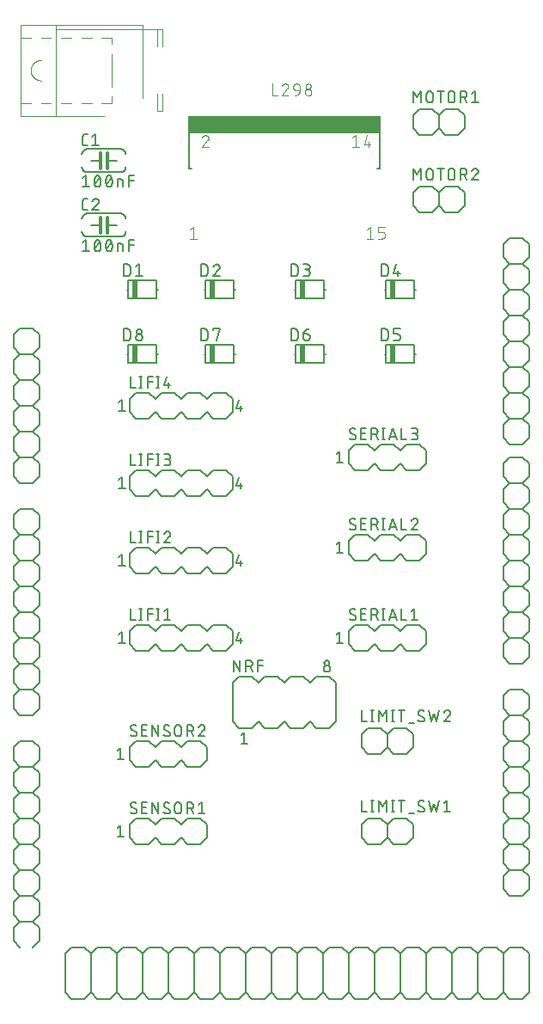
<source format=gto>
G75*
%MOIN*%
%OFA0B0*%
%FSLAX25Y25*%
%IPPOS*%
%LPD*%
%AMOC8*
5,1,8,0,0,1.08239X$1,22.5*
%
%ADD10C,0.00600*%
%ADD11C,0.01200*%
%ADD12C,0.00500*%
%ADD13R,0.02000X0.07000*%
%ADD14C,0.00400*%
%ADD15R,0.74606X0.06594*%
%ADD16C,0.00394*%
D10*
X0012500Y0036250D02*
X0010000Y0038750D01*
X0010000Y0043750D01*
X0012500Y0046250D01*
X0010000Y0048750D01*
X0010000Y0053750D01*
X0012500Y0056250D01*
X0010000Y0058750D01*
X0010000Y0063750D01*
X0012500Y0066250D01*
X0010000Y0068750D01*
X0010000Y0073750D01*
X0012500Y0076250D01*
X0010000Y0078750D01*
X0010000Y0083750D01*
X0012500Y0086250D01*
X0010000Y0088750D01*
X0010000Y0093750D01*
X0012500Y0096250D01*
X0010000Y0098750D01*
X0010000Y0103750D01*
X0012500Y0106250D01*
X0010000Y0108750D01*
X0010000Y0113750D01*
X0012500Y0116250D01*
X0017500Y0116250D01*
X0020000Y0113750D01*
X0020000Y0108750D01*
X0017500Y0106250D01*
X0012500Y0106250D01*
X0017500Y0106250D02*
X0020000Y0103750D01*
X0020000Y0098750D01*
X0017500Y0096250D01*
X0020000Y0093750D01*
X0020000Y0088750D01*
X0017500Y0086250D01*
X0020000Y0083750D01*
X0020000Y0078750D01*
X0017500Y0076250D01*
X0012500Y0076250D01*
X0012500Y0066250D02*
X0017500Y0066250D01*
X0020000Y0063750D01*
X0020000Y0058750D01*
X0017500Y0056250D01*
X0020000Y0053750D01*
X0020000Y0048750D01*
X0017500Y0046250D01*
X0020000Y0043750D01*
X0020000Y0038750D01*
X0017500Y0036250D01*
X0017500Y0046250D02*
X0012500Y0046250D01*
X0012500Y0056250D02*
X0017500Y0056250D01*
X0017500Y0066250D02*
X0020000Y0068750D01*
X0020000Y0073750D01*
X0017500Y0076250D01*
X0017500Y0086250D02*
X0012500Y0086250D01*
X0012500Y0096250D02*
X0017500Y0096250D01*
X0017500Y0126250D02*
X0012500Y0126250D01*
X0010000Y0128750D01*
X0010000Y0133750D01*
X0012500Y0136250D01*
X0010000Y0138750D01*
X0010000Y0143750D01*
X0012500Y0146250D01*
X0010000Y0148750D01*
X0010000Y0153750D01*
X0012500Y0156250D01*
X0010000Y0158750D01*
X0010000Y0163750D01*
X0012500Y0166250D01*
X0010000Y0168750D01*
X0010000Y0173750D01*
X0012500Y0176250D01*
X0010000Y0178750D01*
X0010000Y0183750D01*
X0012500Y0186250D01*
X0010000Y0188750D01*
X0010000Y0193750D01*
X0012500Y0196250D01*
X0010000Y0198750D01*
X0010000Y0203750D01*
X0012500Y0206250D01*
X0017500Y0206250D01*
X0020000Y0203750D01*
X0020000Y0198750D01*
X0017500Y0196250D01*
X0012500Y0196250D01*
X0017500Y0196250D02*
X0020000Y0193750D01*
X0020000Y0188750D01*
X0017500Y0186250D01*
X0020000Y0183750D01*
X0020000Y0178750D01*
X0017500Y0176250D01*
X0020000Y0173750D01*
X0020000Y0168750D01*
X0017500Y0166250D01*
X0012500Y0166250D01*
X0012500Y0156250D02*
X0017500Y0156250D01*
X0020000Y0153750D01*
X0020000Y0148750D01*
X0017500Y0146250D01*
X0020000Y0143750D01*
X0020000Y0138750D01*
X0017500Y0136250D01*
X0020000Y0133750D01*
X0020000Y0128750D01*
X0017500Y0126250D01*
X0017500Y0136250D02*
X0012500Y0136250D01*
X0012500Y0146250D02*
X0017500Y0146250D01*
X0017500Y0156250D02*
X0020000Y0158750D01*
X0020000Y0163750D01*
X0017500Y0166250D01*
X0017500Y0176250D02*
X0012500Y0176250D01*
X0012500Y0186250D02*
X0017500Y0186250D01*
X0017500Y0216250D02*
X0012500Y0216250D01*
X0010000Y0218750D01*
X0010000Y0223750D01*
X0012500Y0226250D01*
X0010000Y0228750D01*
X0010000Y0233750D01*
X0012500Y0236250D01*
X0010000Y0238750D01*
X0010000Y0243750D01*
X0012500Y0246250D01*
X0010000Y0248750D01*
X0010000Y0253750D01*
X0012500Y0256250D01*
X0010000Y0258750D01*
X0010000Y0263750D01*
X0012500Y0266250D01*
X0010000Y0268750D01*
X0010000Y0273750D01*
X0012500Y0276250D01*
X0017500Y0276250D01*
X0020000Y0273750D01*
X0020000Y0268750D01*
X0017500Y0266250D01*
X0012500Y0266250D01*
X0012500Y0256250D02*
X0017500Y0256250D01*
X0020000Y0253750D01*
X0020000Y0248750D01*
X0017500Y0246250D01*
X0020000Y0243750D01*
X0020000Y0238750D01*
X0017500Y0236250D01*
X0012500Y0236250D01*
X0012500Y0246250D02*
X0017500Y0246250D01*
X0017500Y0236250D02*
X0020000Y0233750D01*
X0020000Y0228750D01*
X0017500Y0226250D01*
X0020000Y0223750D01*
X0020000Y0218750D01*
X0017500Y0216250D01*
X0017500Y0226250D02*
X0012500Y0226250D01*
X0017500Y0256250D02*
X0020000Y0258750D01*
X0020000Y0263750D01*
X0017500Y0266250D01*
X0038500Y0311750D02*
X0051500Y0311750D01*
X0051587Y0311752D01*
X0051674Y0311758D01*
X0051761Y0311767D01*
X0051847Y0311780D01*
X0051933Y0311797D01*
X0052018Y0311818D01*
X0052101Y0311843D01*
X0052184Y0311871D01*
X0052265Y0311902D01*
X0052345Y0311937D01*
X0052423Y0311976D01*
X0052500Y0312018D01*
X0052575Y0312063D01*
X0052647Y0312112D01*
X0052718Y0312163D01*
X0052786Y0312218D01*
X0052851Y0312275D01*
X0052914Y0312336D01*
X0052975Y0312399D01*
X0053032Y0312464D01*
X0053087Y0312532D01*
X0053138Y0312603D01*
X0053187Y0312675D01*
X0053232Y0312750D01*
X0053274Y0312827D01*
X0053313Y0312905D01*
X0053348Y0312985D01*
X0053379Y0313066D01*
X0053407Y0313149D01*
X0053432Y0313232D01*
X0053453Y0313317D01*
X0053470Y0313403D01*
X0053483Y0313489D01*
X0053492Y0313576D01*
X0053498Y0313663D01*
X0053500Y0313750D01*
X0050000Y0316250D02*
X0046300Y0316250D01*
X0043800Y0316250D02*
X0040000Y0316250D01*
X0036500Y0318750D02*
X0036502Y0318837D01*
X0036508Y0318924D01*
X0036517Y0319011D01*
X0036530Y0319097D01*
X0036547Y0319183D01*
X0036568Y0319268D01*
X0036593Y0319351D01*
X0036621Y0319434D01*
X0036652Y0319515D01*
X0036687Y0319595D01*
X0036726Y0319673D01*
X0036768Y0319750D01*
X0036813Y0319825D01*
X0036862Y0319897D01*
X0036913Y0319968D01*
X0036968Y0320036D01*
X0037025Y0320101D01*
X0037086Y0320164D01*
X0037149Y0320225D01*
X0037214Y0320282D01*
X0037282Y0320337D01*
X0037353Y0320388D01*
X0037425Y0320437D01*
X0037500Y0320482D01*
X0037577Y0320524D01*
X0037655Y0320563D01*
X0037735Y0320598D01*
X0037816Y0320629D01*
X0037899Y0320657D01*
X0037982Y0320682D01*
X0038067Y0320703D01*
X0038153Y0320720D01*
X0038239Y0320733D01*
X0038326Y0320742D01*
X0038413Y0320748D01*
X0038500Y0320750D01*
X0051500Y0320750D01*
X0051587Y0320748D01*
X0051674Y0320742D01*
X0051761Y0320733D01*
X0051847Y0320720D01*
X0051933Y0320703D01*
X0052018Y0320682D01*
X0052101Y0320657D01*
X0052184Y0320629D01*
X0052265Y0320598D01*
X0052345Y0320563D01*
X0052423Y0320524D01*
X0052500Y0320482D01*
X0052575Y0320437D01*
X0052647Y0320388D01*
X0052718Y0320337D01*
X0052786Y0320282D01*
X0052851Y0320225D01*
X0052914Y0320164D01*
X0052975Y0320101D01*
X0053032Y0320036D01*
X0053087Y0319968D01*
X0053138Y0319897D01*
X0053187Y0319825D01*
X0053232Y0319750D01*
X0053274Y0319673D01*
X0053313Y0319595D01*
X0053348Y0319515D01*
X0053379Y0319434D01*
X0053407Y0319351D01*
X0053432Y0319268D01*
X0053453Y0319183D01*
X0053470Y0319097D01*
X0053483Y0319011D01*
X0053492Y0318924D01*
X0053498Y0318837D01*
X0053500Y0318750D01*
X0051500Y0336750D02*
X0038500Y0336750D01*
X0038413Y0336752D01*
X0038326Y0336758D01*
X0038239Y0336767D01*
X0038153Y0336780D01*
X0038067Y0336797D01*
X0037982Y0336818D01*
X0037899Y0336843D01*
X0037816Y0336871D01*
X0037735Y0336902D01*
X0037655Y0336937D01*
X0037577Y0336976D01*
X0037500Y0337018D01*
X0037425Y0337063D01*
X0037353Y0337112D01*
X0037282Y0337163D01*
X0037214Y0337218D01*
X0037149Y0337275D01*
X0037086Y0337336D01*
X0037025Y0337399D01*
X0036968Y0337464D01*
X0036913Y0337532D01*
X0036862Y0337603D01*
X0036813Y0337675D01*
X0036768Y0337750D01*
X0036726Y0337827D01*
X0036687Y0337905D01*
X0036652Y0337985D01*
X0036621Y0338066D01*
X0036593Y0338149D01*
X0036568Y0338232D01*
X0036547Y0338317D01*
X0036530Y0338403D01*
X0036517Y0338489D01*
X0036508Y0338576D01*
X0036502Y0338663D01*
X0036500Y0338750D01*
X0036500Y0343750D02*
X0036502Y0343837D01*
X0036508Y0343924D01*
X0036517Y0344011D01*
X0036530Y0344097D01*
X0036547Y0344183D01*
X0036568Y0344268D01*
X0036593Y0344351D01*
X0036621Y0344434D01*
X0036652Y0344515D01*
X0036687Y0344595D01*
X0036726Y0344673D01*
X0036768Y0344750D01*
X0036813Y0344825D01*
X0036862Y0344897D01*
X0036913Y0344968D01*
X0036968Y0345036D01*
X0037025Y0345101D01*
X0037086Y0345164D01*
X0037149Y0345225D01*
X0037214Y0345282D01*
X0037282Y0345337D01*
X0037353Y0345388D01*
X0037425Y0345437D01*
X0037500Y0345482D01*
X0037577Y0345524D01*
X0037655Y0345563D01*
X0037735Y0345598D01*
X0037816Y0345629D01*
X0037899Y0345657D01*
X0037982Y0345682D01*
X0038067Y0345703D01*
X0038153Y0345720D01*
X0038239Y0345733D01*
X0038326Y0345742D01*
X0038413Y0345748D01*
X0038500Y0345750D01*
X0051500Y0345750D01*
X0051587Y0345748D01*
X0051674Y0345742D01*
X0051761Y0345733D01*
X0051847Y0345720D01*
X0051933Y0345703D01*
X0052018Y0345682D01*
X0052101Y0345657D01*
X0052184Y0345629D01*
X0052265Y0345598D01*
X0052345Y0345563D01*
X0052423Y0345524D01*
X0052500Y0345482D01*
X0052575Y0345437D01*
X0052647Y0345388D01*
X0052718Y0345337D01*
X0052786Y0345282D01*
X0052851Y0345225D01*
X0052914Y0345164D01*
X0052975Y0345101D01*
X0053032Y0345036D01*
X0053087Y0344968D01*
X0053138Y0344897D01*
X0053187Y0344825D01*
X0053232Y0344750D01*
X0053274Y0344673D01*
X0053313Y0344595D01*
X0053348Y0344515D01*
X0053379Y0344434D01*
X0053407Y0344351D01*
X0053432Y0344268D01*
X0053453Y0344183D01*
X0053470Y0344097D01*
X0053483Y0344011D01*
X0053492Y0343924D01*
X0053498Y0343837D01*
X0053500Y0343750D01*
X0050000Y0341250D02*
X0046300Y0341250D01*
X0043800Y0341250D02*
X0040000Y0341250D01*
X0051500Y0336750D02*
X0051587Y0336752D01*
X0051674Y0336758D01*
X0051761Y0336767D01*
X0051847Y0336780D01*
X0051933Y0336797D01*
X0052018Y0336818D01*
X0052101Y0336843D01*
X0052184Y0336871D01*
X0052265Y0336902D01*
X0052345Y0336937D01*
X0052423Y0336976D01*
X0052500Y0337018D01*
X0052575Y0337063D01*
X0052647Y0337112D01*
X0052718Y0337163D01*
X0052786Y0337218D01*
X0052851Y0337275D01*
X0052914Y0337336D01*
X0052975Y0337399D01*
X0053032Y0337464D01*
X0053087Y0337532D01*
X0053138Y0337603D01*
X0053187Y0337675D01*
X0053232Y0337750D01*
X0053274Y0337827D01*
X0053313Y0337905D01*
X0053348Y0337985D01*
X0053379Y0338066D01*
X0053407Y0338149D01*
X0053432Y0338232D01*
X0053453Y0338317D01*
X0053470Y0338403D01*
X0053483Y0338489D01*
X0053492Y0338576D01*
X0053498Y0338663D01*
X0053500Y0338750D01*
X0036500Y0313750D02*
X0036502Y0313663D01*
X0036508Y0313576D01*
X0036517Y0313489D01*
X0036530Y0313403D01*
X0036547Y0313317D01*
X0036568Y0313232D01*
X0036593Y0313149D01*
X0036621Y0313066D01*
X0036652Y0312985D01*
X0036687Y0312905D01*
X0036726Y0312827D01*
X0036768Y0312750D01*
X0036813Y0312675D01*
X0036862Y0312603D01*
X0036913Y0312532D01*
X0036968Y0312464D01*
X0037025Y0312399D01*
X0037086Y0312336D01*
X0037149Y0312275D01*
X0037214Y0312218D01*
X0037282Y0312163D01*
X0037353Y0312112D01*
X0037425Y0312063D01*
X0037500Y0312018D01*
X0037577Y0311976D01*
X0037655Y0311937D01*
X0037735Y0311902D01*
X0037816Y0311871D01*
X0037899Y0311843D01*
X0037982Y0311818D01*
X0038067Y0311797D01*
X0038153Y0311780D01*
X0038239Y0311767D01*
X0038326Y0311758D01*
X0038413Y0311752D01*
X0038500Y0311750D01*
X0054000Y0291250D02*
X0054500Y0291250D01*
X0054500Y0287750D01*
X0065500Y0287750D01*
X0065500Y0291250D01*
X0065500Y0294750D01*
X0054500Y0294750D01*
X0054500Y0291250D01*
X0065500Y0291250D02*
X0066000Y0291250D01*
X0065500Y0269750D02*
X0054500Y0269750D01*
X0054500Y0266250D01*
X0054500Y0262750D01*
X0065500Y0262750D01*
X0065500Y0266250D01*
X0065500Y0269750D01*
X0065500Y0266250D02*
X0066000Y0266250D01*
X0067500Y0251250D02*
X0065000Y0248750D01*
X0062500Y0251250D01*
X0057500Y0251250D01*
X0055000Y0248750D01*
X0055000Y0243750D01*
X0057500Y0241250D01*
X0062500Y0241250D01*
X0065000Y0243750D01*
X0067500Y0241250D01*
X0072500Y0241250D01*
X0075000Y0243750D01*
X0077500Y0241250D01*
X0082500Y0241250D01*
X0085000Y0243750D01*
X0087500Y0241250D01*
X0092500Y0241250D01*
X0095000Y0243750D01*
X0095000Y0248750D01*
X0092500Y0251250D01*
X0087500Y0251250D01*
X0085000Y0248750D01*
X0082500Y0251250D01*
X0077500Y0251250D01*
X0075000Y0248750D01*
X0072500Y0251250D01*
X0067500Y0251250D01*
X0054500Y0266250D02*
X0054000Y0266250D01*
X0057500Y0221250D02*
X0055000Y0218750D01*
X0055000Y0213750D01*
X0057500Y0211250D01*
X0062500Y0211250D01*
X0065000Y0213750D01*
X0067500Y0211250D01*
X0072500Y0211250D01*
X0075000Y0213750D01*
X0077500Y0211250D01*
X0082500Y0211250D01*
X0085000Y0213750D01*
X0087500Y0211250D01*
X0092500Y0211250D01*
X0095000Y0213750D01*
X0095000Y0218750D01*
X0092500Y0221250D01*
X0087500Y0221250D01*
X0085000Y0218750D01*
X0082500Y0221250D01*
X0077500Y0221250D01*
X0075000Y0218750D01*
X0072500Y0221250D01*
X0067500Y0221250D01*
X0065000Y0218750D01*
X0062500Y0221250D01*
X0057500Y0221250D01*
X0057500Y0191250D02*
X0055000Y0188750D01*
X0055000Y0183750D01*
X0057500Y0181250D01*
X0062500Y0181250D01*
X0065000Y0183750D01*
X0067500Y0181250D01*
X0072500Y0181250D01*
X0075000Y0183750D01*
X0077500Y0181250D01*
X0082500Y0181250D01*
X0085000Y0183750D01*
X0087500Y0181250D01*
X0092500Y0181250D01*
X0095000Y0183750D01*
X0095000Y0188750D01*
X0092500Y0191250D01*
X0087500Y0191250D01*
X0085000Y0188750D01*
X0082500Y0191250D01*
X0077500Y0191250D01*
X0075000Y0188750D01*
X0072500Y0191250D01*
X0067500Y0191250D01*
X0065000Y0188750D01*
X0062500Y0191250D01*
X0057500Y0191250D01*
X0057500Y0161250D02*
X0055000Y0158750D01*
X0055000Y0153750D01*
X0057500Y0151250D01*
X0062500Y0151250D01*
X0065000Y0153750D01*
X0067500Y0151250D01*
X0072500Y0151250D01*
X0075000Y0153750D01*
X0077500Y0151250D01*
X0082500Y0151250D01*
X0085000Y0153750D01*
X0087500Y0151250D01*
X0092500Y0151250D01*
X0095000Y0153750D01*
X0095000Y0158750D01*
X0092500Y0161250D01*
X0087500Y0161250D01*
X0085000Y0158750D01*
X0082500Y0161250D01*
X0077500Y0161250D01*
X0075000Y0158750D01*
X0072500Y0161250D01*
X0067500Y0161250D01*
X0065000Y0158750D01*
X0062500Y0161250D01*
X0057500Y0161250D01*
X0057500Y0116250D02*
X0055000Y0113750D01*
X0055000Y0108750D01*
X0057500Y0106250D01*
X0062500Y0106250D01*
X0065000Y0108750D01*
X0067500Y0106250D01*
X0072500Y0106250D01*
X0075000Y0108750D01*
X0077500Y0106250D01*
X0082500Y0106250D01*
X0085000Y0108750D01*
X0085000Y0113750D01*
X0082500Y0116250D01*
X0077500Y0116250D01*
X0075000Y0113750D01*
X0072500Y0116250D01*
X0067500Y0116250D01*
X0065000Y0113750D01*
X0062500Y0116250D01*
X0057500Y0116250D01*
X0057500Y0086250D02*
X0055000Y0083750D01*
X0055000Y0078750D01*
X0057500Y0076250D01*
X0062500Y0076250D01*
X0065000Y0078750D01*
X0067500Y0076250D01*
X0072500Y0076250D01*
X0075000Y0078750D01*
X0077500Y0076250D01*
X0082500Y0076250D01*
X0085000Y0078750D01*
X0085000Y0083750D01*
X0082500Y0086250D01*
X0077500Y0086250D01*
X0075000Y0083750D01*
X0072500Y0086250D01*
X0067500Y0086250D01*
X0065000Y0083750D01*
X0062500Y0086250D01*
X0057500Y0086250D01*
X0057500Y0036250D02*
X0052500Y0036250D01*
X0050000Y0033750D01*
X0050000Y0018750D01*
X0047500Y0016250D01*
X0042500Y0016250D01*
X0040000Y0018750D01*
X0040000Y0033750D01*
X0042500Y0036250D01*
X0047500Y0036250D01*
X0050000Y0033750D01*
X0057500Y0036250D02*
X0060000Y0033750D01*
X0060000Y0018750D01*
X0057500Y0016250D01*
X0052500Y0016250D01*
X0050000Y0018750D01*
X0060000Y0018750D02*
X0062500Y0016250D01*
X0067500Y0016250D01*
X0070000Y0018750D01*
X0070000Y0033750D01*
X0072500Y0036250D01*
X0077500Y0036250D01*
X0080000Y0033750D01*
X0080000Y0018750D01*
X0077500Y0016250D01*
X0072500Y0016250D01*
X0070000Y0018750D01*
X0080000Y0018750D02*
X0082500Y0016250D01*
X0087500Y0016250D01*
X0090000Y0018750D01*
X0090000Y0033750D01*
X0092500Y0036250D01*
X0097500Y0036250D01*
X0100000Y0033750D01*
X0100000Y0018750D01*
X0097500Y0016250D01*
X0092500Y0016250D01*
X0090000Y0018750D01*
X0090000Y0033750D02*
X0087500Y0036250D01*
X0082500Y0036250D01*
X0080000Y0033750D01*
X0070000Y0033750D02*
X0067500Y0036250D01*
X0062500Y0036250D01*
X0060000Y0033750D01*
X0040000Y0033750D02*
X0037500Y0036250D01*
X0032500Y0036250D01*
X0030000Y0033750D01*
X0030000Y0018750D01*
X0032500Y0016250D01*
X0037500Y0016250D01*
X0040000Y0018750D01*
X0097500Y0121250D02*
X0095000Y0123750D01*
X0095000Y0138750D01*
X0097500Y0141250D01*
X0102500Y0141250D01*
X0105000Y0138750D01*
X0107500Y0141250D01*
X0112500Y0141250D01*
X0115000Y0138750D01*
X0117500Y0141250D01*
X0122500Y0141250D01*
X0125000Y0138750D01*
X0127500Y0141250D01*
X0132500Y0141250D01*
X0135000Y0138750D01*
X0135000Y0123750D01*
X0132500Y0121250D01*
X0127500Y0121250D01*
X0125000Y0123750D01*
X0122500Y0121250D01*
X0117500Y0121250D01*
X0115000Y0123750D01*
X0112500Y0121250D01*
X0107500Y0121250D01*
X0105000Y0123750D01*
X0102500Y0121250D01*
X0097500Y0121250D01*
X0140000Y0153750D02*
X0142500Y0151250D01*
X0147500Y0151250D01*
X0150000Y0153750D01*
X0152500Y0151250D01*
X0157500Y0151250D01*
X0160000Y0153750D01*
X0162500Y0151250D01*
X0167500Y0151250D01*
X0170000Y0153750D01*
X0170000Y0158750D01*
X0167500Y0161250D01*
X0162500Y0161250D01*
X0160000Y0158750D01*
X0157500Y0161250D01*
X0152500Y0161250D01*
X0150000Y0158750D01*
X0147500Y0161250D01*
X0142500Y0161250D01*
X0140000Y0158750D01*
X0140000Y0153750D01*
X0142500Y0186250D02*
X0147500Y0186250D01*
X0150000Y0188750D01*
X0152500Y0186250D01*
X0157500Y0186250D01*
X0160000Y0188750D01*
X0162500Y0186250D01*
X0167500Y0186250D01*
X0170000Y0188750D01*
X0170000Y0193750D01*
X0167500Y0196250D01*
X0162500Y0196250D01*
X0160000Y0193750D01*
X0157500Y0196250D01*
X0152500Y0196250D01*
X0150000Y0193750D01*
X0147500Y0196250D01*
X0142500Y0196250D01*
X0140000Y0193750D01*
X0140000Y0188750D01*
X0142500Y0186250D01*
X0142500Y0221250D02*
X0147500Y0221250D01*
X0150000Y0223750D01*
X0152500Y0221250D01*
X0157500Y0221250D01*
X0160000Y0223750D01*
X0162500Y0221250D01*
X0167500Y0221250D01*
X0170000Y0223750D01*
X0170000Y0228750D01*
X0167500Y0231250D01*
X0162500Y0231250D01*
X0160000Y0228750D01*
X0157500Y0231250D01*
X0152500Y0231250D01*
X0150000Y0228750D01*
X0147500Y0231250D01*
X0142500Y0231250D01*
X0140000Y0228750D01*
X0140000Y0223750D01*
X0142500Y0221250D01*
X0130500Y0262750D02*
X0119500Y0262750D01*
X0119500Y0266250D01*
X0119500Y0269750D01*
X0130500Y0269750D01*
X0130500Y0266250D01*
X0130500Y0262750D01*
X0130500Y0266250D02*
X0131000Y0266250D01*
X0119500Y0266250D02*
X0119000Y0266250D01*
X0119500Y0287750D02*
X0119500Y0291250D01*
X0119500Y0294750D01*
X0130500Y0294750D01*
X0130500Y0291250D01*
X0130500Y0287750D01*
X0119500Y0287750D01*
X0119500Y0291250D02*
X0119000Y0291250D01*
X0130500Y0291250D02*
X0131000Y0291250D01*
X0154000Y0291250D02*
X0154500Y0291250D01*
X0154500Y0287750D01*
X0165500Y0287750D01*
X0165500Y0291250D01*
X0165500Y0294750D01*
X0154500Y0294750D01*
X0154500Y0291250D01*
X0165500Y0291250D02*
X0166000Y0291250D01*
X0165500Y0269750D02*
X0154500Y0269750D01*
X0154500Y0266250D01*
X0154500Y0262750D01*
X0165500Y0262750D01*
X0165500Y0266250D01*
X0165500Y0269750D01*
X0165500Y0266250D02*
X0166000Y0266250D01*
X0154500Y0266250D02*
X0154000Y0266250D01*
X0167500Y0321250D02*
X0165000Y0323750D01*
X0165000Y0328750D01*
X0167500Y0331250D01*
X0172500Y0331250D01*
X0175000Y0328750D01*
X0177500Y0331250D01*
X0182500Y0331250D01*
X0185000Y0328750D01*
X0185000Y0323750D01*
X0182500Y0321250D01*
X0177500Y0321250D01*
X0175000Y0323750D01*
X0172500Y0321250D01*
X0167500Y0321250D01*
X0175000Y0323750D02*
X0175000Y0328750D01*
X0172500Y0351250D02*
X0167500Y0351250D01*
X0165000Y0353750D01*
X0165000Y0358750D01*
X0167500Y0361250D01*
X0172500Y0361250D01*
X0175000Y0358750D01*
X0177500Y0361250D01*
X0182500Y0361250D01*
X0185000Y0358750D01*
X0185000Y0353750D01*
X0182500Y0351250D01*
X0177500Y0351250D01*
X0175000Y0353750D01*
X0172500Y0351250D01*
X0175000Y0353750D02*
X0175000Y0358750D01*
X0152000Y0352250D02*
X0152000Y0338250D01*
X0151000Y0338250D01*
X0200000Y0308750D02*
X0200000Y0303750D01*
X0202500Y0301250D01*
X0207500Y0301250D01*
X0210000Y0303750D01*
X0210000Y0308750D01*
X0207500Y0311250D01*
X0202500Y0311250D01*
X0200000Y0308750D01*
X0202500Y0301250D02*
X0200000Y0298750D01*
X0200000Y0293750D01*
X0202500Y0291250D01*
X0207500Y0291250D01*
X0210000Y0293750D01*
X0210000Y0298750D01*
X0207500Y0301250D01*
X0207500Y0291250D02*
X0210000Y0288750D01*
X0210000Y0283750D01*
X0207500Y0281250D01*
X0210000Y0278750D01*
X0210000Y0273750D01*
X0207500Y0271250D01*
X0210000Y0268750D01*
X0210000Y0263750D01*
X0207500Y0261250D01*
X0210000Y0258750D01*
X0210000Y0253750D01*
X0207500Y0251250D01*
X0210000Y0248750D01*
X0210000Y0243750D01*
X0207500Y0241250D01*
X0210000Y0238750D01*
X0210000Y0233750D01*
X0207500Y0231250D01*
X0202500Y0231250D01*
X0200000Y0233750D01*
X0200000Y0238750D01*
X0202500Y0241250D01*
X0207500Y0241250D01*
X0202500Y0241250D02*
X0200000Y0243750D01*
X0200000Y0248750D01*
X0202500Y0251250D01*
X0200000Y0253750D01*
X0200000Y0258750D01*
X0202500Y0261250D01*
X0200000Y0263750D01*
X0200000Y0268750D01*
X0202500Y0271250D01*
X0207500Y0271250D01*
X0202500Y0271250D02*
X0200000Y0273750D01*
X0200000Y0278750D01*
X0202500Y0281250D01*
X0200000Y0283750D01*
X0200000Y0288750D01*
X0202500Y0291250D01*
X0202500Y0281250D02*
X0207500Y0281250D01*
X0207500Y0261250D02*
X0202500Y0261250D01*
X0202500Y0251250D02*
X0207500Y0251250D01*
X0207500Y0226250D02*
X0202500Y0226250D01*
X0200000Y0223750D01*
X0200000Y0218750D01*
X0202500Y0216250D01*
X0207500Y0216250D01*
X0210000Y0218750D01*
X0210000Y0223750D01*
X0207500Y0226250D01*
X0207500Y0216250D02*
X0210000Y0213750D01*
X0210000Y0208750D01*
X0207500Y0206250D01*
X0210000Y0203750D01*
X0210000Y0198750D01*
X0207500Y0196250D01*
X0210000Y0193750D01*
X0210000Y0188750D01*
X0207500Y0186250D01*
X0210000Y0183750D01*
X0210000Y0178750D01*
X0207500Y0176250D01*
X0210000Y0173750D01*
X0210000Y0168750D01*
X0207500Y0166250D01*
X0210000Y0163750D01*
X0210000Y0158750D01*
X0207500Y0156250D01*
X0210000Y0153750D01*
X0210000Y0148750D01*
X0207500Y0146250D01*
X0202500Y0146250D01*
X0200000Y0148750D01*
X0200000Y0153750D01*
X0202500Y0156250D01*
X0207500Y0156250D01*
X0202500Y0156250D02*
X0200000Y0158750D01*
X0200000Y0163750D01*
X0202500Y0166250D01*
X0200000Y0168750D01*
X0200000Y0173750D01*
X0202500Y0176250D01*
X0200000Y0178750D01*
X0200000Y0183750D01*
X0202500Y0186250D01*
X0207500Y0186250D01*
X0202500Y0186250D02*
X0200000Y0188750D01*
X0200000Y0193750D01*
X0202500Y0196250D01*
X0200000Y0198750D01*
X0200000Y0203750D01*
X0202500Y0206250D01*
X0200000Y0208750D01*
X0200000Y0213750D01*
X0202500Y0216250D01*
X0202500Y0206250D02*
X0207500Y0206250D01*
X0207500Y0196250D02*
X0202500Y0196250D01*
X0202500Y0176250D02*
X0207500Y0176250D01*
X0207500Y0166250D02*
X0202500Y0166250D01*
X0202500Y0136250D02*
X0207500Y0136250D01*
X0210000Y0133750D01*
X0210000Y0128750D01*
X0207500Y0126250D01*
X0210000Y0123750D01*
X0210000Y0118750D01*
X0207500Y0116250D01*
X0210000Y0113750D01*
X0210000Y0108750D01*
X0207500Y0106250D01*
X0210000Y0103750D01*
X0210000Y0098750D01*
X0207500Y0096250D01*
X0210000Y0093750D01*
X0210000Y0088750D01*
X0207500Y0086250D01*
X0210000Y0083750D01*
X0210000Y0078750D01*
X0207500Y0076250D01*
X0210000Y0073750D01*
X0210000Y0068750D01*
X0207500Y0066250D01*
X0210000Y0063750D01*
X0210000Y0058750D01*
X0207500Y0056250D01*
X0202500Y0056250D01*
X0200000Y0058750D01*
X0200000Y0063750D01*
X0202500Y0066250D01*
X0207500Y0066250D01*
X0202500Y0066250D02*
X0200000Y0068750D01*
X0200000Y0073750D01*
X0202500Y0076250D01*
X0200000Y0078750D01*
X0200000Y0083750D01*
X0202500Y0086250D01*
X0200000Y0088750D01*
X0200000Y0093750D01*
X0202500Y0096250D01*
X0207500Y0096250D01*
X0202500Y0096250D02*
X0200000Y0098750D01*
X0200000Y0103750D01*
X0202500Y0106250D01*
X0200000Y0108750D01*
X0200000Y0113750D01*
X0202500Y0116250D01*
X0200000Y0118750D01*
X0200000Y0123750D01*
X0202500Y0126250D01*
X0200000Y0128750D01*
X0200000Y0133750D01*
X0202500Y0136250D01*
X0202500Y0126250D02*
X0207500Y0126250D01*
X0207500Y0116250D02*
X0202500Y0116250D01*
X0202500Y0106250D02*
X0207500Y0106250D01*
X0207500Y0086250D02*
X0202500Y0086250D01*
X0202500Y0076250D02*
X0207500Y0076250D01*
X0207500Y0036250D02*
X0202500Y0036250D01*
X0200000Y0033750D01*
X0200000Y0018750D01*
X0197500Y0016250D01*
X0192500Y0016250D01*
X0190000Y0018750D01*
X0190000Y0033750D01*
X0187500Y0036250D01*
X0182500Y0036250D01*
X0180000Y0033750D01*
X0180000Y0018750D01*
X0177500Y0016250D01*
X0172500Y0016250D01*
X0170000Y0018750D01*
X0170000Y0033750D01*
X0167500Y0036250D01*
X0162500Y0036250D01*
X0160000Y0033750D01*
X0160000Y0018750D01*
X0157500Y0016250D01*
X0152500Y0016250D01*
X0150000Y0018750D01*
X0150000Y0033750D01*
X0147500Y0036250D01*
X0142500Y0036250D01*
X0140000Y0033750D01*
X0140000Y0018750D01*
X0137500Y0016250D01*
X0132500Y0016250D01*
X0130000Y0018750D01*
X0130000Y0033750D01*
X0132500Y0036250D01*
X0137500Y0036250D01*
X0140000Y0033750D01*
X0130000Y0033750D02*
X0127500Y0036250D01*
X0122500Y0036250D01*
X0120000Y0033750D01*
X0120000Y0018750D01*
X0117500Y0016250D01*
X0112500Y0016250D01*
X0110000Y0018750D01*
X0110000Y0033750D01*
X0112500Y0036250D01*
X0117500Y0036250D01*
X0120000Y0033750D01*
X0120000Y0018750D02*
X0122500Y0016250D01*
X0127500Y0016250D01*
X0130000Y0018750D01*
X0140000Y0018750D02*
X0142500Y0016250D01*
X0147500Y0016250D01*
X0150000Y0018750D01*
X0160000Y0018750D02*
X0162500Y0016250D01*
X0167500Y0016250D01*
X0170000Y0018750D01*
X0170000Y0033750D02*
X0172500Y0036250D01*
X0177500Y0036250D01*
X0180000Y0033750D01*
X0190000Y0033750D02*
X0192500Y0036250D01*
X0197500Y0036250D01*
X0200000Y0033750D01*
X0207500Y0036250D02*
X0210000Y0033750D01*
X0210000Y0018750D01*
X0207500Y0016250D01*
X0202500Y0016250D01*
X0200000Y0018750D01*
X0190000Y0018750D02*
X0187500Y0016250D01*
X0182500Y0016250D01*
X0180000Y0018750D01*
X0160000Y0033750D02*
X0157500Y0036250D01*
X0152500Y0036250D01*
X0150000Y0033750D01*
X0152500Y0076250D02*
X0147500Y0076250D01*
X0145000Y0078750D01*
X0145000Y0083750D01*
X0147500Y0086250D01*
X0152500Y0086250D01*
X0155000Y0083750D01*
X0157500Y0086250D01*
X0162500Y0086250D01*
X0165000Y0083750D01*
X0165000Y0078750D01*
X0162500Y0076250D01*
X0157500Y0076250D01*
X0155000Y0078750D01*
X0152500Y0076250D01*
X0155000Y0078750D02*
X0155000Y0083750D01*
X0152500Y0111250D02*
X0147500Y0111250D01*
X0145000Y0113750D01*
X0145000Y0118750D01*
X0147500Y0121250D01*
X0152500Y0121250D01*
X0155000Y0118750D01*
X0157500Y0121250D01*
X0162500Y0121250D01*
X0165000Y0118750D01*
X0165000Y0113750D01*
X0162500Y0111250D01*
X0157500Y0111250D01*
X0155000Y0113750D01*
X0152500Y0111250D01*
X0155000Y0113750D02*
X0155000Y0118750D01*
X0107500Y0036250D02*
X0110000Y0033750D01*
X0107500Y0036250D02*
X0102500Y0036250D01*
X0100000Y0033750D01*
X0100000Y0018750D02*
X0102500Y0016250D01*
X0107500Y0016250D01*
X0110000Y0018750D01*
X0095500Y0262750D02*
X0084500Y0262750D01*
X0084500Y0266250D01*
X0084500Y0269750D01*
X0095500Y0269750D01*
X0095500Y0266250D01*
X0095500Y0262750D01*
X0095500Y0266250D02*
X0096000Y0266250D01*
X0084500Y0266250D02*
X0084000Y0266250D01*
X0084500Y0287750D02*
X0084500Y0291250D01*
X0084500Y0294750D01*
X0095500Y0294750D01*
X0095500Y0291250D01*
X0095500Y0287750D01*
X0084500Y0287750D01*
X0084500Y0291250D02*
X0084000Y0291250D01*
X0095500Y0291250D02*
X0096000Y0291250D01*
X0079000Y0338250D02*
X0078000Y0338250D01*
X0078000Y0352250D01*
D11*
X0046300Y0344250D02*
X0046300Y0341250D01*
X0046300Y0338250D01*
X0043800Y0338250D02*
X0043800Y0341250D01*
X0043800Y0344250D01*
X0043800Y0319250D02*
X0043800Y0316250D01*
X0043800Y0313250D01*
X0046300Y0313250D02*
X0046300Y0316250D01*
X0046300Y0319250D01*
D12*
X0043015Y0322000D02*
X0040515Y0322000D01*
X0042640Y0324500D01*
X0041890Y0326500D02*
X0041817Y0326498D01*
X0041745Y0326493D01*
X0041673Y0326484D01*
X0041601Y0326471D01*
X0041530Y0326455D01*
X0041460Y0326435D01*
X0041392Y0326411D01*
X0041324Y0326385D01*
X0041258Y0326354D01*
X0041193Y0326321D01*
X0041131Y0326284D01*
X0041070Y0326245D01*
X0041011Y0326202D01*
X0040954Y0326156D01*
X0040900Y0326108D01*
X0040849Y0326057D01*
X0040799Y0326003D01*
X0040753Y0325947D01*
X0040710Y0325889D01*
X0040669Y0325828D01*
X0040632Y0325766D01*
X0040598Y0325702D01*
X0040567Y0325636D01*
X0040539Y0325569D01*
X0040515Y0325500D01*
X0042639Y0324500D02*
X0042685Y0324546D01*
X0042729Y0324595D01*
X0042769Y0324646D01*
X0042807Y0324699D01*
X0042842Y0324754D01*
X0042874Y0324811D01*
X0042903Y0324869D01*
X0042929Y0324929D01*
X0042951Y0324991D01*
X0042970Y0325053D01*
X0042986Y0325116D01*
X0042998Y0325180D01*
X0043007Y0325245D01*
X0043012Y0325310D01*
X0043014Y0325375D01*
X0043015Y0325375D02*
X0043013Y0325440D01*
X0043007Y0325506D01*
X0042998Y0325570D01*
X0042985Y0325634D01*
X0042968Y0325698D01*
X0042947Y0325760D01*
X0042923Y0325821D01*
X0042895Y0325880D01*
X0042864Y0325938D01*
X0042830Y0325993D01*
X0042792Y0326047D01*
X0042752Y0326098D01*
X0042708Y0326147D01*
X0042662Y0326193D01*
X0042613Y0326237D01*
X0042562Y0326277D01*
X0042508Y0326315D01*
X0042453Y0326349D01*
X0042395Y0326380D01*
X0042336Y0326408D01*
X0042275Y0326432D01*
X0042213Y0326453D01*
X0042149Y0326470D01*
X0042085Y0326483D01*
X0042021Y0326492D01*
X0041955Y0326498D01*
X0041890Y0326500D01*
X0039250Y0331000D02*
X0036750Y0331000D01*
X0038000Y0331000D02*
X0038000Y0335500D01*
X0036750Y0334500D01*
X0043750Y0333250D02*
X0043748Y0333130D01*
X0043742Y0333010D01*
X0043732Y0332890D01*
X0043719Y0332771D01*
X0043701Y0332652D01*
X0043680Y0332534D01*
X0043655Y0332416D01*
X0043626Y0332300D01*
X0043593Y0332184D01*
X0043557Y0332070D01*
X0043517Y0331956D01*
X0043473Y0331844D01*
X0043426Y0331734D01*
X0043375Y0331625D01*
X0043354Y0331569D01*
X0043328Y0331514D01*
X0043300Y0331460D01*
X0043268Y0331409D01*
X0043233Y0331360D01*
X0043194Y0331314D01*
X0043153Y0331270D01*
X0043109Y0331228D01*
X0043062Y0331190D01*
X0043013Y0331155D01*
X0042961Y0331123D01*
X0042908Y0331095D01*
X0042853Y0331070D01*
X0042797Y0331049D01*
X0042739Y0331031D01*
X0042680Y0331018D01*
X0042620Y0331008D01*
X0042560Y0331002D01*
X0042500Y0331000D01*
X0042440Y0331002D01*
X0042380Y0331008D01*
X0042320Y0331018D01*
X0042261Y0331031D01*
X0042203Y0331049D01*
X0042147Y0331070D01*
X0042092Y0331095D01*
X0042039Y0331123D01*
X0041987Y0331155D01*
X0041938Y0331190D01*
X0041891Y0331228D01*
X0041847Y0331270D01*
X0041806Y0331314D01*
X0041767Y0331360D01*
X0041732Y0331409D01*
X0041700Y0331460D01*
X0041672Y0331514D01*
X0041646Y0331569D01*
X0041625Y0331625D01*
X0041500Y0332000D02*
X0043500Y0334500D01*
X0043375Y0334875D02*
X0043354Y0334931D01*
X0043328Y0334986D01*
X0043300Y0335040D01*
X0043268Y0335091D01*
X0043233Y0335140D01*
X0043194Y0335186D01*
X0043153Y0335230D01*
X0043109Y0335272D01*
X0043062Y0335310D01*
X0043013Y0335345D01*
X0042961Y0335377D01*
X0042908Y0335405D01*
X0042853Y0335430D01*
X0042797Y0335451D01*
X0042739Y0335469D01*
X0042680Y0335482D01*
X0042620Y0335492D01*
X0042560Y0335498D01*
X0042500Y0335500D01*
X0042440Y0335498D01*
X0042380Y0335492D01*
X0042320Y0335482D01*
X0042261Y0335469D01*
X0042203Y0335451D01*
X0042147Y0335430D01*
X0042092Y0335405D01*
X0042039Y0335377D01*
X0041987Y0335345D01*
X0041938Y0335310D01*
X0041891Y0335272D01*
X0041847Y0335230D01*
X0041806Y0335186D01*
X0041767Y0335140D01*
X0041732Y0335091D01*
X0041700Y0335040D01*
X0041672Y0334986D01*
X0041646Y0334931D01*
X0041625Y0334875D01*
X0043375Y0334875D02*
X0043426Y0334766D01*
X0043473Y0334656D01*
X0043517Y0334544D01*
X0043557Y0334430D01*
X0043593Y0334316D01*
X0043626Y0334200D01*
X0043655Y0334084D01*
X0043680Y0333966D01*
X0043701Y0333848D01*
X0043719Y0333729D01*
X0043732Y0333610D01*
X0043742Y0333490D01*
X0043748Y0333370D01*
X0043750Y0333250D01*
X0047875Y0331625D02*
X0047926Y0331734D01*
X0047973Y0331844D01*
X0048017Y0331956D01*
X0048057Y0332070D01*
X0048093Y0332184D01*
X0048126Y0332300D01*
X0048155Y0332416D01*
X0048180Y0332534D01*
X0048201Y0332652D01*
X0048219Y0332771D01*
X0048232Y0332890D01*
X0048242Y0333010D01*
X0048248Y0333130D01*
X0048250Y0333250D01*
X0045750Y0333250D02*
X0045752Y0333130D01*
X0045758Y0333010D01*
X0045768Y0332890D01*
X0045781Y0332771D01*
X0045799Y0332652D01*
X0045820Y0332534D01*
X0045845Y0332416D01*
X0045874Y0332300D01*
X0045907Y0332184D01*
X0045943Y0332070D01*
X0045983Y0331956D01*
X0046027Y0331844D01*
X0046074Y0331734D01*
X0046125Y0331625D01*
X0046000Y0332000D02*
X0048000Y0334500D01*
X0047875Y0334875D02*
X0047854Y0334931D01*
X0047828Y0334986D01*
X0047800Y0335040D01*
X0047768Y0335091D01*
X0047733Y0335140D01*
X0047694Y0335186D01*
X0047653Y0335230D01*
X0047609Y0335272D01*
X0047562Y0335310D01*
X0047513Y0335345D01*
X0047461Y0335377D01*
X0047408Y0335405D01*
X0047353Y0335430D01*
X0047297Y0335451D01*
X0047239Y0335469D01*
X0047180Y0335482D01*
X0047120Y0335492D01*
X0047060Y0335498D01*
X0047000Y0335500D01*
X0046940Y0335498D01*
X0046880Y0335492D01*
X0046820Y0335482D01*
X0046761Y0335469D01*
X0046703Y0335451D01*
X0046647Y0335430D01*
X0046592Y0335405D01*
X0046539Y0335377D01*
X0046487Y0335345D01*
X0046438Y0335310D01*
X0046391Y0335272D01*
X0046347Y0335230D01*
X0046306Y0335186D01*
X0046267Y0335140D01*
X0046232Y0335091D01*
X0046200Y0335040D01*
X0046172Y0334986D01*
X0046146Y0334931D01*
X0046125Y0334875D01*
X0041250Y0333250D02*
X0041252Y0333130D01*
X0041258Y0333010D01*
X0041268Y0332890D01*
X0041281Y0332771D01*
X0041299Y0332652D01*
X0041320Y0332534D01*
X0041345Y0332416D01*
X0041374Y0332300D01*
X0041407Y0332184D01*
X0041443Y0332070D01*
X0041483Y0331956D01*
X0041527Y0331844D01*
X0041574Y0331734D01*
X0041625Y0331625D01*
X0048250Y0333250D02*
X0048248Y0333370D01*
X0048242Y0333490D01*
X0048232Y0333610D01*
X0048219Y0333729D01*
X0048201Y0333848D01*
X0048180Y0333966D01*
X0048155Y0334084D01*
X0048126Y0334200D01*
X0048093Y0334316D01*
X0048057Y0334430D01*
X0048017Y0334544D01*
X0047973Y0334656D01*
X0047926Y0334766D01*
X0047875Y0334875D01*
X0046125Y0334875D02*
X0046074Y0334766D01*
X0046027Y0334656D01*
X0045983Y0334544D01*
X0045943Y0334430D01*
X0045907Y0334316D01*
X0045874Y0334200D01*
X0045845Y0334084D01*
X0045820Y0333966D01*
X0045799Y0333848D01*
X0045781Y0333729D01*
X0045768Y0333610D01*
X0045758Y0333490D01*
X0045752Y0333370D01*
X0045750Y0333250D01*
X0041625Y0334875D02*
X0041574Y0334766D01*
X0041527Y0334656D01*
X0041483Y0334544D01*
X0041443Y0334430D01*
X0041407Y0334316D01*
X0041374Y0334200D01*
X0041345Y0334084D01*
X0041320Y0333966D01*
X0041299Y0333848D01*
X0041281Y0333729D01*
X0041268Y0333610D01*
X0041258Y0333490D01*
X0041252Y0333370D01*
X0041250Y0333250D01*
X0047000Y0331000D02*
X0047060Y0331002D01*
X0047120Y0331008D01*
X0047180Y0331018D01*
X0047239Y0331031D01*
X0047297Y0331049D01*
X0047353Y0331070D01*
X0047408Y0331095D01*
X0047461Y0331123D01*
X0047513Y0331155D01*
X0047562Y0331190D01*
X0047609Y0331228D01*
X0047653Y0331270D01*
X0047694Y0331314D01*
X0047733Y0331360D01*
X0047768Y0331409D01*
X0047800Y0331460D01*
X0047828Y0331514D01*
X0047854Y0331569D01*
X0047875Y0331625D01*
X0047000Y0331000D02*
X0046940Y0331002D01*
X0046880Y0331008D01*
X0046820Y0331018D01*
X0046761Y0331031D01*
X0046703Y0331049D01*
X0046647Y0331070D01*
X0046592Y0331095D01*
X0046539Y0331123D01*
X0046487Y0331155D01*
X0046438Y0331190D01*
X0046391Y0331228D01*
X0046347Y0331270D01*
X0046306Y0331314D01*
X0046267Y0331360D01*
X0046232Y0331409D01*
X0046200Y0331460D01*
X0046172Y0331514D01*
X0046146Y0331569D01*
X0046125Y0331625D01*
X0050350Y0331000D02*
X0050350Y0334000D01*
X0051600Y0334000D01*
X0051654Y0333998D01*
X0051707Y0333992D01*
X0051759Y0333983D01*
X0051811Y0333970D01*
X0051862Y0333953D01*
X0051912Y0333932D01*
X0051959Y0333908D01*
X0052005Y0333881D01*
X0052049Y0333850D01*
X0052091Y0333817D01*
X0052130Y0333780D01*
X0052167Y0333741D01*
X0052200Y0333699D01*
X0052231Y0333655D01*
X0052258Y0333609D01*
X0052282Y0333562D01*
X0052303Y0333512D01*
X0052320Y0333461D01*
X0052333Y0333409D01*
X0052342Y0333357D01*
X0052348Y0333304D01*
X0052350Y0333250D01*
X0052350Y0331000D01*
X0054610Y0331000D02*
X0054610Y0335500D01*
X0056610Y0335500D01*
X0056610Y0333500D02*
X0054610Y0333500D01*
X0043015Y0347000D02*
X0040515Y0347000D01*
X0041765Y0347000D02*
X0041765Y0351500D01*
X0040515Y0350500D01*
X0038750Y0351500D02*
X0037750Y0351500D01*
X0037690Y0351498D01*
X0037629Y0351493D01*
X0037570Y0351484D01*
X0037511Y0351471D01*
X0037452Y0351455D01*
X0037395Y0351435D01*
X0037340Y0351412D01*
X0037285Y0351385D01*
X0037233Y0351356D01*
X0037182Y0351323D01*
X0037133Y0351287D01*
X0037087Y0351249D01*
X0037043Y0351207D01*
X0037001Y0351163D01*
X0036963Y0351117D01*
X0036927Y0351068D01*
X0036894Y0351017D01*
X0036865Y0350965D01*
X0036838Y0350910D01*
X0036815Y0350855D01*
X0036795Y0350798D01*
X0036779Y0350739D01*
X0036766Y0350680D01*
X0036757Y0350621D01*
X0036752Y0350560D01*
X0036750Y0350500D01*
X0036750Y0348000D01*
X0036752Y0347940D01*
X0036757Y0347879D01*
X0036766Y0347820D01*
X0036779Y0347761D01*
X0036795Y0347702D01*
X0036815Y0347645D01*
X0036838Y0347590D01*
X0036865Y0347535D01*
X0036894Y0347483D01*
X0036927Y0347432D01*
X0036963Y0347383D01*
X0037001Y0347337D01*
X0037043Y0347293D01*
X0037087Y0347251D01*
X0037133Y0347213D01*
X0037182Y0347177D01*
X0037233Y0347144D01*
X0037285Y0347115D01*
X0037340Y0347088D01*
X0037395Y0347065D01*
X0037452Y0347045D01*
X0037511Y0347029D01*
X0037570Y0347016D01*
X0037629Y0347007D01*
X0037690Y0347002D01*
X0037750Y0347000D01*
X0038750Y0347000D01*
X0038750Y0326500D02*
X0037750Y0326500D01*
X0037690Y0326498D01*
X0037629Y0326493D01*
X0037570Y0326484D01*
X0037511Y0326471D01*
X0037452Y0326455D01*
X0037395Y0326435D01*
X0037340Y0326412D01*
X0037285Y0326385D01*
X0037233Y0326356D01*
X0037182Y0326323D01*
X0037133Y0326287D01*
X0037087Y0326249D01*
X0037043Y0326207D01*
X0037001Y0326163D01*
X0036963Y0326117D01*
X0036927Y0326068D01*
X0036894Y0326017D01*
X0036865Y0325965D01*
X0036838Y0325910D01*
X0036815Y0325855D01*
X0036795Y0325798D01*
X0036779Y0325739D01*
X0036766Y0325680D01*
X0036757Y0325621D01*
X0036752Y0325560D01*
X0036750Y0325500D01*
X0036750Y0323000D01*
X0036752Y0322940D01*
X0036757Y0322879D01*
X0036766Y0322820D01*
X0036779Y0322761D01*
X0036795Y0322702D01*
X0036815Y0322645D01*
X0036838Y0322590D01*
X0036865Y0322535D01*
X0036894Y0322483D01*
X0036927Y0322432D01*
X0036963Y0322383D01*
X0037001Y0322337D01*
X0037043Y0322293D01*
X0037087Y0322251D01*
X0037133Y0322213D01*
X0037182Y0322177D01*
X0037233Y0322144D01*
X0037285Y0322115D01*
X0037340Y0322088D01*
X0037395Y0322065D01*
X0037452Y0322045D01*
X0037511Y0322029D01*
X0037570Y0322016D01*
X0037629Y0322007D01*
X0037690Y0322002D01*
X0037750Y0322000D01*
X0038750Y0322000D01*
X0038000Y0310500D02*
X0036750Y0309500D01*
X0038000Y0310500D02*
X0038000Y0306000D01*
X0036750Y0306000D02*
X0039250Y0306000D01*
X0043375Y0306625D02*
X0043426Y0306734D01*
X0043473Y0306844D01*
X0043517Y0306956D01*
X0043557Y0307070D01*
X0043593Y0307184D01*
X0043626Y0307300D01*
X0043655Y0307416D01*
X0043680Y0307534D01*
X0043701Y0307652D01*
X0043719Y0307771D01*
X0043732Y0307890D01*
X0043742Y0308010D01*
X0043748Y0308130D01*
X0043750Y0308250D01*
X0047875Y0306625D02*
X0047926Y0306734D01*
X0047973Y0306844D01*
X0048017Y0306956D01*
X0048057Y0307070D01*
X0048093Y0307184D01*
X0048126Y0307300D01*
X0048155Y0307416D01*
X0048180Y0307534D01*
X0048201Y0307652D01*
X0048219Y0307771D01*
X0048232Y0307890D01*
X0048242Y0308010D01*
X0048248Y0308130D01*
X0048250Y0308250D01*
X0045750Y0308250D02*
X0045752Y0308130D01*
X0045758Y0308010D01*
X0045768Y0307890D01*
X0045781Y0307771D01*
X0045799Y0307652D01*
X0045820Y0307534D01*
X0045845Y0307416D01*
X0045874Y0307300D01*
X0045907Y0307184D01*
X0045943Y0307070D01*
X0045983Y0306956D01*
X0046027Y0306844D01*
X0046074Y0306734D01*
X0046125Y0306625D01*
X0046000Y0307000D02*
X0048000Y0309500D01*
X0047875Y0309875D02*
X0047854Y0309931D01*
X0047828Y0309986D01*
X0047800Y0310040D01*
X0047768Y0310091D01*
X0047733Y0310140D01*
X0047694Y0310186D01*
X0047653Y0310230D01*
X0047609Y0310272D01*
X0047562Y0310310D01*
X0047513Y0310345D01*
X0047461Y0310377D01*
X0047408Y0310405D01*
X0047353Y0310430D01*
X0047297Y0310451D01*
X0047239Y0310469D01*
X0047180Y0310482D01*
X0047120Y0310492D01*
X0047060Y0310498D01*
X0047000Y0310500D01*
X0046940Y0310498D01*
X0046880Y0310492D01*
X0046820Y0310482D01*
X0046761Y0310469D01*
X0046703Y0310451D01*
X0046647Y0310430D01*
X0046592Y0310405D01*
X0046539Y0310377D01*
X0046487Y0310345D01*
X0046438Y0310310D01*
X0046391Y0310272D01*
X0046347Y0310230D01*
X0046306Y0310186D01*
X0046267Y0310140D01*
X0046232Y0310091D01*
X0046200Y0310040D01*
X0046172Y0309986D01*
X0046146Y0309931D01*
X0046125Y0309875D01*
X0041250Y0308250D02*
X0041252Y0308130D01*
X0041258Y0308010D01*
X0041268Y0307890D01*
X0041281Y0307771D01*
X0041299Y0307652D01*
X0041320Y0307534D01*
X0041345Y0307416D01*
X0041374Y0307300D01*
X0041407Y0307184D01*
X0041443Y0307070D01*
X0041483Y0306956D01*
X0041527Y0306844D01*
X0041574Y0306734D01*
X0041625Y0306625D01*
X0041500Y0307000D02*
X0043500Y0309500D01*
X0043375Y0309875D02*
X0043354Y0309931D01*
X0043328Y0309986D01*
X0043300Y0310040D01*
X0043268Y0310091D01*
X0043233Y0310140D01*
X0043194Y0310186D01*
X0043153Y0310230D01*
X0043109Y0310272D01*
X0043062Y0310310D01*
X0043013Y0310345D01*
X0042961Y0310377D01*
X0042908Y0310405D01*
X0042853Y0310430D01*
X0042797Y0310451D01*
X0042739Y0310469D01*
X0042680Y0310482D01*
X0042620Y0310492D01*
X0042560Y0310498D01*
X0042500Y0310500D01*
X0042440Y0310498D01*
X0042380Y0310492D01*
X0042320Y0310482D01*
X0042261Y0310469D01*
X0042203Y0310451D01*
X0042147Y0310430D01*
X0042092Y0310405D01*
X0042039Y0310377D01*
X0041987Y0310345D01*
X0041938Y0310310D01*
X0041891Y0310272D01*
X0041847Y0310230D01*
X0041806Y0310186D01*
X0041767Y0310140D01*
X0041732Y0310091D01*
X0041700Y0310040D01*
X0041672Y0309986D01*
X0041646Y0309931D01*
X0041625Y0309875D01*
X0043375Y0309875D02*
X0043426Y0309766D01*
X0043473Y0309656D01*
X0043517Y0309544D01*
X0043557Y0309430D01*
X0043593Y0309316D01*
X0043626Y0309200D01*
X0043655Y0309084D01*
X0043680Y0308966D01*
X0043701Y0308848D01*
X0043719Y0308729D01*
X0043732Y0308610D01*
X0043742Y0308490D01*
X0043748Y0308370D01*
X0043750Y0308250D01*
X0047875Y0309875D02*
X0047926Y0309766D01*
X0047973Y0309656D01*
X0048017Y0309544D01*
X0048057Y0309430D01*
X0048093Y0309316D01*
X0048126Y0309200D01*
X0048155Y0309084D01*
X0048180Y0308966D01*
X0048201Y0308848D01*
X0048219Y0308729D01*
X0048232Y0308610D01*
X0048242Y0308490D01*
X0048248Y0308370D01*
X0048250Y0308250D01*
X0045750Y0308250D02*
X0045752Y0308370D01*
X0045758Y0308490D01*
X0045768Y0308610D01*
X0045781Y0308729D01*
X0045799Y0308848D01*
X0045820Y0308966D01*
X0045845Y0309084D01*
X0045874Y0309200D01*
X0045907Y0309316D01*
X0045943Y0309430D01*
X0045983Y0309544D01*
X0046027Y0309656D01*
X0046074Y0309766D01*
X0046125Y0309875D01*
X0041625Y0309875D02*
X0041574Y0309766D01*
X0041527Y0309656D01*
X0041483Y0309544D01*
X0041443Y0309430D01*
X0041407Y0309316D01*
X0041374Y0309200D01*
X0041345Y0309084D01*
X0041320Y0308966D01*
X0041299Y0308848D01*
X0041281Y0308729D01*
X0041268Y0308610D01*
X0041258Y0308490D01*
X0041252Y0308370D01*
X0041250Y0308250D01*
X0042500Y0306000D02*
X0042560Y0306002D01*
X0042620Y0306008D01*
X0042680Y0306018D01*
X0042739Y0306031D01*
X0042797Y0306049D01*
X0042853Y0306070D01*
X0042908Y0306095D01*
X0042961Y0306123D01*
X0043013Y0306155D01*
X0043062Y0306190D01*
X0043109Y0306228D01*
X0043153Y0306270D01*
X0043194Y0306314D01*
X0043233Y0306360D01*
X0043268Y0306409D01*
X0043300Y0306460D01*
X0043328Y0306514D01*
X0043354Y0306569D01*
X0043375Y0306625D01*
X0042500Y0306000D02*
X0042440Y0306002D01*
X0042380Y0306008D01*
X0042320Y0306018D01*
X0042261Y0306031D01*
X0042203Y0306049D01*
X0042147Y0306070D01*
X0042092Y0306095D01*
X0042039Y0306123D01*
X0041987Y0306155D01*
X0041938Y0306190D01*
X0041891Y0306228D01*
X0041847Y0306270D01*
X0041806Y0306314D01*
X0041767Y0306360D01*
X0041732Y0306409D01*
X0041700Y0306460D01*
X0041672Y0306514D01*
X0041646Y0306569D01*
X0041625Y0306625D01*
X0047000Y0306000D02*
X0047060Y0306002D01*
X0047120Y0306008D01*
X0047180Y0306018D01*
X0047239Y0306031D01*
X0047297Y0306049D01*
X0047353Y0306070D01*
X0047408Y0306095D01*
X0047461Y0306123D01*
X0047513Y0306155D01*
X0047562Y0306190D01*
X0047609Y0306228D01*
X0047653Y0306270D01*
X0047694Y0306314D01*
X0047733Y0306360D01*
X0047768Y0306409D01*
X0047800Y0306460D01*
X0047828Y0306514D01*
X0047854Y0306569D01*
X0047875Y0306625D01*
X0047000Y0306000D02*
X0046940Y0306002D01*
X0046880Y0306008D01*
X0046820Y0306018D01*
X0046761Y0306031D01*
X0046703Y0306049D01*
X0046647Y0306070D01*
X0046592Y0306095D01*
X0046539Y0306123D01*
X0046487Y0306155D01*
X0046438Y0306190D01*
X0046391Y0306228D01*
X0046347Y0306270D01*
X0046306Y0306314D01*
X0046267Y0306360D01*
X0046232Y0306409D01*
X0046200Y0306460D01*
X0046172Y0306514D01*
X0046146Y0306569D01*
X0046125Y0306625D01*
X0050350Y0306000D02*
X0050350Y0309000D01*
X0051600Y0309000D01*
X0051654Y0308998D01*
X0051707Y0308992D01*
X0051759Y0308983D01*
X0051811Y0308970D01*
X0051862Y0308953D01*
X0051912Y0308932D01*
X0051959Y0308908D01*
X0052005Y0308881D01*
X0052049Y0308850D01*
X0052091Y0308817D01*
X0052130Y0308780D01*
X0052167Y0308741D01*
X0052200Y0308699D01*
X0052231Y0308655D01*
X0052258Y0308609D01*
X0052282Y0308562D01*
X0052303Y0308512D01*
X0052320Y0308461D01*
X0052333Y0308409D01*
X0052342Y0308357D01*
X0052348Y0308304D01*
X0052350Y0308250D01*
X0052350Y0306000D01*
X0054610Y0306000D02*
X0054610Y0310500D01*
X0056610Y0310500D01*
X0056610Y0308500D02*
X0054610Y0308500D01*
X0054000Y0301000D02*
X0052750Y0301000D01*
X0052750Y0296500D01*
X0054000Y0296500D01*
X0054068Y0296502D01*
X0054135Y0296507D01*
X0054202Y0296516D01*
X0054269Y0296529D01*
X0054334Y0296546D01*
X0054399Y0296565D01*
X0054463Y0296589D01*
X0054525Y0296616D01*
X0054586Y0296646D01*
X0054644Y0296679D01*
X0054701Y0296715D01*
X0054756Y0296755D01*
X0054809Y0296797D01*
X0054860Y0296843D01*
X0054907Y0296890D01*
X0054953Y0296941D01*
X0054995Y0296994D01*
X0055035Y0297049D01*
X0055071Y0297106D01*
X0055104Y0297164D01*
X0055134Y0297225D01*
X0055161Y0297287D01*
X0055185Y0297351D01*
X0055204Y0297416D01*
X0055221Y0297481D01*
X0055234Y0297548D01*
X0055243Y0297615D01*
X0055248Y0297682D01*
X0055250Y0297750D01*
X0055250Y0299750D01*
X0055248Y0299818D01*
X0055243Y0299885D01*
X0055234Y0299952D01*
X0055221Y0300019D01*
X0055204Y0300084D01*
X0055185Y0300149D01*
X0055161Y0300213D01*
X0055134Y0300275D01*
X0055104Y0300336D01*
X0055071Y0300394D01*
X0055035Y0300451D01*
X0054995Y0300506D01*
X0054953Y0300559D01*
X0054907Y0300610D01*
X0054860Y0300657D01*
X0054809Y0300703D01*
X0054756Y0300745D01*
X0054701Y0300785D01*
X0054644Y0300821D01*
X0054586Y0300854D01*
X0054525Y0300884D01*
X0054463Y0300911D01*
X0054399Y0300935D01*
X0054334Y0300954D01*
X0054269Y0300971D01*
X0054202Y0300984D01*
X0054135Y0300993D01*
X0054068Y0300998D01*
X0054000Y0301000D01*
X0057400Y0300000D02*
X0058650Y0301000D01*
X0058650Y0296500D01*
X0057400Y0296500D02*
X0059900Y0296500D01*
X0054000Y0276000D02*
X0052750Y0276000D01*
X0052750Y0271500D01*
X0054000Y0271500D01*
X0054068Y0271502D01*
X0054135Y0271507D01*
X0054202Y0271516D01*
X0054269Y0271529D01*
X0054334Y0271546D01*
X0054399Y0271565D01*
X0054463Y0271589D01*
X0054525Y0271616D01*
X0054586Y0271646D01*
X0054644Y0271679D01*
X0054701Y0271715D01*
X0054756Y0271755D01*
X0054809Y0271797D01*
X0054860Y0271843D01*
X0054907Y0271890D01*
X0054953Y0271941D01*
X0054995Y0271994D01*
X0055035Y0272049D01*
X0055071Y0272106D01*
X0055104Y0272164D01*
X0055134Y0272225D01*
X0055161Y0272287D01*
X0055185Y0272351D01*
X0055204Y0272416D01*
X0055221Y0272481D01*
X0055234Y0272548D01*
X0055243Y0272615D01*
X0055248Y0272682D01*
X0055250Y0272750D01*
X0055250Y0274750D01*
X0055248Y0274818D01*
X0055243Y0274885D01*
X0055234Y0274952D01*
X0055221Y0275019D01*
X0055204Y0275084D01*
X0055185Y0275149D01*
X0055161Y0275213D01*
X0055134Y0275275D01*
X0055104Y0275336D01*
X0055071Y0275394D01*
X0055035Y0275451D01*
X0054995Y0275506D01*
X0054953Y0275559D01*
X0054907Y0275610D01*
X0054860Y0275657D01*
X0054809Y0275703D01*
X0054756Y0275745D01*
X0054701Y0275785D01*
X0054644Y0275821D01*
X0054586Y0275854D01*
X0054525Y0275884D01*
X0054463Y0275911D01*
X0054399Y0275935D01*
X0054334Y0275954D01*
X0054269Y0275971D01*
X0054202Y0275984D01*
X0054135Y0275993D01*
X0054068Y0275998D01*
X0054000Y0276000D01*
X0057650Y0275000D02*
X0057652Y0274938D01*
X0057658Y0274877D01*
X0057667Y0274816D01*
X0057680Y0274756D01*
X0057697Y0274697D01*
X0057718Y0274639D01*
X0057742Y0274582D01*
X0057769Y0274527D01*
X0057800Y0274474D01*
X0057834Y0274422D01*
X0057871Y0274373D01*
X0057911Y0274326D01*
X0057954Y0274282D01*
X0057999Y0274241D01*
X0058047Y0274202D01*
X0058098Y0274166D01*
X0058150Y0274134D01*
X0058204Y0274105D01*
X0058260Y0274079D01*
X0058318Y0274057D01*
X0058376Y0274038D01*
X0058436Y0274023D01*
X0058497Y0274012D01*
X0058558Y0274004D01*
X0058619Y0274000D01*
X0058681Y0274000D01*
X0058742Y0274004D01*
X0058803Y0274012D01*
X0058864Y0274023D01*
X0058924Y0274038D01*
X0058982Y0274057D01*
X0059040Y0274079D01*
X0059096Y0274105D01*
X0059150Y0274134D01*
X0059202Y0274166D01*
X0059253Y0274202D01*
X0059301Y0274241D01*
X0059346Y0274282D01*
X0059389Y0274326D01*
X0059429Y0274373D01*
X0059466Y0274422D01*
X0059500Y0274474D01*
X0059531Y0274527D01*
X0059558Y0274582D01*
X0059582Y0274639D01*
X0059603Y0274697D01*
X0059620Y0274756D01*
X0059633Y0274816D01*
X0059642Y0274877D01*
X0059648Y0274938D01*
X0059650Y0275000D01*
X0059648Y0275062D01*
X0059642Y0275123D01*
X0059633Y0275184D01*
X0059620Y0275244D01*
X0059603Y0275303D01*
X0059582Y0275361D01*
X0059558Y0275418D01*
X0059531Y0275473D01*
X0059500Y0275526D01*
X0059466Y0275578D01*
X0059429Y0275627D01*
X0059389Y0275674D01*
X0059346Y0275718D01*
X0059301Y0275759D01*
X0059253Y0275798D01*
X0059202Y0275834D01*
X0059150Y0275866D01*
X0059096Y0275895D01*
X0059040Y0275921D01*
X0058982Y0275943D01*
X0058924Y0275962D01*
X0058864Y0275977D01*
X0058803Y0275988D01*
X0058742Y0275996D01*
X0058681Y0276000D01*
X0058619Y0276000D01*
X0058558Y0275996D01*
X0058497Y0275988D01*
X0058436Y0275977D01*
X0058376Y0275962D01*
X0058318Y0275943D01*
X0058260Y0275921D01*
X0058204Y0275895D01*
X0058150Y0275866D01*
X0058098Y0275834D01*
X0058047Y0275798D01*
X0057999Y0275759D01*
X0057954Y0275718D01*
X0057911Y0275674D01*
X0057871Y0275627D01*
X0057834Y0275578D01*
X0057800Y0275526D01*
X0057769Y0275473D01*
X0057742Y0275418D01*
X0057718Y0275361D01*
X0057697Y0275303D01*
X0057680Y0275244D01*
X0057667Y0275184D01*
X0057658Y0275123D01*
X0057652Y0275062D01*
X0057650Y0275000D01*
X0057400Y0272750D02*
X0057402Y0272681D01*
X0057408Y0272612D01*
X0057417Y0272544D01*
X0057430Y0272477D01*
X0057447Y0272410D01*
X0057468Y0272344D01*
X0057492Y0272280D01*
X0057520Y0272217D01*
X0057551Y0272155D01*
X0057585Y0272095D01*
X0057623Y0272038D01*
X0057664Y0271982D01*
X0057707Y0271929D01*
X0057754Y0271878D01*
X0057803Y0271830D01*
X0057855Y0271785D01*
X0057910Y0271743D01*
X0057966Y0271704D01*
X0058025Y0271667D01*
X0058086Y0271635D01*
X0058148Y0271605D01*
X0058212Y0271579D01*
X0058277Y0271557D01*
X0058343Y0271538D01*
X0058410Y0271523D01*
X0058478Y0271512D01*
X0058547Y0271504D01*
X0058616Y0271500D01*
X0058684Y0271500D01*
X0058753Y0271504D01*
X0058822Y0271512D01*
X0058890Y0271523D01*
X0058957Y0271538D01*
X0059023Y0271557D01*
X0059088Y0271579D01*
X0059152Y0271605D01*
X0059214Y0271635D01*
X0059275Y0271667D01*
X0059334Y0271704D01*
X0059390Y0271743D01*
X0059445Y0271785D01*
X0059497Y0271830D01*
X0059546Y0271878D01*
X0059593Y0271929D01*
X0059636Y0271982D01*
X0059677Y0272038D01*
X0059715Y0272095D01*
X0059749Y0272155D01*
X0059780Y0272217D01*
X0059808Y0272280D01*
X0059832Y0272344D01*
X0059853Y0272410D01*
X0059870Y0272477D01*
X0059883Y0272544D01*
X0059892Y0272612D01*
X0059898Y0272681D01*
X0059900Y0272750D01*
X0059898Y0272819D01*
X0059892Y0272888D01*
X0059883Y0272956D01*
X0059870Y0273023D01*
X0059853Y0273090D01*
X0059832Y0273156D01*
X0059808Y0273220D01*
X0059780Y0273283D01*
X0059749Y0273345D01*
X0059715Y0273405D01*
X0059677Y0273462D01*
X0059636Y0273518D01*
X0059593Y0273571D01*
X0059546Y0273622D01*
X0059497Y0273670D01*
X0059445Y0273715D01*
X0059390Y0273757D01*
X0059334Y0273796D01*
X0059275Y0273833D01*
X0059214Y0273865D01*
X0059152Y0273895D01*
X0059088Y0273921D01*
X0059023Y0273943D01*
X0058957Y0273962D01*
X0058890Y0273977D01*
X0058822Y0273988D01*
X0058753Y0273996D01*
X0058684Y0274000D01*
X0058616Y0274000D01*
X0058547Y0273996D01*
X0058478Y0273988D01*
X0058410Y0273977D01*
X0058343Y0273962D01*
X0058277Y0273943D01*
X0058212Y0273921D01*
X0058148Y0273895D01*
X0058086Y0273865D01*
X0058025Y0273833D01*
X0057966Y0273796D01*
X0057910Y0273757D01*
X0057855Y0273715D01*
X0057803Y0273670D01*
X0057754Y0273622D01*
X0057707Y0273571D01*
X0057664Y0273518D01*
X0057623Y0273462D01*
X0057585Y0273405D01*
X0057551Y0273345D01*
X0057520Y0273283D01*
X0057492Y0273220D01*
X0057468Y0273156D01*
X0057447Y0273090D01*
X0057430Y0273023D01*
X0057417Y0272956D01*
X0057408Y0272888D01*
X0057402Y0272819D01*
X0057400Y0272750D01*
X0058840Y0257500D02*
X0059840Y0257500D01*
X0059340Y0257500D02*
X0059340Y0253000D01*
X0058840Y0253000D02*
X0059840Y0253000D01*
X0061850Y0253000D02*
X0061850Y0257500D01*
X0063850Y0257500D01*
X0065440Y0257500D02*
X0066440Y0257500D01*
X0065940Y0257500D02*
X0065940Y0253000D01*
X0065440Y0253000D02*
X0066440Y0253000D01*
X0068290Y0254000D02*
X0070790Y0254000D01*
X0070040Y0255000D02*
X0070040Y0253000D01*
X0068290Y0254000D02*
X0069290Y0257500D01*
X0063850Y0255500D02*
X0061850Y0255500D01*
X0057250Y0253000D02*
X0055250Y0253000D01*
X0055250Y0257500D01*
X0052000Y0248500D02*
X0052000Y0244000D01*
X0050750Y0244000D02*
X0053250Y0244000D01*
X0050750Y0247500D02*
X0052000Y0248500D01*
X0055250Y0227500D02*
X0055250Y0223000D01*
X0057250Y0223000D01*
X0058840Y0223000D02*
X0059840Y0223000D01*
X0059340Y0223000D02*
X0059340Y0227500D01*
X0058840Y0227500D02*
X0059840Y0227500D01*
X0061850Y0227500D02*
X0063850Y0227500D01*
X0065440Y0227500D02*
X0066440Y0227500D01*
X0065940Y0227500D02*
X0065940Y0223000D01*
X0065440Y0223000D02*
X0066440Y0223000D01*
X0068290Y0223000D02*
X0069540Y0223000D01*
X0069609Y0223002D01*
X0069678Y0223008D01*
X0069746Y0223017D01*
X0069813Y0223030D01*
X0069880Y0223047D01*
X0069946Y0223068D01*
X0070010Y0223092D01*
X0070073Y0223120D01*
X0070135Y0223151D01*
X0070195Y0223185D01*
X0070252Y0223223D01*
X0070308Y0223264D01*
X0070361Y0223307D01*
X0070412Y0223354D01*
X0070460Y0223403D01*
X0070505Y0223455D01*
X0070547Y0223510D01*
X0070586Y0223566D01*
X0070623Y0223625D01*
X0070655Y0223686D01*
X0070685Y0223748D01*
X0070711Y0223812D01*
X0070733Y0223877D01*
X0070752Y0223943D01*
X0070767Y0224010D01*
X0070778Y0224078D01*
X0070786Y0224147D01*
X0070790Y0224216D01*
X0070790Y0224284D01*
X0070786Y0224353D01*
X0070778Y0224422D01*
X0070767Y0224490D01*
X0070752Y0224557D01*
X0070733Y0224623D01*
X0070711Y0224688D01*
X0070685Y0224752D01*
X0070655Y0224814D01*
X0070623Y0224875D01*
X0070586Y0224934D01*
X0070547Y0224990D01*
X0070505Y0225045D01*
X0070460Y0225097D01*
X0070412Y0225146D01*
X0070361Y0225193D01*
X0070308Y0225236D01*
X0070252Y0225277D01*
X0070195Y0225315D01*
X0070135Y0225349D01*
X0070073Y0225380D01*
X0070010Y0225408D01*
X0069946Y0225432D01*
X0069880Y0225453D01*
X0069813Y0225470D01*
X0069746Y0225483D01*
X0069678Y0225492D01*
X0069609Y0225498D01*
X0069540Y0225500D01*
X0069790Y0225500D02*
X0068790Y0225500D01*
X0069790Y0225500D02*
X0069852Y0225502D01*
X0069913Y0225508D01*
X0069974Y0225517D01*
X0070034Y0225530D01*
X0070093Y0225547D01*
X0070151Y0225568D01*
X0070208Y0225592D01*
X0070263Y0225619D01*
X0070316Y0225650D01*
X0070368Y0225684D01*
X0070417Y0225721D01*
X0070464Y0225761D01*
X0070508Y0225804D01*
X0070549Y0225849D01*
X0070588Y0225897D01*
X0070624Y0225948D01*
X0070656Y0226000D01*
X0070685Y0226054D01*
X0070711Y0226110D01*
X0070733Y0226168D01*
X0070752Y0226226D01*
X0070767Y0226286D01*
X0070778Y0226347D01*
X0070786Y0226408D01*
X0070790Y0226469D01*
X0070790Y0226531D01*
X0070786Y0226592D01*
X0070778Y0226653D01*
X0070767Y0226714D01*
X0070752Y0226774D01*
X0070733Y0226832D01*
X0070711Y0226890D01*
X0070685Y0226946D01*
X0070656Y0227000D01*
X0070624Y0227052D01*
X0070588Y0227103D01*
X0070549Y0227151D01*
X0070508Y0227196D01*
X0070464Y0227239D01*
X0070417Y0227279D01*
X0070368Y0227316D01*
X0070316Y0227350D01*
X0070263Y0227381D01*
X0070208Y0227408D01*
X0070151Y0227432D01*
X0070093Y0227453D01*
X0070034Y0227470D01*
X0069974Y0227483D01*
X0069913Y0227492D01*
X0069852Y0227498D01*
X0069790Y0227500D01*
X0068290Y0227500D01*
X0063850Y0225500D02*
X0061850Y0225500D01*
X0061850Y0227500D02*
X0061850Y0223000D01*
X0052000Y0218500D02*
X0052000Y0214000D01*
X0050750Y0214000D02*
X0053250Y0214000D01*
X0050750Y0217500D02*
X0052000Y0218500D01*
X0055250Y0197500D02*
X0055250Y0193000D01*
X0057250Y0193000D01*
X0058840Y0193000D02*
X0059840Y0193000D01*
X0059340Y0193000D02*
X0059340Y0197500D01*
X0058840Y0197500D02*
X0059840Y0197500D01*
X0061850Y0197500D02*
X0061850Y0193000D01*
X0061850Y0195500D02*
X0063850Y0195500D01*
X0063850Y0197500D02*
X0061850Y0197500D01*
X0065440Y0197500D02*
X0066440Y0197500D01*
X0065940Y0197500D02*
X0065940Y0193000D01*
X0065440Y0193000D02*
X0066440Y0193000D01*
X0068290Y0193000D02*
X0070790Y0193000D01*
X0068290Y0193000D02*
X0070415Y0195500D01*
X0069665Y0197500D02*
X0069592Y0197498D01*
X0069520Y0197493D01*
X0069448Y0197484D01*
X0069376Y0197471D01*
X0069305Y0197455D01*
X0069235Y0197435D01*
X0069167Y0197411D01*
X0069099Y0197385D01*
X0069033Y0197354D01*
X0068968Y0197321D01*
X0068906Y0197284D01*
X0068845Y0197245D01*
X0068786Y0197202D01*
X0068729Y0197156D01*
X0068675Y0197108D01*
X0068624Y0197057D01*
X0068574Y0197003D01*
X0068528Y0196947D01*
X0068485Y0196889D01*
X0068444Y0196828D01*
X0068407Y0196766D01*
X0068373Y0196702D01*
X0068342Y0196636D01*
X0068314Y0196569D01*
X0068290Y0196500D01*
X0070415Y0195500D02*
X0070461Y0195546D01*
X0070505Y0195595D01*
X0070545Y0195646D01*
X0070583Y0195699D01*
X0070618Y0195754D01*
X0070650Y0195811D01*
X0070679Y0195869D01*
X0070705Y0195929D01*
X0070727Y0195991D01*
X0070746Y0196053D01*
X0070762Y0196116D01*
X0070774Y0196180D01*
X0070783Y0196245D01*
X0070788Y0196310D01*
X0070790Y0196375D01*
X0070788Y0196440D01*
X0070782Y0196506D01*
X0070773Y0196570D01*
X0070760Y0196634D01*
X0070743Y0196698D01*
X0070722Y0196760D01*
X0070698Y0196821D01*
X0070670Y0196880D01*
X0070639Y0196938D01*
X0070605Y0196993D01*
X0070567Y0197047D01*
X0070527Y0197098D01*
X0070483Y0197147D01*
X0070437Y0197193D01*
X0070388Y0197237D01*
X0070337Y0197277D01*
X0070283Y0197315D01*
X0070228Y0197349D01*
X0070170Y0197380D01*
X0070111Y0197408D01*
X0070050Y0197432D01*
X0069988Y0197453D01*
X0069924Y0197470D01*
X0069860Y0197483D01*
X0069796Y0197492D01*
X0069730Y0197498D01*
X0069665Y0197500D01*
X0069540Y0167500D02*
X0069540Y0163000D01*
X0068290Y0163000D02*
X0070790Y0163000D01*
X0068290Y0166500D02*
X0069540Y0167500D01*
X0066440Y0167500D02*
X0065440Y0167500D01*
X0065940Y0167500D02*
X0065940Y0163000D01*
X0065440Y0163000D02*
X0066440Y0163000D01*
X0063850Y0165500D02*
X0061850Y0165500D01*
X0061850Y0167500D02*
X0061850Y0163000D01*
X0059840Y0163000D02*
X0058840Y0163000D01*
X0059340Y0163000D02*
X0059340Y0167500D01*
X0058840Y0167500D02*
X0059840Y0167500D01*
X0061850Y0167500D02*
X0063850Y0167500D01*
X0057250Y0163000D02*
X0055250Y0163000D01*
X0055250Y0167500D01*
X0052000Y0158500D02*
X0052000Y0154000D01*
X0050750Y0154000D02*
X0053250Y0154000D01*
X0050750Y0157500D02*
X0052000Y0158500D01*
X0052000Y0184000D02*
X0052000Y0188500D01*
X0050750Y0187500D01*
X0050750Y0184000D02*
X0053250Y0184000D01*
X0059760Y0122500D02*
X0061760Y0122500D01*
X0063650Y0122500D02*
X0063650Y0118000D01*
X0061760Y0118000D02*
X0059760Y0118000D01*
X0059760Y0122500D01*
X0059760Y0120500D02*
X0061260Y0120500D01*
X0063650Y0122500D02*
X0066150Y0118000D01*
X0066150Y0122500D01*
X0068775Y0120625D02*
X0070150Y0119875D01*
X0069650Y0117999D02*
X0069562Y0118001D01*
X0069475Y0118006D01*
X0069387Y0118015D01*
X0069300Y0118028D01*
X0069214Y0118044D01*
X0069129Y0118064D01*
X0069044Y0118088D01*
X0068960Y0118115D01*
X0068878Y0118145D01*
X0068797Y0118179D01*
X0068717Y0118216D01*
X0068639Y0118256D01*
X0068563Y0118300D01*
X0068489Y0118347D01*
X0068417Y0118396D01*
X0068346Y0118449D01*
X0068278Y0118505D01*
X0068213Y0118563D01*
X0068150Y0118624D01*
X0070150Y0119875D02*
X0070202Y0119842D01*
X0070253Y0119806D01*
X0070301Y0119767D01*
X0070346Y0119725D01*
X0070389Y0119680D01*
X0070429Y0119632D01*
X0070466Y0119583D01*
X0070500Y0119531D01*
X0070531Y0119477D01*
X0070559Y0119421D01*
X0070583Y0119364D01*
X0070603Y0119305D01*
X0070620Y0119246D01*
X0070633Y0119185D01*
X0070642Y0119124D01*
X0070648Y0119062D01*
X0070650Y0119000D01*
X0070648Y0118940D01*
X0070643Y0118879D01*
X0070634Y0118820D01*
X0070621Y0118761D01*
X0070605Y0118702D01*
X0070585Y0118645D01*
X0070562Y0118590D01*
X0070535Y0118535D01*
X0070506Y0118483D01*
X0070473Y0118432D01*
X0070437Y0118383D01*
X0070399Y0118337D01*
X0070357Y0118293D01*
X0070313Y0118251D01*
X0070267Y0118213D01*
X0070218Y0118177D01*
X0070167Y0118144D01*
X0070115Y0118115D01*
X0070060Y0118088D01*
X0070005Y0118065D01*
X0069948Y0118045D01*
X0069889Y0118029D01*
X0069830Y0118016D01*
X0069771Y0118007D01*
X0069710Y0118002D01*
X0069650Y0118000D01*
X0070400Y0122125D02*
X0070335Y0122172D01*
X0070267Y0122216D01*
X0070198Y0122257D01*
X0070127Y0122295D01*
X0070055Y0122330D01*
X0069981Y0122362D01*
X0069906Y0122391D01*
X0069830Y0122416D01*
X0069752Y0122438D01*
X0069674Y0122457D01*
X0069595Y0122472D01*
X0069516Y0122484D01*
X0069436Y0122493D01*
X0069355Y0122498D01*
X0069275Y0122500D01*
X0069215Y0122498D01*
X0069154Y0122493D01*
X0069095Y0122484D01*
X0069036Y0122471D01*
X0068977Y0122455D01*
X0068920Y0122435D01*
X0068865Y0122412D01*
X0068810Y0122385D01*
X0068758Y0122356D01*
X0068707Y0122323D01*
X0068658Y0122287D01*
X0068612Y0122249D01*
X0068568Y0122207D01*
X0068526Y0122163D01*
X0068488Y0122117D01*
X0068452Y0122068D01*
X0068419Y0122017D01*
X0068390Y0121965D01*
X0068363Y0121910D01*
X0068340Y0121855D01*
X0068320Y0121798D01*
X0068304Y0121739D01*
X0068291Y0121680D01*
X0068282Y0121621D01*
X0068277Y0121560D01*
X0068275Y0121500D01*
X0068277Y0121438D01*
X0068283Y0121376D01*
X0068292Y0121315D01*
X0068305Y0121254D01*
X0068322Y0121195D01*
X0068342Y0121136D01*
X0068366Y0121079D01*
X0068394Y0121023D01*
X0068425Y0120969D01*
X0068459Y0120917D01*
X0068496Y0120868D01*
X0068536Y0120820D01*
X0068579Y0120775D01*
X0068624Y0120733D01*
X0068672Y0120694D01*
X0068723Y0120658D01*
X0068775Y0120625D01*
X0072500Y0121250D02*
X0072500Y0119250D01*
X0072502Y0119181D01*
X0072508Y0119112D01*
X0072517Y0119044D01*
X0072530Y0118977D01*
X0072547Y0118910D01*
X0072568Y0118844D01*
X0072592Y0118780D01*
X0072620Y0118717D01*
X0072651Y0118655D01*
X0072685Y0118595D01*
X0072723Y0118538D01*
X0072764Y0118482D01*
X0072807Y0118429D01*
X0072854Y0118378D01*
X0072903Y0118330D01*
X0072955Y0118285D01*
X0073010Y0118243D01*
X0073066Y0118204D01*
X0073125Y0118167D01*
X0073186Y0118135D01*
X0073248Y0118105D01*
X0073312Y0118079D01*
X0073377Y0118057D01*
X0073443Y0118038D01*
X0073510Y0118023D01*
X0073578Y0118012D01*
X0073647Y0118004D01*
X0073716Y0118000D01*
X0073784Y0118000D01*
X0073853Y0118004D01*
X0073922Y0118012D01*
X0073990Y0118023D01*
X0074057Y0118038D01*
X0074123Y0118057D01*
X0074188Y0118079D01*
X0074252Y0118105D01*
X0074314Y0118135D01*
X0074375Y0118167D01*
X0074434Y0118204D01*
X0074490Y0118243D01*
X0074545Y0118285D01*
X0074597Y0118330D01*
X0074646Y0118378D01*
X0074693Y0118429D01*
X0074736Y0118482D01*
X0074777Y0118538D01*
X0074815Y0118595D01*
X0074849Y0118655D01*
X0074880Y0118717D01*
X0074908Y0118780D01*
X0074932Y0118844D01*
X0074953Y0118910D01*
X0074970Y0118977D01*
X0074983Y0119044D01*
X0074992Y0119112D01*
X0074998Y0119181D01*
X0075000Y0119250D01*
X0075000Y0121250D01*
X0074998Y0121319D01*
X0074992Y0121388D01*
X0074983Y0121456D01*
X0074970Y0121523D01*
X0074953Y0121590D01*
X0074932Y0121656D01*
X0074908Y0121720D01*
X0074880Y0121783D01*
X0074849Y0121845D01*
X0074815Y0121905D01*
X0074777Y0121962D01*
X0074736Y0122018D01*
X0074693Y0122071D01*
X0074646Y0122122D01*
X0074597Y0122170D01*
X0074545Y0122215D01*
X0074490Y0122257D01*
X0074434Y0122296D01*
X0074375Y0122333D01*
X0074314Y0122365D01*
X0074252Y0122395D01*
X0074188Y0122421D01*
X0074123Y0122443D01*
X0074057Y0122462D01*
X0073990Y0122477D01*
X0073922Y0122488D01*
X0073853Y0122496D01*
X0073784Y0122500D01*
X0073716Y0122500D01*
X0073647Y0122496D01*
X0073578Y0122488D01*
X0073510Y0122477D01*
X0073443Y0122462D01*
X0073377Y0122443D01*
X0073312Y0122421D01*
X0073248Y0122395D01*
X0073186Y0122365D01*
X0073125Y0122333D01*
X0073066Y0122296D01*
X0073010Y0122257D01*
X0072955Y0122215D01*
X0072903Y0122170D01*
X0072854Y0122122D01*
X0072807Y0122071D01*
X0072764Y0122018D01*
X0072723Y0121962D01*
X0072685Y0121905D01*
X0072651Y0121845D01*
X0072620Y0121783D01*
X0072592Y0121720D01*
X0072568Y0121656D01*
X0072547Y0121590D01*
X0072530Y0121523D01*
X0072517Y0121456D01*
X0072508Y0121388D01*
X0072502Y0121319D01*
X0072500Y0121250D01*
X0077183Y0120000D02*
X0078433Y0120000D01*
X0078683Y0120000D02*
X0079683Y0118000D01*
X0081650Y0118000D02*
X0084150Y0118000D01*
X0081650Y0118000D02*
X0083775Y0120500D01*
X0083025Y0122500D02*
X0082952Y0122498D01*
X0082880Y0122493D01*
X0082808Y0122484D01*
X0082736Y0122471D01*
X0082665Y0122455D01*
X0082595Y0122435D01*
X0082527Y0122411D01*
X0082459Y0122385D01*
X0082393Y0122354D01*
X0082328Y0122321D01*
X0082266Y0122284D01*
X0082205Y0122245D01*
X0082146Y0122202D01*
X0082089Y0122156D01*
X0082035Y0122108D01*
X0081984Y0122057D01*
X0081934Y0122003D01*
X0081888Y0121947D01*
X0081845Y0121889D01*
X0081804Y0121828D01*
X0081767Y0121766D01*
X0081733Y0121702D01*
X0081702Y0121636D01*
X0081674Y0121569D01*
X0081650Y0121500D01*
X0083775Y0120500D02*
X0083821Y0120546D01*
X0083865Y0120595D01*
X0083905Y0120646D01*
X0083943Y0120699D01*
X0083978Y0120754D01*
X0084010Y0120811D01*
X0084039Y0120869D01*
X0084065Y0120929D01*
X0084087Y0120991D01*
X0084106Y0121053D01*
X0084122Y0121116D01*
X0084134Y0121180D01*
X0084143Y0121245D01*
X0084148Y0121310D01*
X0084150Y0121375D01*
X0084148Y0121440D01*
X0084142Y0121506D01*
X0084133Y0121570D01*
X0084120Y0121634D01*
X0084103Y0121698D01*
X0084082Y0121760D01*
X0084058Y0121821D01*
X0084030Y0121880D01*
X0083999Y0121938D01*
X0083965Y0121993D01*
X0083927Y0122047D01*
X0083887Y0122098D01*
X0083843Y0122147D01*
X0083797Y0122193D01*
X0083748Y0122237D01*
X0083697Y0122277D01*
X0083643Y0122315D01*
X0083588Y0122349D01*
X0083530Y0122380D01*
X0083471Y0122408D01*
X0083410Y0122432D01*
X0083348Y0122453D01*
X0083284Y0122470D01*
X0083220Y0122483D01*
X0083156Y0122492D01*
X0083090Y0122498D01*
X0083025Y0122500D01*
X0078433Y0122500D02*
X0077183Y0122500D01*
X0077183Y0118000D01*
X0078433Y0120000D02*
X0078502Y0120002D01*
X0078571Y0120008D01*
X0078639Y0120017D01*
X0078706Y0120030D01*
X0078773Y0120047D01*
X0078839Y0120068D01*
X0078903Y0120092D01*
X0078966Y0120120D01*
X0079028Y0120151D01*
X0079088Y0120185D01*
X0079145Y0120223D01*
X0079201Y0120264D01*
X0079254Y0120307D01*
X0079305Y0120354D01*
X0079353Y0120403D01*
X0079398Y0120455D01*
X0079440Y0120510D01*
X0079479Y0120566D01*
X0079516Y0120625D01*
X0079548Y0120686D01*
X0079578Y0120748D01*
X0079604Y0120812D01*
X0079626Y0120877D01*
X0079645Y0120943D01*
X0079660Y0121010D01*
X0079671Y0121078D01*
X0079679Y0121147D01*
X0079683Y0121216D01*
X0079683Y0121284D01*
X0079679Y0121353D01*
X0079671Y0121422D01*
X0079660Y0121490D01*
X0079645Y0121557D01*
X0079626Y0121623D01*
X0079604Y0121688D01*
X0079578Y0121752D01*
X0079548Y0121814D01*
X0079516Y0121875D01*
X0079479Y0121934D01*
X0079440Y0121990D01*
X0079398Y0122045D01*
X0079353Y0122097D01*
X0079305Y0122146D01*
X0079254Y0122193D01*
X0079201Y0122236D01*
X0079145Y0122277D01*
X0079088Y0122315D01*
X0079028Y0122349D01*
X0078966Y0122380D01*
X0078903Y0122408D01*
X0078839Y0122432D01*
X0078773Y0122453D01*
X0078706Y0122470D01*
X0078639Y0122483D01*
X0078571Y0122492D01*
X0078502Y0122498D01*
X0078433Y0122500D01*
X0095250Y0143000D02*
X0095250Y0147500D01*
X0097750Y0143000D01*
X0097750Y0147500D01*
X0100083Y0147500D02*
X0100083Y0143000D01*
X0100083Y0145000D02*
X0101333Y0145000D01*
X0101583Y0145000D02*
X0102583Y0143000D01*
X0104710Y0143000D02*
X0104710Y0147500D01*
X0106710Y0147500D01*
X0106710Y0145500D02*
X0104710Y0145500D01*
X0101333Y0145000D02*
X0101402Y0145002D01*
X0101471Y0145008D01*
X0101539Y0145017D01*
X0101606Y0145030D01*
X0101673Y0145047D01*
X0101739Y0145068D01*
X0101803Y0145092D01*
X0101866Y0145120D01*
X0101928Y0145151D01*
X0101988Y0145185D01*
X0102045Y0145223D01*
X0102101Y0145264D01*
X0102154Y0145307D01*
X0102205Y0145354D01*
X0102253Y0145403D01*
X0102298Y0145455D01*
X0102340Y0145510D01*
X0102379Y0145566D01*
X0102416Y0145625D01*
X0102448Y0145686D01*
X0102478Y0145748D01*
X0102504Y0145812D01*
X0102526Y0145877D01*
X0102545Y0145943D01*
X0102560Y0146010D01*
X0102571Y0146078D01*
X0102579Y0146147D01*
X0102583Y0146216D01*
X0102583Y0146284D01*
X0102579Y0146353D01*
X0102571Y0146422D01*
X0102560Y0146490D01*
X0102545Y0146557D01*
X0102526Y0146623D01*
X0102504Y0146688D01*
X0102478Y0146752D01*
X0102448Y0146814D01*
X0102416Y0146875D01*
X0102379Y0146934D01*
X0102340Y0146990D01*
X0102298Y0147045D01*
X0102253Y0147097D01*
X0102205Y0147146D01*
X0102154Y0147193D01*
X0102101Y0147236D01*
X0102045Y0147277D01*
X0101988Y0147315D01*
X0101928Y0147349D01*
X0101866Y0147380D01*
X0101803Y0147408D01*
X0101739Y0147432D01*
X0101673Y0147453D01*
X0101606Y0147470D01*
X0101539Y0147483D01*
X0101471Y0147492D01*
X0101402Y0147498D01*
X0101333Y0147500D01*
X0100083Y0147500D01*
X0098000Y0154000D02*
X0098000Y0156000D01*
X0098750Y0155000D02*
X0096250Y0155000D01*
X0097250Y0158500D01*
X0098000Y0184000D02*
X0098000Y0186000D01*
X0098750Y0185000D02*
X0096250Y0185000D01*
X0097250Y0188500D01*
X0098000Y0214000D02*
X0098000Y0216000D01*
X0098750Y0215000D02*
X0096250Y0215000D01*
X0097250Y0218500D01*
X0098000Y0244000D02*
X0098000Y0246000D01*
X0098750Y0245000D02*
X0096250Y0245000D01*
X0097250Y0248500D01*
X0088650Y0271500D02*
X0089900Y0276000D01*
X0087400Y0276000D01*
X0087400Y0275500D01*
X0085250Y0274750D02*
X0085250Y0272750D01*
X0085248Y0272682D01*
X0085243Y0272615D01*
X0085234Y0272548D01*
X0085221Y0272481D01*
X0085204Y0272416D01*
X0085185Y0272351D01*
X0085161Y0272287D01*
X0085134Y0272225D01*
X0085104Y0272164D01*
X0085071Y0272106D01*
X0085035Y0272049D01*
X0084995Y0271994D01*
X0084953Y0271941D01*
X0084907Y0271890D01*
X0084860Y0271843D01*
X0084809Y0271797D01*
X0084756Y0271755D01*
X0084701Y0271715D01*
X0084644Y0271679D01*
X0084586Y0271646D01*
X0084525Y0271616D01*
X0084463Y0271589D01*
X0084399Y0271565D01*
X0084334Y0271546D01*
X0084269Y0271529D01*
X0084202Y0271516D01*
X0084135Y0271507D01*
X0084068Y0271502D01*
X0084000Y0271500D01*
X0082750Y0271500D01*
X0082750Y0276000D01*
X0084000Y0276000D01*
X0084068Y0275998D01*
X0084135Y0275993D01*
X0084202Y0275984D01*
X0084269Y0275971D01*
X0084334Y0275954D01*
X0084399Y0275935D01*
X0084463Y0275911D01*
X0084525Y0275884D01*
X0084586Y0275854D01*
X0084644Y0275821D01*
X0084701Y0275785D01*
X0084756Y0275745D01*
X0084809Y0275703D01*
X0084860Y0275657D01*
X0084907Y0275610D01*
X0084953Y0275559D01*
X0084995Y0275506D01*
X0085035Y0275451D01*
X0085071Y0275394D01*
X0085104Y0275336D01*
X0085134Y0275275D01*
X0085161Y0275213D01*
X0085185Y0275149D01*
X0085204Y0275084D01*
X0085221Y0275019D01*
X0085234Y0274952D01*
X0085243Y0274885D01*
X0085248Y0274818D01*
X0085250Y0274750D01*
X0084000Y0296500D02*
X0082750Y0296500D01*
X0082750Y0301000D01*
X0084000Y0301000D01*
X0084068Y0300998D01*
X0084135Y0300993D01*
X0084202Y0300984D01*
X0084269Y0300971D01*
X0084334Y0300954D01*
X0084399Y0300935D01*
X0084463Y0300911D01*
X0084525Y0300884D01*
X0084586Y0300854D01*
X0084644Y0300821D01*
X0084701Y0300785D01*
X0084756Y0300745D01*
X0084809Y0300703D01*
X0084860Y0300657D01*
X0084907Y0300610D01*
X0084953Y0300559D01*
X0084995Y0300506D01*
X0085035Y0300451D01*
X0085071Y0300394D01*
X0085104Y0300336D01*
X0085134Y0300275D01*
X0085161Y0300213D01*
X0085185Y0300149D01*
X0085204Y0300084D01*
X0085221Y0300019D01*
X0085234Y0299952D01*
X0085243Y0299885D01*
X0085248Y0299818D01*
X0085250Y0299750D01*
X0085250Y0297750D01*
X0085248Y0297682D01*
X0085243Y0297615D01*
X0085234Y0297548D01*
X0085221Y0297481D01*
X0085204Y0297416D01*
X0085185Y0297351D01*
X0085161Y0297287D01*
X0085134Y0297225D01*
X0085104Y0297164D01*
X0085071Y0297106D01*
X0085035Y0297049D01*
X0084995Y0296994D01*
X0084953Y0296941D01*
X0084907Y0296890D01*
X0084860Y0296843D01*
X0084809Y0296797D01*
X0084756Y0296755D01*
X0084701Y0296715D01*
X0084644Y0296679D01*
X0084586Y0296646D01*
X0084525Y0296616D01*
X0084463Y0296589D01*
X0084399Y0296565D01*
X0084334Y0296546D01*
X0084269Y0296529D01*
X0084202Y0296516D01*
X0084135Y0296507D01*
X0084068Y0296502D01*
X0084000Y0296500D01*
X0087400Y0296500D02*
X0089900Y0296500D01*
X0087400Y0296500D02*
X0089525Y0299000D01*
X0088775Y0301000D02*
X0088702Y0300998D01*
X0088630Y0300993D01*
X0088558Y0300984D01*
X0088486Y0300971D01*
X0088415Y0300955D01*
X0088345Y0300935D01*
X0088277Y0300911D01*
X0088209Y0300885D01*
X0088143Y0300854D01*
X0088078Y0300821D01*
X0088016Y0300784D01*
X0087955Y0300745D01*
X0087896Y0300702D01*
X0087839Y0300656D01*
X0087785Y0300608D01*
X0087734Y0300557D01*
X0087684Y0300503D01*
X0087638Y0300447D01*
X0087595Y0300389D01*
X0087554Y0300328D01*
X0087517Y0300266D01*
X0087483Y0300202D01*
X0087452Y0300136D01*
X0087424Y0300069D01*
X0087400Y0300000D01*
X0089525Y0299000D02*
X0089571Y0299046D01*
X0089615Y0299095D01*
X0089655Y0299146D01*
X0089693Y0299199D01*
X0089728Y0299254D01*
X0089760Y0299311D01*
X0089789Y0299369D01*
X0089815Y0299429D01*
X0089837Y0299491D01*
X0089856Y0299553D01*
X0089872Y0299616D01*
X0089884Y0299680D01*
X0089893Y0299745D01*
X0089898Y0299810D01*
X0089900Y0299875D01*
X0089898Y0299940D01*
X0089892Y0300006D01*
X0089883Y0300070D01*
X0089870Y0300134D01*
X0089853Y0300198D01*
X0089832Y0300260D01*
X0089808Y0300321D01*
X0089780Y0300380D01*
X0089749Y0300438D01*
X0089715Y0300493D01*
X0089677Y0300547D01*
X0089637Y0300598D01*
X0089593Y0300647D01*
X0089547Y0300693D01*
X0089498Y0300737D01*
X0089447Y0300777D01*
X0089393Y0300815D01*
X0089338Y0300849D01*
X0089280Y0300880D01*
X0089221Y0300908D01*
X0089160Y0300932D01*
X0089098Y0300953D01*
X0089034Y0300970D01*
X0088970Y0300983D01*
X0088906Y0300992D01*
X0088840Y0300998D01*
X0088775Y0301000D01*
X0117750Y0301000D02*
X0117750Y0296500D01*
X0119000Y0296500D01*
X0119068Y0296502D01*
X0119135Y0296507D01*
X0119202Y0296516D01*
X0119269Y0296529D01*
X0119334Y0296546D01*
X0119399Y0296565D01*
X0119463Y0296589D01*
X0119525Y0296616D01*
X0119586Y0296646D01*
X0119644Y0296679D01*
X0119701Y0296715D01*
X0119756Y0296755D01*
X0119809Y0296797D01*
X0119860Y0296843D01*
X0119907Y0296890D01*
X0119953Y0296941D01*
X0119995Y0296994D01*
X0120035Y0297049D01*
X0120071Y0297106D01*
X0120104Y0297164D01*
X0120134Y0297225D01*
X0120161Y0297287D01*
X0120185Y0297351D01*
X0120204Y0297416D01*
X0120221Y0297481D01*
X0120234Y0297548D01*
X0120243Y0297615D01*
X0120248Y0297682D01*
X0120250Y0297750D01*
X0120250Y0299750D01*
X0120248Y0299818D01*
X0120243Y0299885D01*
X0120234Y0299952D01*
X0120221Y0300019D01*
X0120204Y0300084D01*
X0120185Y0300149D01*
X0120161Y0300213D01*
X0120134Y0300275D01*
X0120104Y0300336D01*
X0120071Y0300394D01*
X0120035Y0300451D01*
X0119995Y0300506D01*
X0119953Y0300559D01*
X0119907Y0300610D01*
X0119860Y0300657D01*
X0119809Y0300703D01*
X0119756Y0300745D01*
X0119701Y0300785D01*
X0119644Y0300821D01*
X0119586Y0300854D01*
X0119525Y0300884D01*
X0119463Y0300911D01*
X0119399Y0300935D01*
X0119334Y0300954D01*
X0119269Y0300971D01*
X0119202Y0300984D01*
X0119135Y0300993D01*
X0119068Y0300998D01*
X0119000Y0301000D01*
X0117750Y0301000D01*
X0122400Y0301000D02*
X0123900Y0301000D01*
X0123962Y0300998D01*
X0124023Y0300992D01*
X0124084Y0300983D01*
X0124144Y0300970D01*
X0124203Y0300953D01*
X0124261Y0300932D01*
X0124318Y0300908D01*
X0124373Y0300881D01*
X0124426Y0300850D01*
X0124478Y0300816D01*
X0124527Y0300779D01*
X0124574Y0300739D01*
X0124618Y0300696D01*
X0124659Y0300651D01*
X0124698Y0300603D01*
X0124734Y0300552D01*
X0124766Y0300500D01*
X0124795Y0300446D01*
X0124821Y0300390D01*
X0124843Y0300332D01*
X0124862Y0300274D01*
X0124877Y0300214D01*
X0124888Y0300153D01*
X0124896Y0300092D01*
X0124900Y0300031D01*
X0124900Y0299969D01*
X0124896Y0299908D01*
X0124888Y0299847D01*
X0124877Y0299786D01*
X0124862Y0299726D01*
X0124843Y0299668D01*
X0124821Y0299610D01*
X0124795Y0299554D01*
X0124766Y0299500D01*
X0124734Y0299448D01*
X0124698Y0299397D01*
X0124659Y0299349D01*
X0124618Y0299304D01*
X0124574Y0299261D01*
X0124527Y0299221D01*
X0124478Y0299184D01*
X0124426Y0299150D01*
X0124373Y0299119D01*
X0124318Y0299092D01*
X0124261Y0299068D01*
X0124203Y0299047D01*
X0124144Y0299030D01*
X0124084Y0299017D01*
X0124023Y0299008D01*
X0123962Y0299002D01*
X0123900Y0299000D01*
X0122900Y0299000D01*
X0123650Y0299000D02*
X0123719Y0298998D01*
X0123788Y0298992D01*
X0123856Y0298983D01*
X0123923Y0298970D01*
X0123990Y0298953D01*
X0124056Y0298932D01*
X0124120Y0298908D01*
X0124183Y0298880D01*
X0124245Y0298849D01*
X0124305Y0298815D01*
X0124362Y0298777D01*
X0124418Y0298736D01*
X0124471Y0298693D01*
X0124522Y0298646D01*
X0124570Y0298597D01*
X0124615Y0298545D01*
X0124657Y0298490D01*
X0124696Y0298434D01*
X0124733Y0298375D01*
X0124765Y0298314D01*
X0124795Y0298252D01*
X0124821Y0298188D01*
X0124843Y0298123D01*
X0124862Y0298057D01*
X0124877Y0297990D01*
X0124888Y0297922D01*
X0124896Y0297853D01*
X0124900Y0297784D01*
X0124900Y0297716D01*
X0124896Y0297647D01*
X0124888Y0297578D01*
X0124877Y0297510D01*
X0124862Y0297443D01*
X0124843Y0297377D01*
X0124821Y0297312D01*
X0124795Y0297248D01*
X0124765Y0297186D01*
X0124733Y0297125D01*
X0124696Y0297066D01*
X0124657Y0297010D01*
X0124615Y0296955D01*
X0124570Y0296903D01*
X0124522Y0296854D01*
X0124471Y0296807D01*
X0124418Y0296764D01*
X0124362Y0296723D01*
X0124305Y0296685D01*
X0124245Y0296651D01*
X0124183Y0296620D01*
X0124120Y0296592D01*
X0124056Y0296568D01*
X0123990Y0296547D01*
X0123923Y0296530D01*
X0123856Y0296517D01*
X0123788Y0296508D01*
X0123719Y0296502D01*
X0123650Y0296500D01*
X0122400Y0296500D01*
X0119000Y0276000D02*
X0117750Y0276000D01*
X0117750Y0271500D01*
X0119000Y0271500D01*
X0119068Y0271502D01*
X0119135Y0271507D01*
X0119202Y0271516D01*
X0119269Y0271529D01*
X0119334Y0271546D01*
X0119399Y0271565D01*
X0119463Y0271589D01*
X0119525Y0271616D01*
X0119586Y0271646D01*
X0119644Y0271679D01*
X0119701Y0271715D01*
X0119756Y0271755D01*
X0119809Y0271797D01*
X0119860Y0271843D01*
X0119907Y0271890D01*
X0119953Y0271941D01*
X0119995Y0271994D01*
X0120035Y0272049D01*
X0120071Y0272106D01*
X0120104Y0272164D01*
X0120134Y0272225D01*
X0120161Y0272287D01*
X0120185Y0272351D01*
X0120204Y0272416D01*
X0120221Y0272481D01*
X0120234Y0272548D01*
X0120243Y0272615D01*
X0120248Y0272682D01*
X0120250Y0272750D01*
X0120250Y0274750D01*
X0120248Y0274818D01*
X0120243Y0274885D01*
X0120234Y0274952D01*
X0120221Y0275019D01*
X0120204Y0275084D01*
X0120185Y0275149D01*
X0120161Y0275213D01*
X0120134Y0275275D01*
X0120104Y0275336D01*
X0120071Y0275394D01*
X0120035Y0275451D01*
X0119995Y0275506D01*
X0119953Y0275559D01*
X0119907Y0275610D01*
X0119860Y0275657D01*
X0119809Y0275703D01*
X0119756Y0275745D01*
X0119701Y0275785D01*
X0119644Y0275821D01*
X0119586Y0275854D01*
X0119525Y0275884D01*
X0119463Y0275911D01*
X0119399Y0275935D01*
X0119334Y0275954D01*
X0119269Y0275971D01*
X0119202Y0275984D01*
X0119135Y0275993D01*
X0119068Y0275998D01*
X0119000Y0276000D01*
X0122400Y0274000D02*
X0122400Y0272750D01*
X0122400Y0274000D02*
X0123900Y0274000D01*
X0122400Y0274000D02*
X0122402Y0274087D01*
X0122408Y0274174D01*
X0122417Y0274261D01*
X0122430Y0274347D01*
X0122447Y0274433D01*
X0122468Y0274518D01*
X0122493Y0274601D01*
X0122521Y0274684D01*
X0122552Y0274765D01*
X0122587Y0274845D01*
X0122626Y0274923D01*
X0122668Y0275000D01*
X0122713Y0275075D01*
X0122762Y0275147D01*
X0122813Y0275218D01*
X0122868Y0275286D01*
X0122925Y0275351D01*
X0122986Y0275414D01*
X0123049Y0275475D01*
X0123114Y0275532D01*
X0123182Y0275587D01*
X0123253Y0275638D01*
X0123325Y0275687D01*
X0123400Y0275732D01*
X0123477Y0275774D01*
X0123555Y0275813D01*
X0123635Y0275848D01*
X0123716Y0275879D01*
X0123799Y0275907D01*
X0123882Y0275932D01*
X0123967Y0275953D01*
X0124053Y0275970D01*
X0124139Y0275983D01*
X0124226Y0275992D01*
X0124313Y0275998D01*
X0124400Y0276000D01*
X0123900Y0274000D02*
X0123960Y0273998D01*
X0124021Y0273993D01*
X0124080Y0273984D01*
X0124139Y0273971D01*
X0124198Y0273955D01*
X0124255Y0273935D01*
X0124310Y0273912D01*
X0124365Y0273885D01*
X0124417Y0273856D01*
X0124468Y0273823D01*
X0124517Y0273787D01*
X0124563Y0273749D01*
X0124607Y0273707D01*
X0124649Y0273663D01*
X0124687Y0273617D01*
X0124723Y0273568D01*
X0124756Y0273517D01*
X0124785Y0273465D01*
X0124812Y0273410D01*
X0124835Y0273355D01*
X0124855Y0273298D01*
X0124871Y0273239D01*
X0124884Y0273180D01*
X0124893Y0273121D01*
X0124898Y0273060D01*
X0124900Y0273000D01*
X0124900Y0272750D01*
X0124898Y0272681D01*
X0124892Y0272612D01*
X0124883Y0272544D01*
X0124870Y0272477D01*
X0124853Y0272410D01*
X0124832Y0272344D01*
X0124808Y0272280D01*
X0124780Y0272217D01*
X0124749Y0272155D01*
X0124715Y0272095D01*
X0124677Y0272038D01*
X0124636Y0271982D01*
X0124593Y0271929D01*
X0124546Y0271878D01*
X0124497Y0271830D01*
X0124445Y0271785D01*
X0124390Y0271743D01*
X0124334Y0271704D01*
X0124275Y0271667D01*
X0124214Y0271635D01*
X0124152Y0271605D01*
X0124088Y0271579D01*
X0124023Y0271557D01*
X0123957Y0271538D01*
X0123890Y0271523D01*
X0123822Y0271512D01*
X0123753Y0271504D01*
X0123684Y0271500D01*
X0123616Y0271500D01*
X0123547Y0271504D01*
X0123478Y0271512D01*
X0123410Y0271523D01*
X0123343Y0271538D01*
X0123277Y0271557D01*
X0123212Y0271579D01*
X0123148Y0271605D01*
X0123086Y0271635D01*
X0123025Y0271667D01*
X0122966Y0271704D01*
X0122910Y0271743D01*
X0122855Y0271785D01*
X0122803Y0271830D01*
X0122754Y0271878D01*
X0122707Y0271929D01*
X0122664Y0271982D01*
X0122623Y0272038D01*
X0122585Y0272095D01*
X0122551Y0272155D01*
X0122520Y0272217D01*
X0122492Y0272280D01*
X0122468Y0272344D01*
X0122447Y0272410D01*
X0122430Y0272477D01*
X0122417Y0272544D01*
X0122408Y0272612D01*
X0122402Y0272681D01*
X0122400Y0272750D01*
X0141375Y0237500D02*
X0141315Y0237498D01*
X0141254Y0237493D01*
X0141195Y0237484D01*
X0141136Y0237471D01*
X0141077Y0237455D01*
X0141020Y0237435D01*
X0140965Y0237412D01*
X0140910Y0237385D01*
X0140858Y0237356D01*
X0140807Y0237323D01*
X0140758Y0237287D01*
X0140712Y0237249D01*
X0140668Y0237207D01*
X0140626Y0237163D01*
X0140588Y0237117D01*
X0140552Y0237068D01*
X0140519Y0237017D01*
X0140490Y0236965D01*
X0140463Y0236910D01*
X0140440Y0236855D01*
X0140420Y0236798D01*
X0140404Y0236739D01*
X0140391Y0236680D01*
X0140382Y0236621D01*
X0140377Y0236560D01*
X0140375Y0236500D01*
X0140875Y0235625D02*
X0142250Y0234875D01*
X0141750Y0232999D02*
X0141662Y0233001D01*
X0141575Y0233006D01*
X0141487Y0233015D01*
X0141400Y0233028D01*
X0141314Y0233044D01*
X0141229Y0233064D01*
X0141144Y0233088D01*
X0141060Y0233115D01*
X0140978Y0233145D01*
X0140897Y0233179D01*
X0140817Y0233216D01*
X0140739Y0233256D01*
X0140663Y0233300D01*
X0140589Y0233347D01*
X0140517Y0233396D01*
X0140446Y0233449D01*
X0140378Y0233505D01*
X0140313Y0233563D01*
X0140250Y0233624D01*
X0142250Y0234875D02*
X0142302Y0234842D01*
X0142353Y0234806D01*
X0142401Y0234767D01*
X0142446Y0234725D01*
X0142489Y0234680D01*
X0142529Y0234632D01*
X0142566Y0234583D01*
X0142600Y0234531D01*
X0142631Y0234477D01*
X0142659Y0234421D01*
X0142683Y0234364D01*
X0142703Y0234305D01*
X0142720Y0234246D01*
X0142733Y0234185D01*
X0142742Y0234124D01*
X0142748Y0234062D01*
X0142750Y0234000D01*
X0142748Y0233940D01*
X0142743Y0233879D01*
X0142734Y0233820D01*
X0142721Y0233761D01*
X0142705Y0233702D01*
X0142685Y0233645D01*
X0142662Y0233590D01*
X0142635Y0233535D01*
X0142606Y0233483D01*
X0142573Y0233432D01*
X0142537Y0233383D01*
X0142499Y0233337D01*
X0142457Y0233293D01*
X0142413Y0233251D01*
X0142367Y0233213D01*
X0142318Y0233177D01*
X0142267Y0233144D01*
X0142215Y0233115D01*
X0142160Y0233088D01*
X0142105Y0233065D01*
X0142048Y0233045D01*
X0141989Y0233029D01*
X0141930Y0233016D01*
X0141871Y0233007D01*
X0141810Y0233002D01*
X0141750Y0233000D01*
X0142500Y0237125D02*
X0142435Y0237172D01*
X0142367Y0237216D01*
X0142298Y0237257D01*
X0142227Y0237295D01*
X0142155Y0237330D01*
X0142081Y0237362D01*
X0142006Y0237391D01*
X0141930Y0237416D01*
X0141852Y0237438D01*
X0141774Y0237457D01*
X0141695Y0237472D01*
X0141616Y0237484D01*
X0141536Y0237493D01*
X0141455Y0237498D01*
X0141375Y0237500D01*
X0140375Y0236500D02*
X0140377Y0236438D01*
X0140383Y0236376D01*
X0140392Y0236315D01*
X0140405Y0236254D01*
X0140422Y0236195D01*
X0140442Y0236136D01*
X0140466Y0236079D01*
X0140494Y0236023D01*
X0140525Y0235969D01*
X0140559Y0235917D01*
X0140596Y0235868D01*
X0140636Y0235820D01*
X0140679Y0235775D01*
X0140724Y0235733D01*
X0140772Y0235694D01*
X0140823Y0235658D01*
X0140875Y0235625D01*
X0144760Y0235500D02*
X0146260Y0235500D01*
X0146760Y0237500D02*
X0144760Y0237500D01*
X0144760Y0233000D01*
X0146760Y0233000D01*
X0148683Y0233000D02*
X0148683Y0237500D01*
X0149933Y0237500D01*
X0150002Y0237498D01*
X0150071Y0237492D01*
X0150139Y0237483D01*
X0150206Y0237470D01*
X0150273Y0237453D01*
X0150339Y0237432D01*
X0150403Y0237408D01*
X0150466Y0237380D01*
X0150528Y0237349D01*
X0150588Y0237315D01*
X0150645Y0237277D01*
X0150701Y0237236D01*
X0150754Y0237193D01*
X0150805Y0237146D01*
X0150853Y0237097D01*
X0150898Y0237045D01*
X0150940Y0236990D01*
X0150979Y0236934D01*
X0151016Y0236875D01*
X0151048Y0236814D01*
X0151078Y0236752D01*
X0151104Y0236688D01*
X0151126Y0236623D01*
X0151145Y0236557D01*
X0151160Y0236490D01*
X0151171Y0236422D01*
X0151179Y0236353D01*
X0151183Y0236284D01*
X0151183Y0236216D01*
X0151179Y0236147D01*
X0151171Y0236078D01*
X0151160Y0236010D01*
X0151145Y0235943D01*
X0151126Y0235877D01*
X0151104Y0235812D01*
X0151078Y0235748D01*
X0151048Y0235686D01*
X0151016Y0235625D01*
X0150979Y0235566D01*
X0150940Y0235510D01*
X0150898Y0235455D01*
X0150853Y0235403D01*
X0150805Y0235354D01*
X0150754Y0235307D01*
X0150701Y0235264D01*
X0150645Y0235223D01*
X0150588Y0235185D01*
X0150528Y0235151D01*
X0150466Y0235120D01*
X0150403Y0235092D01*
X0150339Y0235068D01*
X0150273Y0235047D01*
X0150206Y0235030D01*
X0150139Y0235017D01*
X0150071Y0235008D01*
X0150002Y0235002D01*
X0149933Y0235000D01*
X0148683Y0235000D01*
X0150183Y0235000D02*
X0151183Y0233000D01*
X0153000Y0233000D02*
X0154000Y0233000D01*
X0153500Y0233000D02*
X0153500Y0237500D01*
X0153000Y0237500D02*
X0154000Y0237500D01*
X0157100Y0237500D02*
X0155600Y0233000D01*
X0155975Y0234125D02*
X0158225Y0234125D01*
X0158600Y0233000D02*
X0157100Y0237500D01*
X0160510Y0237500D02*
X0160510Y0233000D01*
X0162510Y0233000D01*
X0164250Y0233000D02*
X0165500Y0233000D01*
X0165569Y0233002D01*
X0165638Y0233008D01*
X0165706Y0233017D01*
X0165773Y0233030D01*
X0165840Y0233047D01*
X0165906Y0233068D01*
X0165970Y0233092D01*
X0166033Y0233120D01*
X0166095Y0233151D01*
X0166155Y0233185D01*
X0166212Y0233223D01*
X0166268Y0233264D01*
X0166321Y0233307D01*
X0166372Y0233354D01*
X0166420Y0233403D01*
X0166465Y0233455D01*
X0166507Y0233510D01*
X0166546Y0233566D01*
X0166583Y0233625D01*
X0166615Y0233686D01*
X0166645Y0233748D01*
X0166671Y0233812D01*
X0166693Y0233877D01*
X0166712Y0233943D01*
X0166727Y0234010D01*
X0166738Y0234078D01*
X0166746Y0234147D01*
X0166750Y0234216D01*
X0166750Y0234284D01*
X0166746Y0234353D01*
X0166738Y0234422D01*
X0166727Y0234490D01*
X0166712Y0234557D01*
X0166693Y0234623D01*
X0166671Y0234688D01*
X0166645Y0234752D01*
X0166615Y0234814D01*
X0166583Y0234875D01*
X0166546Y0234934D01*
X0166507Y0234990D01*
X0166465Y0235045D01*
X0166420Y0235097D01*
X0166372Y0235146D01*
X0166321Y0235193D01*
X0166268Y0235236D01*
X0166212Y0235277D01*
X0166155Y0235315D01*
X0166095Y0235349D01*
X0166033Y0235380D01*
X0165970Y0235408D01*
X0165906Y0235432D01*
X0165840Y0235453D01*
X0165773Y0235470D01*
X0165706Y0235483D01*
X0165638Y0235492D01*
X0165569Y0235498D01*
X0165500Y0235500D01*
X0165750Y0235500D02*
X0164750Y0235500D01*
X0165750Y0235500D02*
X0165812Y0235502D01*
X0165873Y0235508D01*
X0165934Y0235517D01*
X0165994Y0235530D01*
X0166053Y0235547D01*
X0166111Y0235568D01*
X0166168Y0235592D01*
X0166223Y0235619D01*
X0166276Y0235650D01*
X0166328Y0235684D01*
X0166377Y0235721D01*
X0166424Y0235761D01*
X0166468Y0235804D01*
X0166509Y0235849D01*
X0166548Y0235897D01*
X0166584Y0235948D01*
X0166616Y0236000D01*
X0166645Y0236054D01*
X0166671Y0236110D01*
X0166693Y0236168D01*
X0166712Y0236226D01*
X0166727Y0236286D01*
X0166738Y0236347D01*
X0166746Y0236408D01*
X0166750Y0236469D01*
X0166750Y0236531D01*
X0166746Y0236592D01*
X0166738Y0236653D01*
X0166727Y0236714D01*
X0166712Y0236774D01*
X0166693Y0236832D01*
X0166671Y0236890D01*
X0166645Y0236946D01*
X0166616Y0237000D01*
X0166584Y0237052D01*
X0166548Y0237103D01*
X0166509Y0237151D01*
X0166468Y0237196D01*
X0166424Y0237239D01*
X0166377Y0237279D01*
X0166328Y0237316D01*
X0166276Y0237350D01*
X0166223Y0237381D01*
X0166168Y0237408D01*
X0166111Y0237432D01*
X0166053Y0237453D01*
X0165994Y0237470D01*
X0165934Y0237483D01*
X0165873Y0237492D01*
X0165812Y0237498D01*
X0165750Y0237500D01*
X0164250Y0237500D01*
X0158900Y0271500D02*
X0157400Y0271500D01*
X0158900Y0271500D02*
X0158960Y0271502D01*
X0159021Y0271507D01*
X0159080Y0271516D01*
X0159139Y0271529D01*
X0159198Y0271545D01*
X0159255Y0271565D01*
X0159310Y0271588D01*
X0159365Y0271615D01*
X0159417Y0271644D01*
X0159468Y0271677D01*
X0159517Y0271713D01*
X0159563Y0271751D01*
X0159607Y0271793D01*
X0159649Y0271837D01*
X0159687Y0271883D01*
X0159723Y0271932D01*
X0159756Y0271983D01*
X0159785Y0272035D01*
X0159812Y0272090D01*
X0159835Y0272145D01*
X0159855Y0272202D01*
X0159871Y0272261D01*
X0159884Y0272320D01*
X0159893Y0272379D01*
X0159898Y0272440D01*
X0159900Y0272500D01*
X0159900Y0273000D01*
X0159898Y0273060D01*
X0159893Y0273121D01*
X0159884Y0273180D01*
X0159871Y0273239D01*
X0159855Y0273298D01*
X0159835Y0273355D01*
X0159812Y0273410D01*
X0159785Y0273465D01*
X0159756Y0273517D01*
X0159723Y0273568D01*
X0159687Y0273617D01*
X0159649Y0273663D01*
X0159607Y0273707D01*
X0159563Y0273749D01*
X0159517Y0273787D01*
X0159468Y0273823D01*
X0159417Y0273856D01*
X0159365Y0273885D01*
X0159310Y0273912D01*
X0159255Y0273935D01*
X0159198Y0273955D01*
X0159139Y0273971D01*
X0159080Y0273984D01*
X0159021Y0273993D01*
X0158960Y0273998D01*
X0158900Y0274000D01*
X0157400Y0274000D01*
X0157400Y0276000D01*
X0159900Y0276000D01*
X0155250Y0274750D02*
X0155250Y0272750D01*
X0155248Y0272682D01*
X0155243Y0272615D01*
X0155234Y0272548D01*
X0155221Y0272481D01*
X0155204Y0272416D01*
X0155185Y0272351D01*
X0155161Y0272287D01*
X0155134Y0272225D01*
X0155104Y0272164D01*
X0155071Y0272106D01*
X0155035Y0272049D01*
X0154995Y0271994D01*
X0154953Y0271941D01*
X0154907Y0271890D01*
X0154860Y0271843D01*
X0154809Y0271797D01*
X0154756Y0271755D01*
X0154701Y0271715D01*
X0154644Y0271679D01*
X0154586Y0271646D01*
X0154525Y0271616D01*
X0154463Y0271589D01*
X0154399Y0271565D01*
X0154334Y0271546D01*
X0154269Y0271529D01*
X0154202Y0271516D01*
X0154135Y0271507D01*
X0154068Y0271502D01*
X0154000Y0271500D01*
X0152750Y0271500D01*
X0152750Y0276000D01*
X0154000Y0276000D01*
X0154068Y0275998D01*
X0154135Y0275993D01*
X0154202Y0275984D01*
X0154269Y0275971D01*
X0154334Y0275954D01*
X0154399Y0275935D01*
X0154463Y0275911D01*
X0154525Y0275884D01*
X0154586Y0275854D01*
X0154644Y0275821D01*
X0154701Y0275785D01*
X0154756Y0275745D01*
X0154809Y0275703D01*
X0154860Y0275657D01*
X0154907Y0275610D01*
X0154953Y0275559D01*
X0154995Y0275506D01*
X0155035Y0275451D01*
X0155071Y0275394D01*
X0155104Y0275336D01*
X0155134Y0275275D01*
X0155161Y0275213D01*
X0155185Y0275149D01*
X0155204Y0275084D01*
X0155221Y0275019D01*
X0155234Y0274952D01*
X0155243Y0274885D01*
X0155248Y0274818D01*
X0155250Y0274750D01*
X0154000Y0296500D02*
X0152750Y0296500D01*
X0152750Y0301000D01*
X0154000Y0301000D01*
X0154068Y0300998D01*
X0154135Y0300993D01*
X0154202Y0300984D01*
X0154269Y0300971D01*
X0154334Y0300954D01*
X0154399Y0300935D01*
X0154463Y0300911D01*
X0154525Y0300884D01*
X0154586Y0300854D01*
X0154644Y0300821D01*
X0154701Y0300785D01*
X0154756Y0300745D01*
X0154809Y0300703D01*
X0154860Y0300657D01*
X0154907Y0300610D01*
X0154953Y0300559D01*
X0154995Y0300506D01*
X0155035Y0300451D01*
X0155071Y0300394D01*
X0155104Y0300336D01*
X0155134Y0300275D01*
X0155161Y0300213D01*
X0155185Y0300149D01*
X0155204Y0300084D01*
X0155221Y0300019D01*
X0155234Y0299952D01*
X0155243Y0299885D01*
X0155248Y0299818D01*
X0155250Y0299750D01*
X0155250Y0297750D01*
X0155248Y0297682D01*
X0155243Y0297615D01*
X0155234Y0297548D01*
X0155221Y0297481D01*
X0155204Y0297416D01*
X0155185Y0297351D01*
X0155161Y0297287D01*
X0155134Y0297225D01*
X0155104Y0297164D01*
X0155071Y0297106D01*
X0155035Y0297049D01*
X0154995Y0296994D01*
X0154953Y0296941D01*
X0154907Y0296890D01*
X0154860Y0296843D01*
X0154809Y0296797D01*
X0154756Y0296755D01*
X0154701Y0296715D01*
X0154644Y0296679D01*
X0154586Y0296646D01*
X0154525Y0296616D01*
X0154463Y0296589D01*
X0154399Y0296565D01*
X0154334Y0296546D01*
X0154269Y0296529D01*
X0154202Y0296516D01*
X0154135Y0296507D01*
X0154068Y0296502D01*
X0154000Y0296500D01*
X0157400Y0297500D02*
X0159900Y0297500D01*
X0159150Y0298500D02*
X0159150Y0296500D01*
X0157400Y0297500D02*
X0158400Y0301000D01*
X0164950Y0333700D02*
X0164950Y0338200D01*
X0166450Y0335700D01*
X0167950Y0338200D01*
X0167950Y0333700D01*
X0170150Y0334950D02*
X0170150Y0336950D01*
X0170152Y0337019D01*
X0170158Y0337088D01*
X0170167Y0337156D01*
X0170180Y0337223D01*
X0170197Y0337290D01*
X0170218Y0337356D01*
X0170242Y0337420D01*
X0170270Y0337483D01*
X0170301Y0337545D01*
X0170335Y0337605D01*
X0170373Y0337662D01*
X0170414Y0337718D01*
X0170457Y0337771D01*
X0170504Y0337822D01*
X0170553Y0337870D01*
X0170605Y0337915D01*
X0170660Y0337957D01*
X0170716Y0337996D01*
X0170775Y0338033D01*
X0170836Y0338065D01*
X0170898Y0338095D01*
X0170962Y0338121D01*
X0171027Y0338143D01*
X0171093Y0338162D01*
X0171160Y0338177D01*
X0171228Y0338188D01*
X0171297Y0338196D01*
X0171366Y0338200D01*
X0171434Y0338200D01*
X0171503Y0338196D01*
X0171572Y0338188D01*
X0171640Y0338177D01*
X0171707Y0338162D01*
X0171773Y0338143D01*
X0171838Y0338121D01*
X0171902Y0338095D01*
X0171964Y0338065D01*
X0172025Y0338033D01*
X0172084Y0337996D01*
X0172140Y0337957D01*
X0172195Y0337915D01*
X0172247Y0337870D01*
X0172296Y0337822D01*
X0172343Y0337771D01*
X0172386Y0337718D01*
X0172427Y0337662D01*
X0172465Y0337605D01*
X0172499Y0337545D01*
X0172530Y0337483D01*
X0172558Y0337420D01*
X0172582Y0337356D01*
X0172603Y0337290D01*
X0172620Y0337223D01*
X0172633Y0337156D01*
X0172642Y0337088D01*
X0172648Y0337019D01*
X0172650Y0336950D01*
X0172650Y0334950D01*
X0172648Y0334881D01*
X0172642Y0334812D01*
X0172633Y0334744D01*
X0172620Y0334677D01*
X0172603Y0334610D01*
X0172582Y0334544D01*
X0172558Y0334480D01*
X0172530Y0334417D01*
X0172499Y0334355D01*
X0172465Y0334295D01*
X0172427Y0334238D01*
X0172386Y0334182D01*
X0172343Y0334129D01*
X0172296Y0334078D01*
X0172247Y0334030D01*
X0172195Y0333985D01*
X0172140Y0333943D01*
X0172084Y0333904D01*
X0172025Y0333867D01*
X0171964Y0333835D01*
X0171902Y0333805D01*
X0171838Y0333779D01*
X0171773Y0333757D01*
X0171707Y0333738D01*
X0171640Y0333723D01*
X0171572Y0333712D01*
X0171503Y0333704D01*
X0171434Y0333700D01*
X0171366Y0333700D01*
X0171297Y0333704D01*
X0171228Y0333712D01*
X0171160Y0333723D01*
X0171093Y0333738D01*
X0171027Y0333757D01*
X0170962Y0333779D01*
X0170898Y0333805D01*
X0170836Y0333835D01*
X0170775Y0333867D01*
X0170716Y0333904D01*
X0170660Y0333943D01*
X0170605Y0333985D01*
X0170553Y0334030D01*
X0170504Y0334078D01*
X0170457Y0334129D01*
X0170414Y0334182D01*
X0170373Y0334238D01*
X0170335Y0334295D01*
X0170301Y0334355D01*
X0170270Y0334417D01*
X0170242Y0334480D01*
X0170218Y0334544D01*
X0170197Y0334610D01*
X0170180Y0334677D01*
X0170167Y0334744D01*
X0170158Y0334812D01*
X0170152Y0334881D01*
X0170150Y0334950D01*
X0174350Y0338200D02*
X0176850Y0338200D01*
X0175600Y0338200D02*
X0175600Y0333700D01*
X0178550Y0334950D02*
X0178550Y0336950D01*
X0178552Y0337019D01*
X0178558Y0337088D01*
X0178567Y0337156D01*
X0178580Y0337223D01*
X0178597Y0337290D01*
X0178618Y0337356D01*
X0178642Y0337420D01*
X0178670Y0337483D01*
X0178701Y0337545D01*
X0178735Y0337605D01*
X0178773Y0337662D01*
X0178814Y0337718D01*
X0178857Y0337771D01*
X0178904Y0337822D01*
X0178953Y0337870D01*
X0179005Y0337915D01*
X0179060Y0337957D01*
X0179116Y0337996D01*
X0179175Y0338033D01*
X0179236Y0338065D01*
X0179298Y0338095D01*
X0179362Y0338121D01*
X0179427Y0338143D01*
X0179493Y0338162D01*
X0179560Y0338177D01*
X0179628Y0338188D01*
X0179697Y0338196D01*
X0179766Y0338200D01*
X0179834Y0338200D01*
X0179903Y0338196D01*
X0179972Y0338188D01*
X0180040Y0338177D01*
X0180107Y0338162D01*
X0180173Y0338143D01*
X0180238Y0338121D01*
X0180302Y0338095D01*
X0180364Y0338065D01*
X0180425Y0338033D01*
X0180484Y0337996D01*
X0180540Y0337957D01*
X0180595Y0337915D01*
X0180647Y0337870D01*
X0180696Y0337822D01*
X0180743Y0337771D01*
X0180786Y0337718D01*
X0180827Y0337662D01*
X0180865Y0337605D01*
X0180899Y0337545D01*
X0180930Y0337483D01*
X0180958Y0337420D01*
X0180982Y0337356D01*
X0181003Y0337290D01*
X0181020Y0337223D01*
X0181033Y0337156D01*
X0181042Y0337088D01*
X0181048Y0337019D01*
X0181050Y0336950D01*
X0181050Y0334950D01*
X0181048Y0334881D01*
X0181042Y0334812D01*
X0181033Y0334744D01*
X0181020Y0334677D01*
X0181003Y0334610D01*
X0180982Y0334544D01*
X0180958Y0334480D01*
X0180930Y0334417D01*
X0180899Y0334355D01*
X0180865Y0334295D01*
X0180827Y0334238D01*
X0180786Y0334182D01*
X0180743Y0334129D01*
X0180696Y0334078D01*
X0180647Y0334030D01*
X0180595Y0333985D01*
X0180540Y0333943D01*
X0180484Y0333904D01*
X0180425Y0333867D01*
X0180364Y0333835D01*
X0180302Y0333805D01*
X0180238Y0333779D01*
X0180173Y0333757D01*
X0180107Y0333738D01*
X0180040Y0333723D01*
X0179972Y0333712D01*
X0179903Y0333704D01*
X0179834Y0333700D01*
X0179766Y0333700D01*
X0179697Y0333704D01*
X0179628Y0333712D01*
X0179560Y0333723D01*
X0179493Y0333738D01*
X0179427Y0333757D01*
X0179362Y0333779D01*
X0179298Y0333805D01*
X0179236Y0333835D01*
X0179175Y0333867D01*
X0179116Y0333904D01*
X0179060Y0333943D01*
X0179005Y0333985D01*
X0178953Y0334030D01*
X0178904Y0334078D01*
X0178857Y0334129D01*
X0178814Y0334182D01*
X0178773Y0334238D01*
X0178735Y0334295D01*
X0178701Y0334355D01*
X0178670Y0334417D01*
X0178642Y0334480D01*
X0178618Y0334544D01*
X0178597Y0334610D01*
X0178580Y0334677D01*
X0178567Y0334744D01*
X0178558Y0334812D01*
X0178552Y0334881D01*
X0178550Y0334950D01*
X0183233Y0335700D02*
X0184483Y0335700D01*
X0184733Y0335700D02*
X0185733Y0333700D01*
X0187700Y0333700D02*
X0190200Y0333700D01*
X0187700Y0333700D02*
X0189825Y0336200D01*
X0189075Y0338200D02*
X0189002Y0338198D01*
X0188930Y0338193D01*
X0188858Y0338184D01*
X0188786Y0338171D01*
X0188715Y0338155D01*
X0188645Y0338135D01*
X0188577Y0338111D01*
X0188509Y0338085D01*
X0188443Y0338054D01*
X0188378Y0338021D01*
X0188316Y0337984D01*
X0188255Y0337945D01*
X0188196Y0337902D01*
X0188139Y0337856D01*
X0188085Y0337808D01*
X0188034Y0337757D01*
X0187984Y0337703D01*
X0187938Y0337647D01*
X0187895Y0337589D01*
X0187854Y0337528D01*
X0187817Y0337466D01*
X0187783Y0337402D01*
X0187752Y0337336D01*
X0187724Y0337269D01*
X0187700Y0337200D01*
X0189825Y0336200D02*
X0189871Y0336246D01*
X0189915Y0336295D01*
X0189955Y0336346D01*
X0189993Y0336399D01*
X0190028Y0336454D01*
X0190060Y0336511D01*
X0190089Y0336569D01*
X0190115Y0336629D01*
X0190137Y0336691D01*
X0190156Y0336753D01*
X0190172Y0336816D01*
X0190184Y0336880D01*
X0190193Y0336945D01*
X0190198Y0337010D01*
X0190200Y0337075D01*
X0190198Y0337140D01*
X0190192Y0337206D01*
X0190183Y0337270D01*
X0190170Y0337334D01*
X0190153Y0337398D01*
X0190132Y0337460D01*
X0190108Y0337521D01*
X0190080Y0337580D01*
X0190049Y0337638D01*
X0190015Y0337693D01*
X0189977Y0337747D01*
X0189937Y0337798D01*
X0189893Y0337847D01*
X0189847Y0337893D01*
X0189798Y0337937D01*
X0189747Y0337977D01*
X0189693Y0338015D01*
X0189638Y0338049D01*
X0189580Y0338080D01*
X0189521Y0338108D01*
X0189460Y0338132D01*
X0189398Y0338153D01*
X0189334Y0338170D01*
X0189270Y0338183D01*
X0189206Y0338192D01*
X0189140Y0338198D01*
X0189075Y0338200D01*
X0184483Y0338200D02*
X0183233Y0338200D01*
X0183233Y0333700D01*
X0184483Y0335700D02*
X0184552Y0335702D01*
X0184621Y0335708D01*
X0184689Y0335717D01*
X0184756Y0335730D01*
X0184823Y0335747D01*
X0184889Y0335768D01*
X0184953Y0335792D01*
X0185016Y0335820D01*
X0185078Y0335851D01*
X0185138Y0335885D01*
X0185195Y0335923D01*
X0185251Y0335964D01*
X0185304Y0336007D01*
X0185355Y0336054D01*
X0185403Y0336103D01*
X0185448Y0336155D01*
X0185490Y0336210D01*
X0185529Y0336266D01*
X0185566Y0336325D01*
X0185598Y0336386D01*
X0185628Y0336448D01*
X0185654Y0336512D01*
X0185676Y0336577D01*
X0185695Y0336643D01*
X0185710Y0336710D01*
X0185721Y0336778D01*
X0185729Y0336847D01*
X0185733Y0336916D01*
X0185733Y0336984D01*
X0185729Y0337053D01*
X0185721Y0337122D01*
X0185710Y0337190D01*
X0185695Y0337257D01*
X0185676Y0337323D01*
X0185654Y0337388D01*
X0185628Y0337452D01*
X0185598Y0337514D01*
X0185566Y0337575D01*
X0185529Y0337634D01*
X0185490Y0337690D01*
X0185448Y0337745D01*
X0185403Y0337797D01*
X0185355Y0337846D01*
X0185304Y0337893D01*
X0185251Y0337936D01*
X0185195Y0337977D01*
X0185138Y0338015D01*
X0185078Y0338049D01*
X0185016Y0338080D01*
X0184953Y0338108D01*
X0184889Y0338132D01*
X0184823Y0338153D01*
X0184756Y0338170D01*
X0184689Y0338183D01*
X0184621Y0338192D01*
X0184552Y0338198D01*
X0184483Y0338200D01*
X0185733Y0363700D02*
X0184733Y0365700D01*
X0184483Y0365700D02*
X0183233Y0365700D01*
X0184483Y0365700D02*
X0184552Y0365702D01*
X0184621Y0365708D01*
X0184689Y0365717D01*
X0184756Y0365730D01*
X0184823Y0365747D01*
X0184889Y0365768D01*
X0184953Y0365792D01*
X0185016Y0365820D01*
X0185078Y0365851D01*
X0185138Y0365885D01*
X0185195Y0365923D01*
X0185251Y0365964D01*
X0185304Y0366007D01*
X0185355Y0366054D01*
X0185403Y0366103D01*
X0185448Y0366155D01*
X0185490Y0366210D01*
X0185529Y0366266D01*
X0185566Y0366325D01*
X0185598Y0366386D01*
X0185628Y0366448D01*
X0185654Y0366512D01*
X0185676Y0366577D01*
X0185695Y0366643D01*
X0185710Y0366710D01*
X0185721Y0366778D01*
X0185729Y0366847D01*
X0185733Y0366916D01*
X0185733Y0366984D01*
X0185729Y0367053D01*
X0185721Y0367122D01*
X0185710Y0367190D01*
X0185695Y0367257D01*
X0185676Y0367323D01*
X0185654Y0367388D01*
X0185628Y0367452D01*
X0185598Y0367514D01*
X0185566Y0367575D01*
X0185529Y0367634D01*
X0185490Y0367690D01*
X0185448Y0367745D01*
X0185403Y0367797D01*
X0185355Y0367846D01*
X0185304Y0367893D01*
X0185251Y0367936D01*
X0185195Y0367977D01*
X0185138Y0368015D01*
X0185078Y0368049D01*
X0185016Y0368080D01*
X0184953Y0368108D01*
X0184889Y0368132D01*
X0184823Y0368153D01*
X0184756Y0368170D01*
X0184689Y0368183D01*
X0184621Y0368192D01*
X0184552Y0368198D01*
X0184483Y0368200D01*
X0183233Y0368200D01*
X0183233Y0363700D01*
X0181050Y0364950D02*
X0181050Y0366950D01*
X0181048Y0367019D01*
X0181042Y0367088D01*
X0181033Y0367156D01*
X0181020Y0367223D01*
X0181003Y0367290D01*
X0180982Y0367356D01*
X0180958Y0367420D01*
X0180930Y0367483D01*
X0180899Y0367545D01*
X0180865Y0367605D01*
X0180827Y0367662D01*
X0180786Y0367718D01*
X0180743Y0367771D01*
X0180696Y0367822D01*
X0180647Y0367870D01*
X0180595Y0367915D01*
X0180540Y0367957D01*
X0180484Y0367996D01*
X0180425Y0368033D01*
X0180364Y0368065D01*
X0180302Y0368095D01*
X0180238Y0368121D01*
X0180173Y0368143D01*
X0180107Y0368162D01*
X0180040Y0368177D01*
X0179972Y0368188D01*
X0179903Y0368196D01*
X0179834Y0368200D01*
X0179766Y0368200D01*
X0179697Y0368196D01*
X0179628Y0368188D01*
X0179560Y0368177D01*
X0179493Y0368162D01*
X0179427Y0368143D01*
X0179362Y0368121D01*
X0179298Y0368095D01*
X0179236Y0368065D01*
X0179175Y0368033D01*
X0179116Y0367996D01*
X0179060Y0367957D01*
X0179005Y0367915D01*
X0178953Y0367870D01*
X0178904Y0367822D01*
X0178857Y0367771D01*
X0178814Y0367718D01*
X0178773Y0367662D01*
X0178735Y0367605D01*
X0178701Y0367545D01*
X0178670Y0367483D01*
X0178642Y0367420D01*
X0178618Y0367356D01*
X0178597Y0367290D01*
X0178580Y0367223D01*
X0178567Y0367156D01*
X0178558Y0367088D01*
X0178552Y0367019D01*
X0178550Y0366950D01*
X0178550Y0364950D01*
X0178552Y0364881D01*
X0178558Y0364812D01*
X0178567Y0364744D01*
X0178580Y0364677D01*
X0178597Y0364610D01*
X0178618Y0364544D01*
X0178642Y0364480D01*
X0178670Y0364417D01*
X0178701Y0364355D01*
X0178735Y0364295D01*
X0178773Y0364238D01*
X0178814Y0364182D01*
X0178857Y0364129D01*
X0178904Y0364078D01*
X0178953Y0364030D01*
X0179005Y0363985D01*
X0179060Y0363943D01*
X0179116Y0363904D01*
X0179175Y0363867D01*
X0179236Y0363835D01*
X0179298Y0363805D01*
X0179362Y0363779D01*
X0179427Y0363757D01*
X0179493Y0363738D01*
X0179560Y0363723D01*
X0179628Y0363712D01*
X0179697Y0363704D01*
X0179766Y0363700D01*
X0179834Y0363700D01*
X0179903Y0363704D01*
X0179972Y0363712D01*
X0180040Y0363723D01*
X0180107Y0363738D01*
X0180173Y0363757D01*
X0180238Y0363779D01*
X0180302Y0363805D01*
X0180364Y0363835D01*
X0180425Y0363867D01*
X0180484Y0363904D01*
X0180540Y0363943D01*
X0180595Y0363985D01*
X0180647Y0364030D01*
X0180696Y0364078D01*
X0180743Y0364129D01*
X0180786Y0364182D01*
X0180827Y0364238D01*
X0180865Y0364295D01*
X0180899Y0364355D01*
X0180930Y0364417D01*
X0180958Y0364480D01*
X0180982Y0364544D01*
X0181003Y0364610D01*
X0181020Y0364677D01*
X0181033Y0364744D01*
X0181042Y0364812D01*
X0181048Y0364881D01*
X0181050Y0364950D01*
X0176850Y0368200D02*
X0174350Y0368200D01*
X0175600Y0368200D02*
X0175600Y0363700D01*
X0172650Y0364950D02*
X0172650Y0366950D01*
X0172648Y0367019D01*
X0172642Y0367088D01*
X0172633Y0367156D01*
X0172620Y0367223D01*
X0172603Y0367290D01*
X0172582Y0367356D01*
X0172558Y0367420D01*
X0172530Y0367483D01*
X0172499Y0367545D01*
X0172465Y0367605D01*
X0172427Y0367662D01*
X0172386Y0367718D01*
X0172343Y0367771D01*
X0172296Y0367822D01*
X0172247Y0367870D01*
X0172195Y0367915D01*
X0172140Y0367957D01*
X0172084Y0367996D01*
X0172025Y0368033D01*
X0171964Y0368065D01*
X0171902Y0368095D01*
X0171838Y0368121D01*
X0171773Y0368143D01*
X0171707Y0368162D01*
X0171640Y0368177D01*
X0171572Y0368188D01*
X0171503Y0368196D01*
X0171434Y0368200D01*
X0171366Y0368200D01*
X0171297Y0368196D01*
X0171228Y0368188D01*
X0171160Y0368177D01*
X0171093Y0368162D01*
X0171027Y0368143D01*
X0170962Y0368121D01*
X0170898Y0368095D01*
X0170836Y0368065D01*
X0170775Y0368033D01*
X0170716Y0367996D01*
X0170660Y0367957D01*
X0170605Y0367915D01*
X0170553Y0367870D01*
X0170504Y0367822D01*
X0170457Y0367771D01*
X0170414Y0367718D01*
X0170373Y0367662D01*
X0170335Y0367605D01*
X0170301Y0367545D01*
X0170270Y0367483D01*
X0170242Y0367420D01*
X0170218Y0367356D01*
X0170197Y0367290D01*
X0170180Y0367223D01*
X0170167Y0367156D01*
X0170158Y0367088D01*
X0170152Y0367019D01*
X0170150Y0366950D01*
X0170150Y0364950D01*
X0170152Y0364881D01*
X0170158Y0364812D01*
X0170167Y0364744D01*
X0170180Y0364677D01*
X0170197Y0364610D01*
X0170218Y0364544D01*
X0170242Y0364480D01*
X0170270Y0364417D01*
X0170301Y0364355D01*
X0170335Y0364295D01*
X0170373Y0364238D01*
X0170414Y0364182D01*
X0170457Y0364129D01*
X0170504Y0364078D01*
X0170553Y0364030D01*
X0170605Y0363985D01*
X0170660Y0363943D01*
X0170716Y0363904D01*
X0170775Y0363867D01*
X0170836Y0363835D01*
X0170898Y0363805D01*
X0170962Y0363779D01*
X0171027Y0363757D01*
X0171093Y0363738D01*
X0171160Y0363723D01*
X0171228Y0363712D01*
X0171297Y0363704D01*
X0171366Y0363700D01*
X0171434Y0363700D01*
X0171503Y0363704D01*
X0171572Y0363712D01*
X0171640Y0363723D01*
X0171707Y0363738D01*
X0171773Y0363757D01*
X0171838Y0363779D01*
X0171902Y0363805D01*
X0171964Y0363835D01*
X0172025Y0363867D01*
X0172084Y0363904D01*
X0172140Y0363943D01*
X0172195Y0363985D01*
X0172247Y0364030D01*
X0172296Y0364078D01*
X0172343Y0364129D01*
X0172386Y0364182D01*
X0172427Y0364238D01*
X0172465Y0364295D01*
X0172499Y0364355D01*
X0172530Y0364417D01*
X0172558Y0364480D01*
X0172582Y0364544D01*
X0172603Y0364610D01*
X0172620Y0364677D01*
X0172633Y0364744D01*
X0172642Y0364812D01*
X0172648Y0364881D01*
X0172650Y0364950D01*
X0167950Y0363700D02*
X0167950Y0368200D01*
X0166450Y0365700D01*
X0164950Y0368200D01*
X0164950Y0363700D01*
X0187700Y0363700D02*
X0190200Y0363700D01*
X0188950Y0363700D02*
X0188950Y0368200D01*
X0187700Y0367200D01*
X0136500Y0228500D02*
X0135250Y0227500D01*
X0136500Y0228500D02*
X0136500Y0224000D01*
X0135250Y0224000D02*
X0137750Y0224000D01*
X0144760Y0202500D02*
X0146760Y0202500D01*
X0148683Y0202500D02*
X0148683Y0198000D01*
X0146760Y0198000D02*
X0144760Y0198000D01*
X0144760Y0202500D01*
X0144760Y0200500D02*
X0146260Y0200500D01*
X0148683Y0200000D02*
X0149933Y0200000D01*
X0150183Y0200000D02*
X0151183Y0198000D01*
X0153000Y0198000D02*
X0154000Y0198000D01*
X0153500Y0198000D02*
X0153500Y0202500D01*
X0153000Y0202500D02*
X0154000Y0202500D01*
X0157100Y0202500D02*
X0155600Y0198000D01*
X0155975Y0199125D02*
X0158225Y0199125D01*
X0158600Y0198000D02*
X0157100Y0202500D01*
X0160510Y0202500D02*
X0160510Y0198000D01*
X0162510Y0198000D01*
X0164250Y0198000D02*
X0166750Y0198000D01*
X0164250Y0198000D02*
X0166375Y0200500D01*
X0165625Y0202500D02*
X0165552Y0202498D01*
X0165480Y0202493D01*
X0165408Y0202484D01*
X0165336Y0202471D01*
X0165265Y0202455D01*
X0165195Y0202435D01*
X0165127Y0202411D01*
X0165059Y0202385D01*
X0164993Y0202354D01*
X0164928Y0202321D01*
X0164866Y0202284D01*
X0164805Y0202245D01*
X0164746Y0202202D01*
X0164689Y0202156D01*
X0164635Y0202108D01*
X0164584Y0202057D01*
X0164534Y0202003D01*
X0164488Y0201947D01*
X0164445Y0201889D01*
X0164404Y0201828D01*
X0164367Y0201766D01*
X0164333Y0201702D01*
X0164302Y0201636D01*
X0164274Y0201569D01*
X0164250Y0201500D01*
X0166375Y0200500D02*
X0166421Y0200546D01*
X0166465Y0200595D01*
X0166505Y0200646D01*
X0166543Y0200699D01*
X0166578Y0200754D01*
X0166610Y0200811D01*
X0166639Y0200869D01*
X0166665Y0200929D01*
X0166687Y0200991D01*
X0166706Y0201053D01*
X0166722Y0201116D01*
X0166734Y0201180D01*
X0166743Y0201245D01*
X0166748Y0201310D01*
X0166750Y0201375D01*
X0166748Y0201440D01*
X0166742Y0201506D01*
X0166733Y0201570D01*
X0166720Y0201634D01*
X0166703Y0201698D01*
X0166682Y0201760D01*
X0166658Y0201821D01*
X0166630Y0201880D01*
X0166599Y0201938D01*
X0166565Y0201993D01*
X0166527Y0202047D01*
X0166487Y0202098D01*
X0166443Y0202147D01*
X0166397Y0202193D01*
X0166348Y0202237D01*
X0166297Y0202277D01*
X0166243Y0202315D01*
X0166188Y0202349D01*
X0166130Y0202380D01*
X0166071Y0202408D01*
X0166010Y0202432D01*
X0165948Y0202453D01*
X0165884Y0202470D01*
X0165820Y0202483D01*
X0165756Y0202492D01*
X0165690Y0202498D01*
X0165625Y0202500D01*
X0149933Y0202500D02*
X0148683Y0202500D01*
X0149933Y0202500D02*
X0150002Y0202498D01*
X0150071Y0202492D01*
X0150139Y0202483D01*
X0150206Y0202470D01*
X0150273Y0202453D01*
X0150339Y0202432D01*
X0150403Y0202408D01*
X0150466Y0202380D01*
X0150528Y0202349D01*
X0150588Y0202315D01*
X0150645Y0202277D01*
X0150701Y0202236D01*
X0150754Y0202193D01*
X0150805Y0202146D01*
X0150853Y0202097D01*
X0150898Y0202045D01*
X0150940Y0201990D01*
X0150979Y0201934D01*
X0151016Y0201875D01*
X0151048Y0201814D01*
X0151078Y0201752D01*
X0151104Y0201688D01*
X0151126Y0201623D01*
X0151145Y0201557D01*
X0151160Y0201490D01*
X0151171Y0201422D01*
X0151179Y0201353D01*
X0151183Y0201284D01*
X0151183Y0201216D01*
X0151179Y0201147D01*
X0151171Y0201078D01*
X0151160Y0201010D01*
X0151145Y0200943D01*
X0151126Y0200877D01*
X0151104Y0200812D01*
X0151078Y0200748D01*
X0151048Y0200686D01*
X0151016Y0200625D01*
X0150979Y0200566D01*
X0150940Y0200510D01*
X0150898Y0200455D01*
X0150853Y0200403D01*
X0150805Y0200354D01*
X0150754Y0200307D01*
X0150701Y0200264D01*
X0150645Y0200223D01*
X0150588Y0200185D01*
X0150528Y0200151D01*
X0150466Y0200120D01*
X0150403Y0200092D01*
X0150339Y0200068D01*
X0150273Y0200047D01*
X0150206Y0200030D01*
X0150139Y0200017D01*
X0150071Y0200008D01*
X0150002Y0200002D01*
X0149933Y0200000D01*
X0142250Y0199875D02*
X0140875Y0200625D01*
X0141375Y0202500D02*
X0141455Y0202498D01*
X0141536Y0202493D01*
X0141616Y0202484D01*
X0141695Y0202472D01*
X0141774Y0202457D01*
X0141852Y0202438D01*
X0141930Y0202416D01*
X0142006Y0202391D01*
X0142081Y0202362D01*
X0142155Y0202330D01*
X0142227Y0202295D01*
X0142298Y0202257D01*
X0142367Y0202216D01*
X0142435Y0202172D01*
X0142500Y0202125D01*
X0140875Y0200625D02*
X0140823Y0200658D01*
X0140772Y0200694D01*
X0140724Y0200733D01*
X0140679Y0200775D01*
X0140636Y0200820D01*
X0140596Y0200868D01*
X0140559Y0200917D01*
X0140525Y0200969D01*
X0140494Y0201023D01*
X0140466Y0201079D01*
X0140442Y0201136D01*
X0140422Y0201195D01*
X0140405Y0201254D01*
X0140392Y0201315D01*
X0140383Y0201376D01*
X0140377Y0201438D01*
X0140375Y0201500D01*
X0140377Y0201560D01*
X0140382Y0201621D01*
X0140391Y0201680D01*
X0140404Y0201739D01*
X0140420Y0201798D01*
X0140440Y0201855D01*
X0140463Y0201910D01*
X0140490Y0201965D01*
X0140519Y0202017D01*
X0140552Y0202068D01*
X0140588Y0202117D01*
X0140626Y0202163D01*
X0140668Y0202207D01*
X0140712Y0202249D01*
X0140758Y0202287D01*
X0140807Y0202323D01*
X0140858Y0202356D01*
X0140910Y0202385D01*
X0140965Y0202412D01*
X0141020Y0202435D01*
X0141077Y0202455D01*
X0141136Y0202471D01*
X0141195Y0202484D01*
X0141254Y0202493D01*
X0141315Y0202498D01*
X0141375Y0202500D01*
X0140250Y0198624D02*
X0140313Y0198563D01*
X0140378Y0198505D01*
X0140446Y0198449D01*
X0140517Y0198396D01*
X0140589Y0198347D01*
X0140663Y0198300D01*
X0140739Y0198256D01*
X0140817Y0198216D01*
X0140897Y0198179D01*
X0140978Y0198145D01*
X0141060Y0198115D01*
X0141144Y0198088D01*
X0141229Y0198064D01*
X0141314Y0198044D01*
X0141400Y0198028D01*
X0141487Y0198015D01*
X0141575Y0198006D01*
X0141662Y0198001D01*
X0141750Y0197999D01*
X0141750Y0198000D02*
X0141810Y0198002D01*
X0141871Y0198007D01*
X0141930Y0198016D01*
X0141989Y0198029D01*
X0142048Y0198045D01*
X0142105Y0198065D01*
X0142160Y0198088D01*
X0142215Y0198115D01*
X0142267Y0198144D01*
X0142318Y0198177D01*
X0142367Y0198213D01*
X0142413Y0198251D01*
X0142457Y0198293D01*
X0142499Y0198337D01*
X0142537Y0198383D01*
X0142573Y0198432D01*
X0142606Y0198483D01*
X0142635Y0198535D01*
X0142662Y0198590D01*
X0142685Y0198645D01*
X0142705Y0198702D01*
X0142721Y0198761D01*
X0142734Y0198820D01*
X0142743Y0198879D01*
X0142748Y0198940D01*
X0142750Y0199000D01*
X0142748Y0199062D01*
X0142742Y0199124D01*
X0142733Y0199185D01*
X0142720Y0199246D01*
X0142703Y0199305D01*
X0142683Y0199364D01*
X0142659Y0199421D01*
X0142631Y0199477D01*
X0142600Y0199531D01*
X0142566Y0199583D01*
X0142529Y0199632D01*
X0142489Y0199680D01*
X0142446Y0199725D01*
X0142401Y0199767D01*
X0142353Y0199806D01*
X0142302Y0199842D01*
X0142250Y0199875D01*
X0136500Y0193500D02*
X0136500Y0189000D01*
X0135250Y0189000D02*
X0137750Y0189000D01*
X0135250Y0192500D02*
X0136500Y0193500D01*
X0144760Y0167500D02*
X0146760Y0167500D01*
X0148683Y0167500D02*
X0148683Y0163000D01*
X0146760Y0163000D02*
X0144760Y0163000D01*
X0144760Y0167500D01*
X0144760Y0165500D02*
X0146260Y0165500D01*
X0148683Y0165000D02*
X0149933Y0165000D01*
X0150183Y0165000D02*
X0151183Y0163000D01*
X0153000Y0163000D02*
X0154000Y0163000D01*
X0153500Y0163000D02*
X0153500Y0167500D01*
X0153000Y0167500D02*
X0154000Y0167500D01*
X0157100Y0167500D02*
X0155600Y0163000D01*
X0155975Y0164125D02*
X0158225Y0164125D01*
X0158600Y0163000D02*
X0157100Y0167500D01*
X0160510Y0167500D02*
X0160510Y0163000D01*
X0162510Y0163000D01*
X0164250Y0163000D02*
X0166750Y0163000D01*
X0165500Y0163000D02*
X0165500Y0167500D01*
X0164250Y0166500D01*
X0149933Y0167500D02*
X0150002Y0167498D01*
X0150071Y0167492D01*
X0150139Y0167483D01*
X0150206Y0167470D01*
X0150273Y0167453D01*
X0150339Y0167432D01*
X0150403Y0167408D01*
X0150466Y0167380D01*
X0150528Y0167349D01*
X0150588Y0167315D01*
X0150645Y0167277D01*
X0150701Y0167236D01*
X0150754Y0167193D01*
X0150805Y0167146D01*
X0150853Y0167097D01*
X0150898Y0167045D01*
X0150940Y0166990D01*
X0150979Y0166934D01*
X0151016Y0166875D01*
X0151048Y0166814D01*
X0151078Y0166752D01*
X0151104Y0166688D01*
X0151126Y0166623D01*
X0151145Y0166557D01*
X0151160Y0166490D01*
X0151171Y0166422D01*
X0151179Y0166353D01*
X0151183Y0166284D01*
X0151183Y0166216D01*
X0151179Y0166147D01*
X0151171Y0166078D01*
X0151160Y0166010D01*
X0151145Y0165943D01*
X0151126Y0165877D01*
X0151104Y0165812D01*
X0151078Y0165748D01*
X0151048Y0165686D01*
X0151016Y0165625D01*
X0150979Y0165566D01*
X0150940Y0165510D01*
X0150898Y0165455D01*
X0150853Y0165403D01*
X0150805Y0165354D01*
X0150754Y0165307D01*
X0150701Y0165264D01*
X0150645Y0165223D01*
X0150588Y0165185D01*
X0150528Y0165151D01*
X0150466Y0165120D01*
X0150403Y0165092D01*
X0150339Y0165068D01*
X0150273Y0165047D01*
X0150206Y0165030D01*
X0150139Y0165017D01*
X0150071Y0165008D01*
X0150002Y0165002D01*
X0149933Y0165000D01*
X0149933Y0167500D02*
X0148683Y0167500D01*
X0142250Y0164875D02*
X0140875Y0165625D01*
X0141375Y0167500D02*
X0141455Y0167498D01*
X0141536Y0167493D01*
X0141616Y0167484D01*
X0141695Y0167472D01*
X0141774Y0167457D01*
X0141852Y0167438D01*
X0141930Y0167416D01*
X0142006Y0167391D01*
X0142081Y0167362D01*
X0142155Y0167330D01*
X0142227Y0167295D01*
X0142298Y0167257D01*
X0142367Y0167216D01*
X0142435Y0167172D01*
X0142500Y0167125D01*
X0140875Y0165625D02*
X0140823Y0165658D01*
X0140772Y0165694D01*
X0140724Y0165733D01*
X0140679Y0165775D01*
X0140636Y0165820D01*
X0140596Y0165868D01*
X0140559Y0165917D01*
X0140525Y0165969D01*
X0140494Y0166023D01*
X0140466Y0166079D01*
X0140442Y0166136D01*
X0140422Y0166195D01*
X0140405Y0166254D01*
X0140392Y0166315D01*
X0140383Y0166376D01*
X0140377Y0166438D01*
X0140375Y0166500D01*
X0140377Y0166560D01*
X0140382Y0166621D01*
X0140391Y0166680D01*
X0140404Y0166739D01*
X0140420Y0166798D01*
X0140440Y0166855D01*
X0140463Y0166910D01*
X0140490Y0166965D01*
X0140519Y0167017D01*
X0140552Y0167068D01*
X0140588Y0167117D01*
X0140626Y0167163D01*
X0140668Y0167207D01*
X0140712Y0167249D01*
X0140758Y0167287D01*
X0140807Y0167323D01*
X0140858Y0167356D01*
X0140910Y0167385D01*
X0140965Y0167412D01*
X0141020Y0167435D01*
X0141077Y0167455D01*
X0141136Y0167471D01*
X0141195Y0167484D01*
X0141254Y0167493D01*
X0141315Y0167498D01*
X0141375Y0167500D01*
X0140250Y0163625D02*
X0140313Y0163564D01*
X0140378Y0163506D01*
X0140446Y0163450D01*
X0140517Y0163397D01*
X0140589Y0163348D01*
X0140663Y0163301D01*
X0140739Y0163257D01*
X0140817Y0163217D01*
X0140897Y0163180D01*
X0140978Y0163146D01*
X0141060Y0163116D01*
X0141144Y0163089D01*
X0141229Y0163065D01*
X0141314Y0163045D01*
X0141400Y0163029D01*
X0141487Y0163016D01*
X0141575Y0163007D01*
X0141662Y0163002D01*
X0141750Y0163000D01*
X0141810Y0163002D01*
X0141871Y0163007D01*
X0141930Y0163016D01*
X0141989Y0163029D01*
X0142048Y0163045D01*
X0142105Y0163065D01*
X0142160Y0163088D01*
X0142215Y0163115D01*
X0142267Y0163144D01*
X0142318Y0163177D01*
X0142367Y0163213D01*
X0142413Y0163251D01*
X0142457Y0163293D01*
X0142499Y0163337D01*
X0142537Y0163383D01*
X0142573Y0163432D01*
X0142606Y0163483D01*
X0142635Y0163535D01*
X0142662Y0163590D01*
X0142685Y0163645D01*
X0142705Y0163702D01*
X0142721Y0163761D01*
X0142734Y0163820D01*
X0142743Y0163879D01*
X0142748Y0163940D01*
X0142750Y0164000D01*
X0142748Y0164062D01*
X0142742Y0164124D01*
X0142733Y0164185D01*
X0142720Y0164246D01*
X0142703Y0164305D01*
X0142683Y0164364D01*
X0142659Y0164421D01*
X0142631Y0164477D01*
X0142600Y0164531D01*
X0142566Y0164583D01*
X0142529Y0164632D01*
X0142489Y0164680D01*
X0142446Y0164725D01*
X0142401Y0164767D01*
X0142353Y0164806D01*
X0142302Y0164842D01*
X0142250Y0164875D01*
X0136500Y0158500D02*
X0136500Y0154000D01*
X0135250Y0154000D02*
X0137750Y0154000D01*
X0135250Y0157500D02*
X0136500Y0158500D01*
X0132500Y0146500D02*
X0132498Y0146438D01*
X0132492Y0146377D01*
X0132483Y0146316D01*
X0132470Y0146256D01*
X0132453Y0146197D01*
X0132432Y0146139D01*
X0132408Y0146082D01*
X0132381Y0146027D01*
X0132350Y0145974D01*
X0132316Y0145922D01*
X0132279Y0145873D01*
X0132239Y0145826D01*
X0132196Y0145782D01*
X0132151Y0145741D01*
X0132103Y0145702D01*
X0132052Y0145666D01*
X0132000Y0145634D01*
X0131946Y0145605D01*
X0131890Y0145579D01*
X0131832Y0145557D01*
X0131774Y0145538D01*
X0131714Y0145523D01*
X0131653Y0145512D01*
X0131592Y0145504D01*
X0131531Y0145500D01*
X0131469Y0145500D01*
X0131408Y0145504D01*
X0131347Y0145512D01*
X0131286Y0145523D01*
X0131226Y0145538D01*
X0131168Y0145557D01*
X0131110Y0145579D01*
X0131054Y0145605D01*
X0131000Y0145634D01*
X0130948Y0145666D01*
X0130897Y0145702D01*
X0130849Y0145741D01*
X0130804Y0145782D01*
X0130761Y0145826D01*
X0130721Y0145873D01*
X0130684Y0145922D01*
X0130650Y0145974D01*
X0130619Y0146027D01*
X0130592Y0146082D01*
X0130568Y0146139D01*
X0130547Y0146197D01*
X0130530Y0146256D01*
X0130517Y0146316D01*
X0130508Y0146377D01*
X0130502Y0146438D01*
X0130500Y0146500D01*
X0130502Y0146562D01*
X0130508Y0146623D01*
X0130517Y0146684D01*
X0130530Y0146744D01*
X0130547Y0146803D01*
X0130568Y0146861D01*
X0130592Y0146918D01*
X0130619Y0146973D01*
X0130650Y0147026D01*
X0130684Y0147078D01*
X0130721Y0147127D01*
X0130761Y0147174D01*
X0130804Y0147218D01*
X0130849Y0147259D01*
X0130897Y0147298D01*
X0130948Y0147334D01*
X0131000Y0147366D01*
X0131054Y0147395D01*
X0131110Y0147421D01*
X0131168Y0147443D01*
X0131226Y0147462D01*
X0131286Y0147477D01*
X0131347Y0147488D01*
X0131408Y0147496D01*
X0131469Y0147500D01*
X0131531Y0147500D01*
X0131592Y0147496D01*
X0131653Y0147488D01*
X0131714Y0147477D01*
X0131774Y0147462D01*
X0131832Y0147443D01*
X0131890Y0147421D01*
X0131946Y0147395D01*
X0132000Y0147366D01*
X0132052Y0147334D01*
X0132103Y0147298D01*
X0132151Y0147259D01*
X0132196Y0147218D01*
X0132239Y0147174D01*
X0132279Y0147127D01*
X0132316Y0147078D01*
X0132350Y0147026D01*
X0132381Y0146973D01*
X0132408Y0146918D01*
X0132432Y0146861D01*
X0132453Y0146803D01*
X0132470Y0146744D01*
X0132483Y0146684D01*
X0132492Y0146623D01*
X0132498Y0146562D01*
X0132500Y0146500D01*
X0132750Y0144250D02*
X0132748Y0144181D01*
X0132742Y0144112D01*
X0132733Y0144044D01*
X0132720Y0143977D01*
X0132703Y0143910D01*
X0132682Y0143844D01*
X0132658Y0143780D01*
X0132630Y0143717D01*
X0132599Y0143655D01*
X0132565Y0143595D01*
X0132527Y0143538D01*
X0132486Y0143482D01*
X0132443Y0143429D01*
X0132396Y0143378D01*
X0132347Y0143330D01*
X0132295Y0143285D01*
X0132240Y0143243D01*
X0132184Y0143204D01*
X0132125Y0143167D01*
X0132064Y0143135D01*
X0132002Y0143105D01*
X0131938Y0143079D01*
X0131873Y0143057D01*
X0131807Y0143038D01*
X0131740Y0143023D01*
X0131672Y0143012D01*
X0131603Y0143004D01*
X0131534Y0143000D01*
X0131466Y0143000D01*
X0131397Y0143004D01*
X0131328Y0143012D01*
X0131260Y0143023D01*
X0131193Y0143038D01*
X0131127Y0143057D01*
X0131062Y0143079D01*
X0130998Y0143105D01*
X0130936Y0143135D01*
X0130875Y0143167D01*
X0130816Y0143204D01*
X0130760Y0143243D01*
X0130705Y0143285D01*
X0130653Y0143330D01*
X0130604Y0143378D01*
X0130557Y0143429D01*
X0130514Y0143482D01*
X0130473Y0143538D01*
X0130435Y0143595D01*
X0130401Y0143655D01*
X0130370Y0143717D01*
X0130342Y0143780D01*
X0130318Y0143844D01*
X0130297Y0143910D01*
X0130280Y0143977D01*
X0130267Y0144044D01*
X0130258Y0144112D01*
X0130252Y0144181D01*
X0130250Y0144250D01*
X0130252Y0144319D01*
X0130258Y0144388D01*
X0130267Y0144456D01*
X0130280Y0144523D01*
X0130297Y0144590D01*
X0130318Y0144656D01*
X0130342Y0144720D01*
X0130370Y0144783D01*
X0130401Y0144845D01*
X0130435Y0144905D01*
X0130473Y0144962D01*
X0130514Y0145018D01*
X0130557Y0145071D01*
X0130604Y0145122D01*
X0130653Y0145170D01*
X0130705Y0145215D01*
X0130760Y0145257D01*
X0130816Y0145296D01*
X0130875Y0145333D01*
X0130936Y0145365D01*
X0130998Y0145395D01*
X0131062Y0145421D01*
X0131127Y0145443D01*
X0131193Y0145462D01*
X0131260Y0145477D01*
X0131328Y0145488D01*
X0131397Y0145496D01*
X0131466Y0145500D01*
X0131534Y0145500D01*
X0131603Y0145496D01*
X0131672Y0145488D01*
X0131740Y0145477D01*
X0131807Y0145462D01*
X0131873Y0145443D01*
X0131938Y0145421D01*
X0132002Y0145395D01*
X0132064Y0145365D01*
X0132125Y0145333D01*
X0132184Y0145296D01*
X0132240Y0145257D01*
X0132295Y0145215D01*
X0132347Y0145170D01*
X0132396Y0145122D01*
X0132443Y0145071D01*
X0132486Y0145018D01*
X0132527Y0144962D01*
X0132565Y0144905D01*
X0132599Y0144845D01*
X0132630Y0144783D01*
X0132658Y0144720D01*
X0132682Y0144656D01*
X0132703Y0144590D01*
X0132720Y0144523D01*
X0132733Y0144456D01*
X0132742Y0144388D01*
X0132748Y0144319D01*
X0132750Y0144250D01*
X0144950Y0128200D02*
X0144950Y0123700D01*
X0146950Y0123700D01*
X0148540Y0123700D02*
X0149540Y0123700D01*
X0149040Y0123700D02*
X0149040Y0128200D01*
X0148540Y0128200D02*
X0149540Y0128200D01*
X0151590Y0128200D02*
X0153090Y0125700D01*
X0154590Y0128200D01*
X0154590Y0123700D01*
X0156640Y0123700D02*
X0157640Y0123700D01*
X0157140Y0123700D02*
X0157140Y0128200D01*
X0156640Y0128200D02*
X0157640Y0128200D01*
X0159190Y0128200D02*
X0161690Y0128200D01*
X0160440Y0128200D02*
X0160440Y0123700D01*
X0163190Y0123200D02*
X0165190Y0123200D01*
X0168840Y0125575D02*
X0168892Y0125542D01*
X0168943Y0125506D01*
X0168991Y0125467D01*
X0169036Y0125425D01*
X0169079Y0125380D01*
X0169119Y0125332D01*
X0169156Y0125283D01*
X0169190Y0125231D01*
X0169221Y0125177D01*
X0169249Y0125121D01*
X0169273Y0125064D01*
X0169293Y0125005D01*
X0169310Y0124946D01*
X0169323Y0124885D01*
X0169332Y0124824D01*
X0169338Y0124762D01*
X0169340Y0124700D01*
X0169338Y0124640D01*
X0169333Y0124579D01*
X0169324Y0124520D01*
X0169311Y0124461D01*
X0169295Y0124402D01*
X0169275Y0124345D01*
X0169252Y0124290D01*
X0169225Y0124235D01*
X0169196Y0124183D01*
X0169163Y0124132D01*
X0169127Y0124083D01*
X0169089Y0124037D01*
X0169047Y0123993D01*
X0169003Y0123951D01*
X0168957Y0123913D01*
X0168908Y0123877D01*
X0168857Y0123844D01*
X0168805Y0123815D01*
X0168750Y0123788D01*
X0168695Y0123765D01*
X0168638Y0123745D01*
X0168579Y0123729D01*
X0168520Y0123716D01*
X0168461Y0123707D01*
X0168400Y0123702D01*
X0168340Y0123700D01*
X0168840Y0125575D02*
X0167465Y0126325D01*
X0167965Y0128200D02*
X0168045Y0128198D01*
X0168126Y0128193D01*
X0168206Y0128184D01*
X0168285Y0128172D01*
X0168364Y0128157D01*
X0168442Y0128138D01*
X0168520Y0128116D01*
X0168596Y0128091D01*
X0168671Y0128062D01*
X0168745Y0128030D01*
X0168817Y0127995D01*
X0168888Y0127957D01*
X0168957Y0127916D01*
X0169025Y0127872D01*
X0169090Y0127825D01*
X0167465Y0126325D02*
X0167413Y0126358D01*
X0167362Y0126394D01*
X0167314Y0126433D01*
X0167269Y0126475D01*
X0167226Y0126520D01*
X0167186Y0126568D01*
X0167149Y0126617D01*
X0167115Y0126669D01*
X0167084Y0126723D01*
X0167056Y0126779D01*
X0167032Y0126836D01*
X0167012Y0126895D01*
X0166995Y0126954D01*
X0166982Y0127015D01*
X0166973Y0127076D01*
X0166967Y0127138D01*
X0166965Y0127200D01*
X0166967Y0127260D01*
X0166972Y0127321D01*
X0166981Y0127380D01*
X0166994Y0127439D01*
X0167010Y0127498D01*
X0167030Y0127555D01*
X0167053Y0127610D01*
X0167080Y0127665D01*
X0167109Y0127717D01*
X0167142Y0127768D01*
X0167178Y0127817D01*
X0167216Y0127863D01*
X0167258Y0127907D01*
X0167302Y0127949D01*
X0167348Y0127987D01*
X0167397Y0128023D01*
X0167448Y0128056D01*
X0167500Y0128085D01*
X0167555Y0128112D01*
X0167610Y0128135D01*
X0167667Y0128155D01*
X0167726Y0128171D01*
X0167785Y0128184D01*
X0167844Y0128193D01*
X0167905Y0128198D01*
X0167965Y0128200D01*
X0166840Y0124324D02*
X0166903Y0124263D01*
X0166968Y0124205D01*
X0167036Y0124149D01*
X0167107Y0124096D01*
X0167179Y0124047D01*
X0167253Y0124000D01*
X0167329Y0123956D01*
X0167407Y0123916D01*
X0167487Y0123879D01*
X0167568Y0123845D01*
X0167650Y0123815D01*
X0167734Y0123788D01*
X0167819Y0123764D01*
X0167904Y0123744D01*
X0167990Y0123728D01*
X0168077Y0123715D01*
X0168165Y0123706D01*
X0168252Y0123701D01*
X0168340Y0123699D01*
X0172040Y0123700D02*
X0173040Y0126700D01*
X0174040Y0123700D01*
X0175040Y0128200D01*
X0171040Y0128200D02*
X0172040Y0123700D01*
X0176890Y0123700D02*
X0179390Y0123700D01*
X0176890Y0123700D02*
X0179015Y0126200D01*
X0178265Y0128200D02*
X0178192Y0128198D01*
X0178120Y0128193D01*
X0178048Y0128184D01*
X0177976Y0128171D01*
X0177905Y0128155D01*
X0177835Y0128135D01*
X0177767Y0128111D01*
X0177699Y0128085D01*
X0177633Y0128054D01*
X0177568Y0128021D01*
X0177506Y0127984D01*
X0177445Y0127945D01*
X0177386Y0127902D01*
X0177329Y0127856D01*
X0177275Y0127808D01*
X0177224Y0127757D01*
X0177174Y0127703D01*
X0177128Y0127647D01*
X0177085Y0127589D01*
X0177044Y0127528D01*
X0177007Y0127466D01*
X0176973Y0127402D01*
X0176942Y0127336D01*
X0176914Y0127269D01*
X0176890Y0127200D01*
X0179015Y0126200D02*
X0179061Y0126246D01*
X0179105Y0126295D01*
X0179145Y0126346D01*
X0179183Y0126399D01*
X0179218Y0126454D01*
X0179250Y0126511D01*
X0179279Y0126569D01*
X0179305Y0126629D01*
X0179327Y0126691D01*
X0179346Y0126753D01*
X0179362Y0126816D01*
X0179374Y0126880D01*
X0179383Y0126945D01*
X0179388Y0127010D01*
X0179390Y0127075D01*
X0179388Y0127140D01*
X0179382Y0127206D01*
X0179373Y0127270D01*
X0179360Y0127334D01*
X0179343Y0127398D01*
X0179322Y0127460D01*
X0179298Y0127521D01*
X0179270Y0127580D01*
X0179239Y0127638D01*
X0179205Y0127693D01*
X0179167Y0127747D01*
X0179127Y0127798D01*
X0179083Y0127847D01*
X0179037Y0127893D01*
X0178988Y0127937D01*
X0178937Y0127977D01*
X0178883Y0128015D01*
X0178828Y0128049D01*
X0178770Y0128080D01*
X0178711Y0128108D01*
X0178650Y0128132D01*
X0178588Y0128153D01*
X0178524Y0128170D01*
X0178460Y0128183D01*
X0178396Y0128192D01*
X0178330Y0128198D01*
X0178265Y0128200D01*
X0178140Y0093200D02*
X0176890Y0092200D01*
X0178140Y0093200D02*
X0178140Y0088700D01*
X0176890Y0088700D02*
X0179390Y0088700D01*
X0174040Y0088700D02*
X0175040Y0093200D01*
X0173040Y0091700D02*
X0174040Y0088700D01*
X0172040Y0088700D02*
X0171040Y0093200D01*
X0173040Y0091700D02*
X0172040Y0088700D01*
X0168840Y0090575D02*
X0167465Y0091325D01*
X0167965Y0093200D02*
X0168045Y0093198D01*
X0168126Y0093193D01*
X0168206Y0093184D01*
X0168285Y0093172D01*
X0168364Y0093157D01*
X0168442Y0093138D01*
X0168520Y0093116D01*
X0168596Y0093091D01*
X0168671Y0093062D01*
X0168745Y0093030D01*
X0168817Y0092995D01*
X0168888Y0092957D01*
X0168957Y0092916D01*
X0169025Y0092872D01*
X0169090Y0092825D01*
X0167465Y0091325D02*
X0167413Y0091358D01*
X0167362Y0091394D01*
X0167314Y0091433D01*
X0167269Y0091475D01*
X0167226Y0091520D01*
X0167186Y0091568D01*
X0167149Y0091617D01*
X0167115Y0091669D01*
X0167084Y0091723D01*
X0167056Y0091779D01*
X0167032Y0091836D01*
X0167012Y0091895D01*
X0166995Y0091954D01*
X0166982Y0092015D01*
X0166973Y0092076D01*
X0166967Y0092138D01*
X0166965Y0092200D01*
X0166967Y0092260D01*
X0166972Y0092321D01*
X0166981Y0092380D01*
X0166994Y0092439D01*
X0167010Y0092498D01*
X0167030Y0092555D01*
X0167053Y0092610D01*
X0167080Y0092665D01*
X0167109Y0092717D01*
X0167142Y0092768D01*
X0167178Y0092817D01*
X0167216Y0092863D01*
X0167258Y0092907D01*
X0167302Y0092949D01*
X0167348Y0092987D01*
X0167397Y0093023D01*
X0167448Y0093056D01*
X0167500Y0093085D01*
X0167555Y0093112D01*
X0167610Y0093135D01*
X0167667Y0093155D01*
X0167726Y0093171D01*
X0167785Y0093184D01*
X0167844Y0093193D01*
X0167905Y0093198D01*
X0167965Y0093200D01*
X0166840Y0089324D02*
X0166903Y0089263D01*
X0166968Y0089205D01*
X0167036Y0089149D01*
X0167107Y0089096D01*
X0167179Y0089047D01*
X0167253Y0089000D01*
X0167329Y0088956D01*
X0167407Y0088916D01*
X0167487Y0088879D01*
X0167568Y0088845D01*
X0167650Y0088815D01*
X0167734Y0088788D01*
X0167819Y0088764D01*
X0167904Y0088744D01*
X0167990Y0088728D01*
X0168077Y0088715D01*
X0168165Y0088706D01*
X0168252Y0088701D01*
X0168340Y0088699D01*
X0168340Y0088700D02*
X0168400Y0088702D01*
X0168461Y0088707D01*
X0168520Y0088716D01*
X0168579Y0088729D01*
X0168638Y0088745D01*
X0168695Y0088765D01*
X0168750Y0088788D01*
X0168805Y0088815D01*
X0168857Y0088844D01*
X0168908Y0088877D01*
X0168957Y0088913D01*
X0169003Y0088951D01*
X0169047Y0088993D01*
X0169089Y0089037D01*
X0169127Y0089083D01*
X0169163Y0089132D01*
X0169196Y0089183D01*
X0169225Y0089235D01*
X0169252Y0089290D01*
X0169275Y0089345D01*
X0169295Y0089402D01*
X0169311Y0089461D01*
X0169324Y0089520D01*
X0169333Y0089579D01*
X0169338Y0089640D01*
X0169340Y0089700D01*
X0169338Y0089762D01*
X0169332Y0089824D01*
X0169323Y0089885D01*
X0169310Y0089946D01*
X0169293Y0090005D01*
X0169273Y0090064D01*
X0169249Y0090121D01*
X0169221Y0090177D01*
X0169190Y0090231D01*
X0169156Y0090283D01*
X0169119Y0090332D01*
X0169079Y0090380D01*
X0169036Y0090425D01*
X0168991Y0090467D01*
X0168943Y0090506D01*
X0168892Y0090542D01*
X0168840Y0090575D01*
X0165190Y0088200D02*
X0163190Y0088200D01*
X0160440Y0088700D02*
X0160440Y0093200D01*
X0159190Y0093200D02*
X0161690Y0093200D01*
X0157640Y0093200D02*
X0156640Y0093200D01*
X0157140Y0093200D02*
X0157140Y0088700D01*
X0156640Y0088700D02*
X0157640Y0088700D01*
X0154590Y0088700D02*
X0154590Y0093200D01*
X0153090Y0090700D01*
X0151590Y0093200D01*
X0151590Y0088700D01*
X0149540Y0088700D02*
X0148540Y0088700D01*
X0149040Y0088700D02*
X0149040Y0093200D01*
X0148540Y0093200D02*
X0149540Y0093200D01*
X0144950Y0093200D02*
X0144950Y0088700D01*
X0146950Y0088700D01*
X0151590Y0123700D02*
X0151590Y0128200D01*
X0100750Y0115000D02*
X0098250Y0115000D01*
X0099500Y0115000D02*
X0099500Y0119500D01*
X0098250Y0118500D01*
X0082900Y0092500D02*
X0082900Y0088000D01*
X0081650Y0088000D02*
X0084150Y0088000D01*
X0081650Y0091500D02*
X0082900Y0092500D01*
X0078433Y0092500D02*
X0077183Y0092500D01*
X0077183Y0088000D01*
X0077183Y0090000D02*
X0078433Y0090000D01*
X0078683Y0090000D02*
X0079683Y0088000D01*
X0078433Y0090000D02*
X0078502Y0090002D01*
X0078571Y0090008D01*
X0078639Y0090017D01*
X0078706Y0090030D01*
X0078773Y0090047D01*
X0078839Y0090068D01*
X0078903Y0090092D01*
X0078966Y0090120D01*
X0079028Y0090151D01*
X0079088Y0090185D01*
X0079145Y0090223D01*
X0079201Y0090264D01*
X0079254Y0090307D01*
X0079305Y0090354D01*
X0079353Y0090403D01*
X0079398Y0090455D01*
X0079440Y0090510D01*
X0079479Y0090566D01*
X0079516Y0090625D01*
X0079548Y0090686D01*
X0079578Y0090748D01*
X0079604Y0090812D01*
X0079626Y0090877D01*
X0079645Y0090943D01*
X0079660Y0091010D01*
X0079671Y0091078D01*
X0079679Y0091147D01*
X0079683Y0091216D01*
X0079683Y0091284D01*
X0079679Y0091353D01*
X0079671Y0091422D01*
X0079660Y0091490D01*
X0079645Y0091557D01*
X0079626Y0091623D01*
X0079604Y0091688D01*
X0079578Y0091752D01*
X0079548Y0091814D01*
X0079516Y0091875D01*
X0079479Y0091934D01*
X0079440Y0091990D01*
X0079398Y0092045D01*
X0079353Y0092097D01*
X0079305Y0092146D01*
X0079254Y0092193D01*
X0079201Y0092236D01*
X0079145Y0092277D01*
X0079088Y0092315D01*
X0079028Y0092349D01*
X0078966Y0092380D01*
X0078903Y0092408D01*
X0078839Y0092432D01*
X0078773Y0092453D01*
X0078706Y0092470D01*
X0078639Y0092483D01*
X0078571Y0092492D01*
X0078502Y0092498D01*
X0078433Y0092500D01*
X0075000Y0091250D02*
X0075000Y0089250D01*
X0074998Y0089181D01*
X0074992Y0089112D01*
X0074983Y0089044D01*
X0074970Y0088977D01*
X0074953Y0088910D01*
X0074932Y0088844D01*
X0074908Y0088780D01*
X0074880Y0088717D01*
X0074849Y0088655D01*
X0074815Y0088595D01*
X0074777Y0088538D01*
X0074736Y0088482D01*
X0074693Y0088429D01*
X0074646Y0088378D01*
X0074597Y0088330D01*
X0074545Y0088285D01*
X0074490Y0088243D01*
X0074434Y0088204D01*
X0074375Y0088167D01*
X0074314Y0088135D01*
X0074252Y0088105D01*
X0074188Y0088079D01*
X0074123Y0088057D01*
X0074057Y0088038D01*
X0073990Y0088023D01*
X0073922Y0088012D01*
X0073853Y0088004D01*
X0073784Y0088000D01*
X0073716Y0088000D01*
X0073647Y0088004D01*
X0073578Y0088012D01*
X0073510Y0088023D01*
X0073443Y0088038D01*
X0073377Y0088057D01*
X0073312Y0088079D01*
X0073248Y0088105D01*
X0073186Y0088135D01*
X0073125Y0088167D01*
X0073066Y0088204D01*
X0073010Y0088243D01*
X0072955Y0088285D01*
X0072903Y0088330D01*
X0072854Y0088378D01*
X0072807Y0088429D01*
X0072764Y0088482D01*
X0072723Y0088538D01*
X0072685Y0088595D01*
X0072651Y0088655D01*
X0072620Y0088717D01*
X0072592Y0088780D01*
X0072568Y0088844D01*
X0072547Y0088910D01*
X0072530Y0088977D01*
X0072517Y0089044D01*
X0072508Y0089112D01*
X0072502Y0089181D01*
X0072500Y0089250D01*
X0072500Y0091250D01*
X0072502Y0091319D01*
X0072508Y0091388D01*
X0072517Y0091456D01*
X0072530Y0091523D01*
X0072547Y0091590D01*
X0072568Y0091656D01*
X0072592Y0091720D01*
X0072620Y0091783D01*
X0072651Y0091845D01*
X0072685Y0091905D01*
X0072723Y0091962D01*
X0072764Y0092018D01*
X0072807Y0092071D01*
X0072854Y0092122D01*
X0072903Y0092170D01*
X0072955Y0092215D01*
X0073010Y0092257D01*
X0073066Y0092296D01*
X0073125Y0092333D01*
X0073186Y0092365D01*
X0073248Y0092395D01*
X0073312Y0092421D01*
X0073377Y0092443D01*
X0073443Y0092462D01*
X0073510Y0092477D01*
X0073578Y0092488D01*
X0073647Y0092496D01*
X0073716Y0092500D01*
X0073784Y0092500D01*
X0073853Y0092496D01*
X0073922Y0092488D01*
X0073990Y0092477D01*
X0074057Y0092462D01*
X0074123Y0092443D01*
X0074188Y0092421D01*
X0074252Y0092395D01*
X0074314Y0092365D01*
X0074375Y0092333D01*
X0074434Y0092296D01*
X0074490Y0092257D01*
X0074545Y0092215D01*
X0074597Y0092170D01*
X0074646Y0092122D01*
X0074693Y0092071D01*
X0074736Y0092018D01*
X0074777Y0091962D01*
X0074815Y0091905D01*
X0074849Y0091845D01*
X0074880Y0091783D01*
X0074908Y0091720D01*
X0074932Y0091656D01*
X0074953Y0091590D01*
X0074970Y0091523D01*
X0074983Y0091456D01*
X0074992Y0091388D01*
X0074998Y0091319D01*
X0075000Y0091250D01*
X0070150Y0089875D02*
X0068775Y0090625D01*
X0069275Y0092500D02*
X0069355Y0092498D01*
X0069436Y0092493D01*
X0069516Y0092484D01*
X0069595Y0092472D01*
X0069674Y0092457D01*
X0069752Y0092438D01*
X0069830Y0092416D01*
X0069906Y0092391D01*
X0069981Y0092362D01*
X0070055Y0092330D01*
X0070127Y0092295D01*
X0070198Y0092257D01*
X0070267Y0092216D01*
X0070335Y0092172D01*
X0070400Y0092125D01*
X0068775Y0090625D02*
X0068723Y0090658D01*
X0068672Y0090694D01*
X0068624Y0090733D01*
X0068579Y0090775D01*
X0068536Y0090820D01*
X0068496Y0090868D01*
X0068459Y0090917D01*
X0068425Y0090969D01*
X0068394Y0091023D01*
X0068366Y0091079D01*
X0068342Y0091136D01*
X0068322Y0091195D01*
X0068305Y0091254D01*
X0068292Y0091315D01*
X0068283Y0091376D01*
X0068277Y0091438D01*
X0068275Y0091500D01*
X0068277Y0091560D01*
X0068282Y0091621D01*
X0068291Y0091680D01*
X0068304Y0091739D01*
X0068320Y0091798D01*
X0068340Y0091855D01*
X0068363Y0091910D01*
X0068390Y0091965D01*
X0068419Y0092017D01*
X0068452Y0092068D01*
X0068488Y0092117D01*
X0068526Y0092163D01*
X0068568Y0092207D01*
X0068612Y0092249D01*
X0068658Y0092287D01*
X0068707Y0092323D01*
X0068758Y0092356D01*
X0068810Y0092385D01*
X0068865Y0092412D01*
X0068920Y0092435D01*
X0068977Y0092455D01*
X0069036Y0092471D01*
X0069095Y0092484D01*
X0069154Y0092493D01*
X0069215Y0092498D01*
X0069275Y0092500D01*
X0068150Y0088624D02*
X0068213Y0088563D01*
X0068278Y0088505D01*
X0068346Y0088449D01*
X0068417Y0088396D01*
X0068489Y0088347D01*
X0068563Y0088300D01*
X0068639Y0088256D01*
X0068717Y0088216D01*
X0068797Y0088179D01*
X0068878Y0088145D01*
X0068960Y0088115D01*
X0069044Y0088088D01*
X0069129Y0088064D01*
X0069214Y0088044D01*
X0069300Y0088028D01*
X0069387Y0088015D01*
X0069475Y0088006D01*
X0069562Y0088001D01*
X0069650Y0087999D01*
X0069650Y0088000D02*
X0069710Y0088002D01*
X0069771Y0088007D01*
X0069830Y0088016D01*
X0069889Y0088029D01*
X0069948Y0088045D01*
X0070005Y0088065D01*
X0070060Y0088088D01*
X0070115Y0088115D01*
X0070167Y0088144D01*
X0070218Y0088177D01*
X0070267Y0088213D01*
X0070313Y0088251D01*
X0070357Y0088293D01*
X0070399Y0088337D01*
X0070437Y0088383D01*
X0070473Y0088432D01*
X0070506Y0088483D01*
X0070535Y0088535D01*
X0070562Y0088590D01*
X0070585Y0088645D01*
X0070605Y0088702D01*
X0070621Y0088761D01*
X0070634Y0088820D01*
X0070643Y0088879D01*
X0070648Y0088940D01*
X0070650Y0089000D01*
X0070648Y0089062D01*
X0070642Y0089124D01*
X0070633Y0089185D01*
X0070620Y0089246D01*
X0070603Y0089305D01*
X0070583Y0089364D01*
X0070559Y0089421D01*
X0070531Y0089477D01*
X0070500Y0089531D01*
X0070466Y0089583D01*
X0070429Y0089632D01*
X0070389Y0089680D01*
X0070346Y0089725D01*
X0070301Y0089767D01*
X0070253Y0089806D01*
X0070202Y0089842D01*
X0070150Y0089875D01*
X0066150Y0088000D02*
X0066150Y0092500D01*
X0063650Y0092500D02*
X0063650Y0088000D01*
X0061760Y0088000D02*
X0059760Y0088000D01*
X0059760Y0092500D01*
X0061760Y0092500D01*
X0063650Y0092500D02*
X0066150Y0088000D01*
X0061260Y0090500D02*
X0059760Y0090500D01*
X0057250Y0089875D02*
X0055875Y0090625D01*
X0056375Y0092500D02*
X0056455Y0092498D01*
X0056536Y0092493D01*
X0056616Y0092484D01*
X0056695Y0092472D01*
X0056774Y0092457D01*
X0056852Y0092438D01*
X0056930Y0092416D01*
X0057006Y0092391D01*
X0057081Y0092362D01*
X0057155Y0092330D01*
X0057227Y0092295D01*
X0057298Y0092257D01*
X0057367Y0092216D01*
X0057435Y0092172D01*
X0057500Y0092125D01*
X0055875Y0090625D02*
X0055823Y0090658D01*
X0055772Y0090694D01*
X0055724Y0090733D01*
X0055679Y0090775D01*
X0055636Y0090820D01*
X0055596Y0090868D01*
X0055559Y0090917D01*
X0055525Y0090969D01*
X0055494Y0091023D01*
X0055466Y0091079D01*
X0055442Y0091136D01*
X0055422Y0091195D01*
X0055405Y0091254D01*
X0055392Y0091315D01*
X0055383Y0091376D01*
X0055377Y0091438D01*
X0055375Y0091500D01*
X0055377Y0091560D01*
X0055382Y0091621D01*
X0055391Y0091680D01*
X0055404Y0091739D01*
X0055420Y0091798D01*
X0055440Y0091855D01*
X0055463Y0091910D01*
X0055490Y0091965D01*
X0055519Y0092017D01*
X0055552Y0092068D01*
X0055588Y0092117D01*
X0055626Y0092163D01*
X0055668Y0092207D01*
X0055712Y0092249D01*
X0055758Y0092287D01*
X0055807Y0092323D01*
X0055858Y0092356D01*
X0055910Y0092385D01*
X0055965Y0092412D01*
X0056020Y0092435D01*
X0056077Y0092455D01*
X0056136Y0092471D01*
X0056195Y0092484D01*
X0056254Y0092493D01*
X0056315Y0092498D01*
X0056375Y0092500D01*
X0055250Y0088624D02*
X0055313Y0088563D01*
X0055378Y0088505D01*
X0055446Y0088449D01*
X0055517Y0088396D01*
X0055589Y0088347D01*
X0055663Y0088300D01*
X0055739Y0088256D01*
X0055817Y0088216D01*
X0055897Y0088179D01*
X0055978Y0088145D01*
X0056060Y0088115D01*
X0056144Y0088088D01*
X0056229Y0088064D01*
X0056314Y0088044D01*
X0056400Y0088028D01*
X0056487Y0088015D01*
X0056575Y0088006D01*
X0056662Y0088001D01*
X0056750Y0087999D01*
X0056750Y0088000D02*
X0056810Y0088002D01*
X0056871Y0088007D01*
X0056930Y0088016D01*
X0056989Y0088029D01*
X0057048Y0088045D01*
X0057105Y0088065D01*
X0057160Y0088088D01*
X0057215Y0088115D01*
X0057267Y0088144D01*
X0057318Y0088177D01*
X0057367Y0088213D01*
X0057413Y0088251D01*
X0057457Y0088293D01*
X0057499Y0088337D01*
X0057537Y0088383D01*
X0057573Y0088432D01*
X0057606Y0088483D01*
X0057635Y0088535D01*
X0057662Y0088590D01*
X0057685Y0088645D01*
X0057705Y0088702D01*
X0057721Y0088761D01*
X0057734Y0088820D01*
X0057743Y0088879D01*
X0057748Y0088940D01*
X0057750Y0089000D01*
X0057748Y0089062D01*
X0057742Y0089124D01*
X0057733Y0089185D01*
X0057720Y0089246D01*
X0057703Y0089305D01*
X0057683Y0089364D01*
X0057659Y0089421D01*
X0057631Y0089477D01*
X0057600Y0089531D01*
X0057566Y0089583D01*
X0057529Y0089632D01*
X0057489Y0089680D01*
X0057446Y0089725D01*
X0057401Y0089767D01*
X0057353Y0089806D01*
X0057302Y0089842D01*
X0057250Y0089875D01*
X0051500Y0083500D02*
X0051500Y0079000D01*
X0050250Y0079000D02*
X0052750Y0079000D01*
X0050250Y0082500D02*
X0051500Y0083500D01*
X0051500Y0109000D02*
X0051500Y0113500D01*
X0050250Y0112500D01*
X0050250Y0109000D02*
X0052750Y0109000D01*
X0057750Y0119000D02*
X0057748Y0119062D01*
X0057742Y0119124D01*
X0057733Y0119185D01*
X0057720Y0119246D01*
X0057703Y0119305D01*
X0057683Y0119364D01*
X0057659Y0119421D01*
X0057631Y0119477D01*
X0057600Y0119531D01*
X0057566Y0119583D01*
X0057529Y0119632D01*
X0057489Y0119680D01*
X0057446Y0119725D01*
X0057401Y0119767D01*
X0057353Y0119806D01*
X0057302Y0119842D01*
X0057250Y0119875D01*
X0055875Y0120625D01*
X0056375Y0122500D02*
X0056455Y0122498D01*
X0056536Y0122493D01*
X0056616Y0122484D01*
X0056695Y0122472D01*
X0056774Y0122457D01*
X0056852Y0122438D01*
X0056930Y0122416D01*
X0057006Y0122391D01*
X0057081Y0122362D01*
X0057155Y0122330D01*
X0057227Y0122295D01*
X0057298Y0122257D01*
X0057367Y0122216D01*
X0057435Y0122172D01*
X0057500Y0122125D01*
X0055875Y0120625D02*
X0055823Y0120658D01*
X0055772Y0120694D01*
X0055724Y0120733D01*
X0055679Y0120775D01*
X0055636Y0120820D01*
X0055596Y0120868D01*
X0055559Y0120917D01*
X0055525Y0120969D01*
X0055494Y0121023D01*
X0055466Y0121079D01*
X0055442Y0121136D01*
X0055422Y0121195D01*
X0055405Y0121254D01*
X0055392Y0121315D01*
X0055383Y0121376D01*
X0055377Y0121438D01*
X0055375Y0121500D01*
X0055377Y0121560D01*
X0055382Y0121621D01*
X0055391Y0121680D01*
X0055404Y0121739D01*
X0055420Y0121798D01*
X0055440Y0121855D01*
X0055463Y0121910D01*
X0055490Y0121965D01*
X0055519Y0122017D01*
X0055552Y0122068D01*
X0055588Y0122117D01*
X0055626Y0122163D01*
X0055668Y0122207D01*
X0055712Y0122249D01*
X0055758Y0122287D01*
X0055807Y0122323D01*
X0055858Y0122356D01*
X0055910Y0122385D01*
X0055965Y0122412D01*
X0056020Y0122435D01*
X0056077Y0122455D01*
X0056136Y0122471D01*
X0056195Y0122484D01*
X0056254Y0122493D01*
X0056315Y0122498D01*
X0056375Y0122500D01*
X0055250Y0118624D02*
X0055313Y0118563D01*
X0055378Y0118505D01*
X0055446Y0118449D01*
X0055517Y0118396D01*
X0055589Y0118347D01*
X0055663Y0118300D01*
X0055739Y0118256D01*
X0055817Y0118216D01*
X0055897Y0118179D01*
X0055978Y0118145D01*
X0056060Y0118115D01*
X0056144Y0118088D01*
X0056229Y0118064D01*
X0056314Y0118044D01*
X0056400Y0118028D01*
X0056487Y0118015D01*
X0056575Y0118006D01*
X0056662Y0118001D01*
X0056750Y0117999D01*
X0056750Y0118000D02*
X0056810Y0118002D01*
X0056871Y0118007D01*
X0056930Y0118016D01*
X0056989Y0118029D01*
X0057048Y0118045D01*
X0057105Y0118065D01*
X0057160Y0118088D01*
X0057215Y0118115D01*
X0057267Y0118144D01*
X0057318Y0118177D01*
X0057367Y0118213D01*
X0057413Y0118251D01*
X0057457Y0118293D01*
X0057499Y0118337D01*
X0057537Y0118383D01*
X0057573Y0118432D01*
X0057606Y0118483D01*
X0057635Y0118535D01*
X0057662Y0118590D01*
X0057685Y0118645D01*
X0057705Y0118702D01*
X0057721Y0118761D01*
X0057734Y0118820D01*
X0057743Y0118879D01*
X0057748Y0118940D01*
X0057750Y0119000D01*
D13*
X0057000Y0266250D03*
X0057000Y0291250D03*
X0087000Y0291250D03*
X0087000Y0266250D03*
X0122000Y0266250D03*
X0122000Y0291250D03*
X0157000Y0291250D03*
X0157000Y0266250D03*
D14*
X0152956Y0310981D02*
X0151423Y0310981D01*
X0152956Y0310981D02*
X0153018Y0310983D01*
X0153079Y0310988D01*
X0153140Y0310998D01*
X0153201Y0311011D01*
X0153260Y0311027D01*
X0153318Y0311047D01*
X0153375Y0311071D01*
X0153431Y0311098D01*
X0153485Y0311128D01*
X0153537Y0311162D01*
X0153586Y0311198D01*
X0153634Y0311238D01*
X0153679Y0311280D01*
X0153721Y0311325D01*
X0153761Y0311373D01*
X0153797Y0311422D01*
X0153831Y0311474D01*
X0153861Y0311528D01*
X0153888Y0311584D01*
X0153912Y0311641D01*
X0153932Y0311699D01*
X0153948Y0311758D01*
X0153961Y0311819D01*
X0153971Y0311880D01*
X0153976Y0311941D01*
X0153978Y0312003D01*
X0153978Y0312514D01*
X0153976Y0312576D01*
X0153971Y0312637D01*
X0153961Y0312698D01*
X0153948Y0312759D01*
X0153932Y0312818D01*
X0153912Y0312876D01*
X0153888Y0312933D01*
X0153861Y0312989D01*
X0153831Y0313043D01*
X0153797Y0313095D01*
X0153761Y0313144D01*
X0153721Y0313192D01*
X0153679Y0313237D01*
X0153634Y0313279D01*
X0153586Y0313319D01*
X0153537Y0313355D01*
X0153485Y0313389D01*
X0153431Y0313419D01*
X0153375Y0313446D01*
X0153318Y0313470D01*
X0153260Y0313490D01*
X0153201Y0313506D01*
X0153140Y0313519D01*
X0153079Y0313529D01*
X0153018Y0313534D01*
X0152956Y0313536D01*
X0152956Y0313537D02*
X0151423Y0313537D01*
X0151423Y0315581D01*
X0153978Y0315581D01*
X0149478Y0310981D02*
X0146923Y0310981D01*
X0148201Y0310981D02*
X0148201Y0315581D01*
X0146923Y0314559D01*
X0147743Y0346450D02*
X0147743Y0348494D01*
X0148509Y0347472D02*
X0145954Y0347472D01*
X0146976Y0351050D01*
X0142732Y0351050D02*
X0142732Y0346450D01*
X0144009Y0346450D02*
X0141454Y0346450D01*
X0141454Y0350028D02*
X0142732Y0351050D01*
X0125497Y0367728D02*
X0125495Y0367658D01*
X0125489Y0367587D01*
X0125480Y0367518D01*
X0125466Y0367449D01*
X0125449Y0367380D01*
X0125428Y0367313D01*
X0125403Y0367247D01*
X0125375Y0367183D01*
X0125343Y0367120D01*
X0125308Y0367059D01*
X0125269Y0367000D01*
X0125228Y0366943D01*
X0125183Y0366889D01*
X0125135Y0366837D01*
X0125085Y0366788D01*
X0125031Y0366741D01*
X0124976Y0366698D01*
X0124918Y0366658D01*
X0124858Y0366621D01*
X0124796Y0366588D01*
X0124732Y0366558D01*
X0124667Y0366531D01*
X0124601Y0366508D01*
X0124533Y0366489D01*
X0124464Y0366474D01*
X0124395Y0366462D01*
X0124325Y0366454D01*
X0124254Y0366450D01*
X0124184Y0366450D01*
X0124113Y0366454D01*
X0124043Y0366462D01*
X0123974Y0366474D01*
X0123905Y0366489D01*
X0123837Y0366508D01*
X0123771Y0366531D01*
X0123706Y0366558D01*
X0123642Y0366588D01*
X0123580Y0366621D01*
X0123520Y0366658D01*
X0123462Y0366698D01*
X0123407Y0366741D01*
X0123353Y0366788D01*
X0123303Y0366837D01*
X0123255Y0366889D01*
X0123210Y0366943D01*
X0123169Y0367000D01*
X0123130Y0367059D01*
X0123095Y0367120D01*
X0123063Y0367183D01*
X0123035Y0367247D01*
X0123010Y0367313D01*
X0122989Y0367380D01*
X0122972Y0367449D01*
X0122958Y0367518D01*
X0122949Y0367587D01*
X0122943Y0367658D01*
X0122941Y0367728D01*
X0122943Y0367798D01*
X0122949Y0367869D01*
X0122958Y0367938D01*
X0122972Y0368007D01*
X0122989Y0368076D01*
X0123010Y0368143D01*
X0123035Y0368209D01*
X0123063Y0368273D01*
X0123095Y0368336D01*
X0123130Y0368397D01*
X0123169Y0368456D01*
X0123210Y0368513D01*
X0123255Y0368567D01*
X0123303Y0368619D01*
X0123353Y0368668D01*
X0123407Y0368715D01*
X0123462Y0368758D01*
X0123520Y0368798D01*
X0123580Y0368835D01*
X0123642Y0368868D01*
X0123706Y0368898D01*
X0123771Y0368925D01*
X0123837Y0368948D01*
X0123905Y0368967D01*
X0123974Y0368982D01*
X0124043Y0368994D01*
X0124113Y0369002D01*
X0124184Y0369006D01*
X0124254Y0369006D01*
X0124325Y0369002D01*
X0124395Y0368994D01*
X0124464Y0368982D01*
X0124533Y0368967D01*
X0124601Y0368948D01*
X0124667Y0368925D01*
X0124732Y0368898D01*
X0124796Y0368868D01*
X0124858Y0368835D01*
X0124918Y0368798D01*
X0124976Y0368758D01*
X0125031Y0368715D01*
X0125085Y0368668D01*
X0125135Y0368619D01*
X0125183Y0368567D01*
X0125228Y0368513D01*
X0125269Y0368456D01*
X0125308Y0368397D01*
X0125343Y0368336D01*
X0125375Y0368273D01*
X0125403Y0368209D01*
X0125428Y0368143D01*
X0125449Y0368076D01*
X0125466Y0368007D01*
X0125480Y0367938D01*
X0125489Y0367869D01*
X0125495Y0367798D01*
X0125497Y0367728D01*
X0125241Y0370028D02*
X0125239Y0369965D01*
X0125233Y0369902D01*
X0125224Y0369840D01*
X0125210Y0369779D01*
X0125193Y0369718D01*
X0125172Y0369659D01*
X0125147Y0369601D01*
X0125119Y0369544D01*
X0125088Y0369490D01*
X0125053Y0369438D01*
X0125015Y0369387D01*
X0124974Y0369339D01*
X0124930Y0369294D01*
X0124884Y0369252D01*
X0124835Y0369212D01*
X0124784Y0369176D01*
X0124730Y0369143D01*
X0124675Y0369113D01*
X0124617Y0369087D01*
X0124559Y0369064D01*
X0124499Y0369045D01*
X0124438Y0369030D01*
X0124376Y0369018D01*
X0124313Y0369010D01*
X0124250Y0369006D01*
X0124188Y0369006D01*
X0124125Y0369010D01*
X0124062Y0369018D01*
X0124000Y0369030D01*
X0123939Y0369045D01*
X0123879Y0369064D01*
X0123821Y0369087D01*
X0123763Y0369113D01*
X0123708Y0369143D01*
X0123654Y0369176D01*
X0123603Y0369212D01*
X0123554Y0369252D01*
X0123508Y0369294D01*
X0123464Y0369339D01*
X0123423Y0369387D01*
X0123385Y0369438D01*
X0123350Y0369490D01*
X0123319Y0369544D01*
X0123291Y0369601D01*
X0123266Y0369659D01*
X0123245Y0369718D01*
X0123228Y0369779D01*
X0123214Y0369840D01*
X0123205Y0369902D01*
X0123199Y0369965D01*
X0123197Y0370028D01*
X0123199Y0370091D01*
X0123205Y0370154D01*
X0123214Y0370216D01*
X0123228Y0370277D01*
X0123245Y0370338D01*
X0123266Y0370397D01*
X0123291Y0370455D01*
X0123319Y0370512D01*
X0123350Y0370566D01*
X0123385Y0370618D01*
X0123423Y0370669D01*
X0123464Y0370717D01*
X0123508Y0370762D01*
X0123554Y0370804D01*
X0123603Y0370844D01*
X0123654Y0370880D01*
X0123708Y0370913D01*
X0123763Y0370943D01*
X0123821Y0370969D01*
X0123879Y0370992D01*
X0123939Y0371011D01*
X0124000Y0371026D01*
X0124062Y0371038D01*
X0124125Y0371046D01*
X0124188Y0371050D01*
X0124250Y0371050D01*
X0124313Y0371046D01*
X0124376Y0371038D01*
X0124438Y0371026D01*
X0124499Y0371011D01*
X0124559Y0370992D01*
X0124617Y0370969D01*
X0124675Y0370943D01*
X0124730Y0370913D01*
X0124784Y0370880D01*
X0124835Y0370844D01*
X0124884Y0370804D01*
X0124930Y0370762D01*
X0124974Y0370717D01*
X0125015Y0370669D01*
X0125053Y0370618D01*
X0125088Y0370566D01*
X0125119Y0370512D01*
X0125147Y0370455D01*
X0125172Y0370397D01*
X0125193Y0370338D01*
X0125210Y0370277D01*
X0125224Y0370216D01*
X0125233Y0370154D01*
X0125239Y0370091D01*
X0125241Y0370028D01*
X0120997Y0369772D02*
X0120997Y0368494D01*
X0119463Y0368494D01*
X0120996Y0368494D02*
X0120994Y0368405D01*
X0120988Y0368316D01*
X0120979Y0368227D01*
X0120965Y0368139D01*
X0120948Y0368052D01*
X0120926Y0367965D01*
X0120901Y0367879D01*
X0120873Y0367795D01*
X0120840Y0367712D01*
X0120804Y0367630D01*
X0120765Y0367550D01*
X0120722Y0367472D01*
X0120676Y0367396D01*
X0120626Y0367322D01*
X0120574Y0367250D01*
X0120518Y0367180D01*
X0120459Y0367113D01*
X0120397Y0367049D01*
X0120333Y0366987D01*
X0120266Y0366928D01*
X0120196Y0366872D01*
X0120124Y0366820D01*
X0120050Y0366770D01*
X0119974Y0366724D01*
X0119896Y0366681D01*
X0119816Y0366642D01*
X0119734Y0366606D01*
X0119651Y0366573D01*
X0119567Y0366545D01*
X0119481Y0366520D01*
X0119394Y0366498D01*
X0119307Y0366481D01*
X0119219Y0366467D01*
X0119130Y0366458D01*
X0119041Y0366452D01*
X0118952Y0366450D01*
X0118441Y0369517D02*
X0118441Y0369772D01*
X0118441Y0369517D02*
X0118443Y0369455D01*
X0118448Y0369394D01*
X0118458Y0369333D01*
X0118471Y0369272D01*
X0118487Y0369213D01*
X0118507Y0369155D01*
X0118531Y0369098D01*
X0118558Y0369042D01*
X0118588Y0368988D01*
X0118622Y0368936D01*
X0118658Y0368887D01*
X0118698Y0368839D01*
X0118740Y0368794D01*
X0118785Y0368752D01*
X0118833Y0368712D01*
X0118882Y0368676D01*
X0118934Y0368642D01*
X0118988Y0368612D01*
X0119044Y0368585D01*
X0119101Y0368561D01*
X0119159Y0368541D01*
X0119218Y0368525D01*
X0119279Y0368512D01*
X0119340Y0368502D01*
X0119401Y0368497D01*
X0119463Y0368495D01*
X0118441Y0369772D02*
X0118443Y0369842D01*
X0118449Y0369913D01*
X0118458Y0369982D01*
X0118472Y0370051D01*
X0118489Y0370120D01*
X0118510Y0370187D01*
X0118535Y0370253D01*
X0118563Y0370317D01*
X0118595Y0370380D01*
X0118630Y0370441D01*
X0118669Y0370500D01*
X0118710Y0370557D01*
X0118755Y0370611D01*
X0118803Y0370663D01*
X0118853Y0370712D01*
X0118907Y0370759D01*
X0118962Y0370802D01*
X0119020Y0370842D01*
X0119080Y0370879D01*
X0119142Y0370912D01*
X0119206Y0370942D01*
X0119271Y0370969D01*
X0119337Y0370992D01*
X0119405Y0371011D01*
X0119474Y0371026D01*
X0119543Y0371038D01*
X0119613Y0371046D01*
X0119684Y0371050D01*
X0119754Y0371050D01*
X0119825Y0371046D01*
X0119895Y0371038D01*
X0119964Y0371026D01*
X0120033Y0371011D01*
X0120101Y0370992D01*
X0120167Y0370969D01*
X0120232Y0370942D01*
X0120296Y0370912D01*
X0120358Y0370879D01*
X0120418Y0370842D01*
X0120476Y0370802D01*
X0120531Y0370759D01*
X0120585Y0370712D01*
X0120635Y0370663D01*
X0120683Y0370611D01*
X0120728Y0370557D01*
X0120769Y0370500D01*
X0120808Y0370441D01*
X0120843Y0370380D01*
X0120875Y0370317D01*
X0120903Y0370253D01*
X0120928Y0370187D01*
X0120949Y0370120D01*
X0120966Y0370051D01*
X0120980Y0369982D01*
X0120989Y0369913D01*
X0120995Y0369842D01*
X0120997Y0369772D01*
X0116113Y0369006D02*
X0113941Y0366450D01*
X0116497Y0366450D01*
X0113942Y0370028D02*
X0113967Y0370098D01*
X0113995Y0370167D01*
X0114026Y0370234D01*
X0114061Y0370300D01*
X0114099Y0370363D01*
X0114141Y0370425D01*
X0114185Y0370485D01*
X0114232Y0370542D01*
X0114282Y0370597D01*
X0114335Y0370649D01*
X0114391Y0370699D01*
X0114449Y0370745D01*
X0114509Y0370789D01*
X0114571Y0370830D01*
X0114635Y0370867D01*
X0114701Y0370901D01*
X0114769Y0370932D01*
X0114838Y0370959D01*
X0114908Y0370983D01*
X0114979Y0371004D01*
X0115052Y0371020D01*
X0115125Y0371033D01*
X0115199Y0371043D01*
X0115273Y0371048D01*
X0115347Y0371050D01*
X0115414Y0371048D01*
X0115481Y0371042D01*
X0115547Y0371033D01*
X0115612Y0371019D01*
X0115677Y0371002D01*
X0115740Y0370981D01*
X0115802Y0370956D01*
X0115863Y0370928D01*
X0115922Y0370896D01*
X0115979Y0370861D01*
X0116034Y0370822D01*
X0116086Y0370781D01*
X0116136Y0370736D01*
X0116183Y0370689D01*
X0116228Y0370639D01*
X0116269Y0370587D01*
X0116308Y0370532D01*
X0116343Y0370475D01*
X0116375Y0370416D01*
X0116403Y0370355D01*
X0116428Y0370293D01*
X0116449Y0370230D01*
X0116466Y0370165D01*
X0116480Y0370100D01*
X0116489Y0370034D01*
X0116495Y0369967D01*
X0116497Y0369900D01*
X0116496Y0369900D02*
X0116494Y0369833D01*
X0116489Y0369767D01*
X0116480Y0369701D01*
X0116467Y0369635D01*
X0116451Y0369571D01*
X0116432Y0369507D01*
X0116409Y0369444D01*
X0116383Y0369383D01*
X0116353Y0369323D01*
X0116320Y0369265D01*
X0116285Y0369209D01*
X0116246Y0369155D01*
X0116204Y0369103D01*
X0116160Y0369053D01*
X0116113Y0369006D01*
X0112244Y0366450D02*
X0110200Y0366450D01*
X0110200Y0371050D01*
X0085181Y0349006D02*
X0083009Y0346450D01*
X0085565Y0346450D01*
X0083010Y0350028D02*
X0083035Y0350098D01*
X0083063Y0350167D01*
X0083094Y0350234D01*
X0083129Y0350300D01*
X0083167Y0350363D01*
X0083209Y0350425D01*
X0083253Y0350485D01*
X0083300Y0350542D01*
X0083350Y0350597D01*
X0083403Y0350649D01*
X0083459Y0350699D01*
X0083517Y0350745D01*
X0083577Y0350789D01*
X0083639Y0350830D01*
X0083703Y0350867D01*
X0083769Y0350901D01*
X0083837Y0350932D01*
X0083906Y0350959D01*
X0083976Y0350983D01*
X0084047Y0351004D01*
X0084120Y0351020D01*
X0084193Y0351033D01*
X0084267Y0351043D01*
X0084341Y0351048D01*
X0084415Y0351050D01*
X0084482Y0351048D01*
X0084549Y0351042D01*
X0084615Y0351033D01*
X0084680Y0351019D01*
X0084745Y0351002D01*
X0084808Y0350981D01*
X0084870Y0350956D01*
X0084931Y0350928D01*
X0084990Y0350896D01*
X0085047Y0350861D01*
X0085102Y0350822D01*
X0085154Y0350781D01*
X0085204Y0350736D01*
X0085251Y0350689D01*
X0085296Y0350639D01*
X0085337Y0350587D01*
X0085376Y0350532D01*
X0085411Y0350475D01*
X0085443Y0350416D01*
X0085471Y0350355D01*
X0085496Y0350293D01*
X0085517Y0350230D01*
X0085534Y0350165D01*
X0085548Y0350100D01*
X0085557Y0350034D01*
X0085563Y0349967D01*
X0085565Y0349900D01*
X0085564Y0349900D02*
X0085562Y0349833D01*
X0085557Y0349767D01*
X0085548Y0349701D01*
X0085535Y0349635D01*
X0085519Y0349571D01*
X0085500Y0349507D01*
X0085477Y0349444D01*
X0085451Y0349383D01*
X0085421Y0349323D01*
X0085388Y0349265D01*
X0085353Y0349209D01*
X0085314Y0349155D01*
X0085272Y0349103D01*
X0085228Y0349053D01*
X0085181Y0349006D01*
X0079756Y0315348D02*
X0079756Y0310748D01*
X0078478Y0310748D02*
X0081034Y0310748D01*
X0078478Y0314326D02*
X0079756Y0315348D01*
D15*
X0115000Y0355236D03*
D16*
X0067795Y0360502D02*
X0067795Y0366998D01*
X0065827Y0366998D02*
X0065827Y0360502D01*
X0067795Y0360502D01*
X0059921Y0365502D02*
X0059921Y0391998D01*
X0065827Y0391998D01*
X0065827Y0385502D01*
X0067795Y0385502D02*
X0067795Y0391998D01*
X0065827Y0391998D01*
X0059921Y0391998D02*
X0059921Y0393967D01*
X0012677Y0393967D01*
X0012677Y0388848D01*
X0016614Y0388848D01*
X0012677Y0388848D02*
X0012677Y0363652D01*
X0016614Y0363652D01*
X0012677Y0363652D02*
X0012677Y0358533D01*
X0044921Y0358533D01*
X0044173Y0363652D02*
X0048110Y0363652D01*
X0048110Y0366014D01*
X0048110Y0369951D02*
X0048110Y0372313D01*
X0048110Y0380187D01*
X0048110Y0382549D01*
X0048110Y0386486D02*
X0048110Y0388848D01*
X0044173Y0388848D01*
X0040236Y0388848D02*
X0036299Y0388848D01*
X0032362Y0388848D02*
X0028425Y0388848D01*
X0026457Y0391998D02*
X0059921Y0391998D01*
X0040236Y0363652D02*
X0036299Y0363652D01*
X0032362Y0363652D02*
X0028425Y0363652D01*
X0026457Y0358533D02*
X0026457Y0391998D01*
X0026457Y0393967D01*
X0024488Y0388848D02*
X0020551Y0388848D01*
X0020551Y0380187D02*
X0020427Y0380185D01*
X0020304Y0380179D01*
X0020180Y0380170D01*
X0020058Y0380156D01*
X0019935Y0380139D01*
X0019813Y0380117D01*
X0019692Y0380092D01*
X0019572Y0380063D01*
X0019453Y0380031D01*
X0019334Y0379994D01*
X0019217Y0379954D01*
X0019102Y0379911D01*
X0018987Y0379863D01*
X0018875Y0379812D01*
X0018764Y0379758D01*
X0018654Y0379700D01*
X0018547Y0379639D01*
X0018441Y0379574D01*
X0018338Y0379506D01*
X0018237Y0379435D01*
X0018138Y0379361D01*
X0018041Y0379284D01*
X0017947Y0379203D01*
X0017856Y0379120D01*
X0017767Y0379034D01*
X0017681Y0378945D01*
X0017598Y0378854D01*
X0017517Y0378760D01*
X0017440Y0378663D01*
X0017366Y0378564D01*
X0017295Y0378463D01*
X0017227Y0378360D01*
X0017162Y0378254D01*
X0017101Y0378147D01*
X0017043Y0378037D01*
X0016989Y0377926D01*
X0016938Y0377814D01*
X0016890Y0377699D01*
X0016847Y0377584D01*
X0016807Y0377467D01*
X0016770Y0377348D01*
X0016738Y0377229D01*
X0016709Y0377109D01*
X0016684Y0376988D01*
X0016662Y0376866D01*
X0016645Y0376743D01*
X0016631Y0376621D01*
X0016622Y0376497D01*
X0016616Y0376374D01*
X0016614Y0376250D01*
X0016616Y0376126D01*
X0016622Y0376003D01*
X0016631Y0375879D01*
X0016645Y0375757D01*
X0016662Y0375634D01*
X0016684Y0375512D01*
X0016709Y0375391D01*
X0016738Y0375271D01*
X0016770Y0375152D01*
X0016807Y0375033D01*
X0016847Y0374916D01*
X0016890Y0374801D01*
X0016938Y0374686D01*
X0016989Y0374574D01*
X0017043Y0374463D01*
X0017101Y0374353D01*
X0017162Y0374246D01*
X0017227Y0374140D01*
X0017295Y0374037D01*
X0017366Y0373936D01*
X0017440Y0373837D01*
X0017517Y0373740D01*
X0017598Y0373646D01*
X0017681Y0373555D01*
X0017767Y0373466D01*
X0017856Y0373380D01*
X0017947Y0373297D01*
X0018041Y0373216D01*
X0018138Y0373139D01*
X0018237Y0373065D01*
X0018338Y0372994D01*
X0018441Y0372926D01*
X0018547Y0372861D01*
X0018654Y0372800D01*
X0018764Y0372742D01*
X0018875Y0372688D01*
X0018987Y0372637D01*
X0019102Y0372589D01*
X0019217Y0372546D01*
X0019334Y0372506D01*
X0019453Y0372469D01*
X0019572Y0372437D01*
X0019692Y0372408D01*
X0019813Y0372383D01*
X0019935Y0372361D01*
X0020058Y0372344D01*
X0020180Y0372330D01*
X0020304Y0372321D01*
X0020427Y0372315D01*
X0020551Y0372313D01*
X0020551Y0363652D02*
X0024488Y0363652D01*
M02*

</source>
